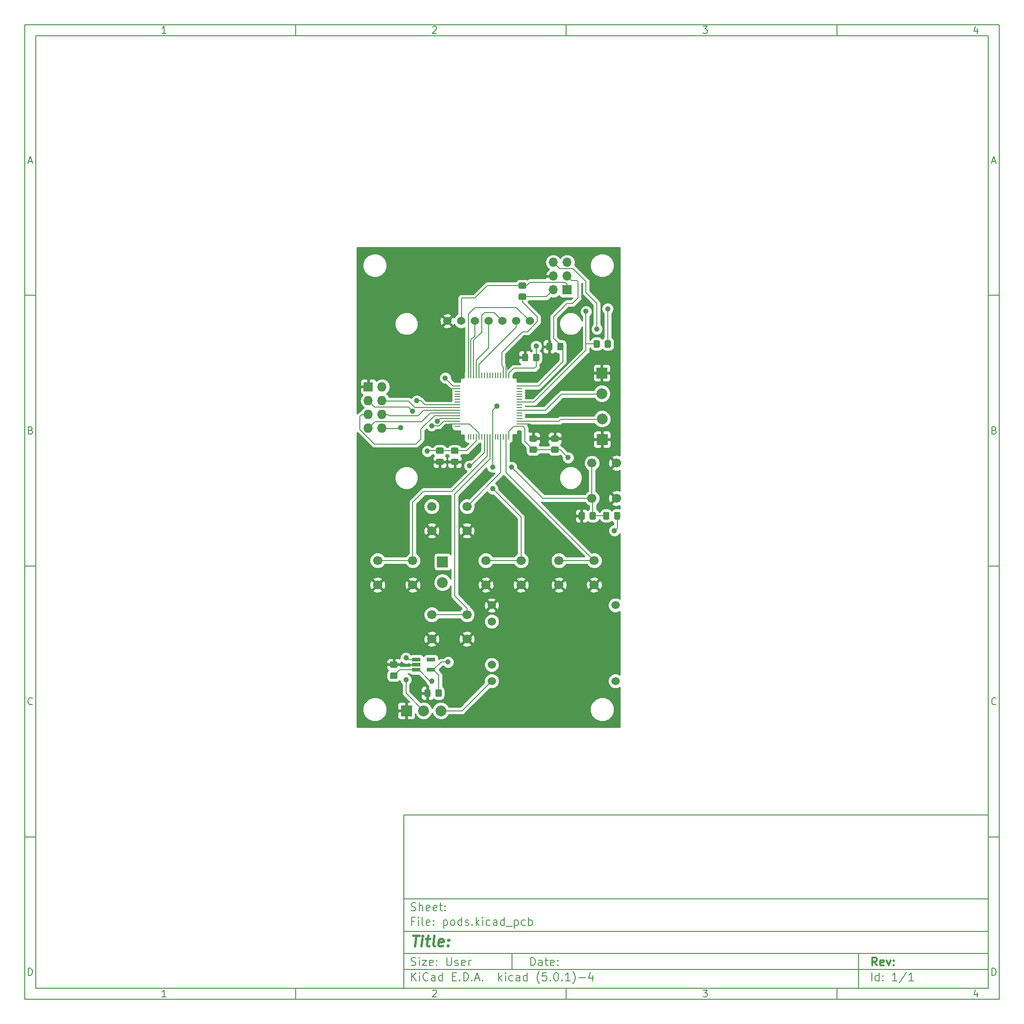
<source format=gbr>
G04 #@! TF.GenerationSoftware,KiCad,Pcbnew,(5.0.1)-4*
G04 #@! TF.CreationDate,2018-12-14T16:01:06+02:00*
G04 #@! TF.ProjectId,pods,706F64732E6B696361645F7063620000,rev?*
G04 #@! TF.SameCoordinates,Original*
G04 #@! TF.FileFunction,Copper,L2,Bot,Signal*
G04 #@! TF.FilePolarity,Positive*
%FSLAX46Y46*%
G04 Gerber Fmt 4.6, Leading zero omitted, Abs format (unit mm)*
G04 Created by KiCad (PCBNEW (5.0.1)-4) date 2018-12-14 16:01:06*
%MOMM*%
%LPD*%
G01*
G04 APERTURE LIST*
%ADD10C,0.100000*%
%ADD11C,0.150000*%
%ADD12C,0.300000*%
%ADD13C,0.400000*%
G04 #@! TA.AperFunction,ComponentPad*
%ADD14C,1.700000*%
G04 #@! TD*
G04 #@! TA.AperFunction,ComponentPad*
%ADD15C,1.524000*%
G04 #@! TD*
G04 #@! TA.AperFunction,ComponentPad*
%ADD16O,1.727200X1.727200*%
G04 #@! TD*
G04 #@! TA.AperFunction,ComponentPad*
%ADD17R,1.727200X1.727200*%
G04 #@! TD*
G04 #@! TA.AperFunction,Conductor*
%ADD18C,0.100000*%
G04 #@! TD*
G04 #@! TA.AperFunction,SMDPad,CuDef*
%ADD19C,1.150000*%
G04 #@! TD*
G04 #@! TA.AperFunction,SMDPad,CuDef*
%ADD20R,1.000000X0.250000*%
G04 #@! TD*
G04 #@! TA.AperFunction,SMDPad,CuDef*
%ADD21R,0.250000X1.000000*%
G04 #@! TD*
G04 #@! TA.AperFunction,SMDPad,CuDef*
%ADD22R,1.560000X0.650000*%
G04 #@! TD*
G04 #@! TA.AperFunction,ComponentPad*
%ADD23C,1.998980*%
G04 #@! TD*
G04 #@! TA.AperFunction,ComponentPad*
%ADD24R,1.998980X1.998980*%
G04 #@! TD*
G04 #@! TA.AperFunction,ComponentPad*
%ADD25R,1.700000X1.700000*%
G04 #@! TD*
G04 #@! TA.AperFunction,ComponentPad*
%ADD26O,1.700000X1.700000*%
G04 #@! TD*
G04 #@! TA.AperFunction,ViaPad*
%ADD27C,1.000000*%
G04 #@! TD*
G04 #@! TA.AperFunction,Conductor*
%ADD28C,0.200000*%
G04 #@! TD*
G04 #@! TA.AperFunction,Conductor*
%ADD29C,0.254000*%
G04 #@! TD*
G04 APERTURE END LIST*
D10*
D11*
X79999600Y-155999600D02*
X79999600Y-187999600D01*
X187999600Y-187999600D01*
X187999600Y-155999600D01*
X79999600Y-155999600D01*
D10*
D11*
X10000000Y-10000000D02*
X10000000Y-189999600D01*
X189999600Y-189999600D01*
X189999600Y-10000000D01*
X10000000Y-10000000D01*
D10*
D11*
X12000000Y-12000000D02*
X12000000Y-187999600D01*
X187999600Y-187999600D01*
X187999600Y-12000000D01*
X12000000Y-12000000D01*
D10*
D11*
X60000000Y-12000000D02*
X60000000Y-10000000D01*
D10*
D11*
X110000000Y-12000000D02*
X110000000Y-10000000D01*
D10*
D11*
X160000000Y-12000000D02*
X160000000Y-10000000D01*
D10*
D11*
X36065476Y-11588095D02*
X35322619Y-11588095D01*
X35694047Y-11588095D02*
X35694047Y-10288095D01*
X35570238Y-10473809D01*
X35446428Y-10597619D01*
X35322619Y-10659523D01*
D10*
D11*
X85322619Y-10411904D02*
X85384523Y-10350000D01*
X85508333Y-10288095D01*
X85817857Y-10288095D01*
X85941666Y-10350000D01*
X86003571Y-10411904D01*
X86065476Y-10535714D01*
X86065476Y-10659523D01*
X86003571Y-10845238D01*
X85260714Y-11588095D01*
X86065476Y-11588095D01*
D10*
D11*
X135260714Y-10288095D02*
X136065476Y-10288095D01*
X135632142Y-10783333D01*
X135817857Y-10783333D01*
X135941666Y-10845238D01*
X136003571Y-10907142D01*
X136065476Y-11030952D01*
X136065476Y-11340476D01*
X136003571Y-11464285D01*
X135941666Y-11526190D01*
X135817857Y-11588095D01*
X135446428Y-11588095D01*
X135322619Y-11526190D01*
X135260714Y-11464285D01*
D10*
D11*
X185941666Y-10721428D02*
X185941666Y-11588095D01*
X185632142Y-10226190D02*
X185322619Y-11154761D01*
X186127380Y-11154761D01*
D10*
D11*
X60000000Y-187999600D02*
X60000000Y-189999600D01*
D10*
D11*
X110000000Y-187999600D02*
X110000000Y-189999600D01*
D10*
D11*
X160000000Y-187999600D02*
X160000000Y-189999600D01*
D10*
D11*
X36065476Y-189587695D02*
X35322619Y-189587695D01*
X35694047Y-189587695D02*
X35694047Y-188287695D01*
X35570238Y-188473409D01*
X35446428Y-188597219D01*
X35322619Y-188659123D01*
D10*
D11*
X85322619Y-188411504D02*
X85384523Y-188349600D01*
X85508333Y-188287695D01*
X85817857Y-188287695D01*
X85941666Y-188349600D01*
X86003571Y-188411504D01*
X86065476Y-188535314D01*
X86065476Y-188659123D01*
X86003571Y-188844838D01*
X85260714Y-189587695D01*
X86065476Y-189587695D01*
D10*
D11*
X135260714Y-188287695D02*
X136065476Y-188287695D01*
X135632142Y-188782933D01*
X135817857Y-188782933D01*
X135941666Y-188844838D01*
X136003571Y-188906742D01*
X136065476Y-189030552D01*
X136065476Y-189340076D01*
X136003571Y-189463885D01*
X135941666Y-189525790D01*
X135817857Y-189587695D01*
X135446428Y-189587695D01*
X135322619Y-189525790D01*
X135260714Y-189463885D01*
D10*
D11*
X185941666Y-188721028D02*
X185941666Y-189587695D01*
X185632142Y-188225790D02*
X185322619Y-189154361D01*
X186127380Y-189154361D01*
D10*
D11*
X10000000Y-60000000D02*
X12000000Y-60000000D01*
D10*
D11*
X10000000Y-110000000D02*
X12000000Y-110000000D01*
D10*
D11*
X10000000Y-160000000D02*
X12000000Y-160000000D01*
D10*
D11*
X10690476Y-35216666D02*
X11309523Y-35216666D01*
X10566666Y-35588095D02*
X11000000Y-34288095D01*
X11433333Y-35588095D01*
D10*
D11*
X11092857Y-84907142D02*
X11278571Y-84969047D01*
X11340476Y-85030952D01*
X11402380Y-85154761D01*
X11402380Y-85340476D01*
X11340476Y-85464285D01*
X11278571Y-85526190D01*
X11154761Y-85588095D01*
X10659523Y-85588095D01*
X10659523Y-84288095D01*
X11092857Y-84288095D01*
X11216666Y-84350000D01*
X11278571Y-84411904D01*
X11340476Y-84535714D01*
X11340476Y-84659523D01*
X11278571Y-84783333D01*
X11216666Y-84845238D01*
X11092857Y-84907142D01*
X10659523Y-84907142D01*
D10*
D11*
X11402380Y-135464285D02*
X11340476Y-135526190D01*
X11154761Y-135588095D01*
X11030952Y-135588095D01*
X10845238Y-135526190D01*
X10721428Y-135402380D01*
X10659523Y-135278571D01*
X10597619Y-135030952D01*
X10597619Y-134845238D01*
X10659523Y-134597619D01*
X10721428Y-134473809D01*
X10845238Y-134350000D01*
X11030952Y-134288095D01*
X11154761Y-134288095D01*
X11340476Y-134350000D01*
X11402380Y-134411904D01*
D10*
D11*
X10659523Y-185588095D02*
X10659523Y-184288095D01*
X10969047Y-184288095D01*
X11154761Y-184350000D01*
X11278571Y-184473809D01*
X11340476Y-184597619D01*
X11402380Y-184845238D01*
X11402380Y-185030952D01*
X11340476Y-185278571D01*
X11278571Y-185402380D01*
X11154761Y-185526190D01*
X10969047Y-185588095D01*
X10659523Y-185588095D01*
D10*
D11*
X189999600Y-60000000D02*
X187999600Y-60000000D01*
D10*
D11*
X189999600Y-110000000D02*
X187999600Y-110000000D01*
D10*
D11*
X189999600Y-160000000D02*
X187999600Y-160000000D01*
D10*
D11*
X188690076Y-35216666D02*
X189309123Y-35216666D01*
X188566266Y-35588095D02*
X188999600Y-34288095D01*
X189432933Y-35588095D01*
D10*
D11*
X189092457Y-84907142D02*
X189278171Y-84969047D01*
X189340076Y-85030952D01*
X189401980Y-85154761D01*
X189401980Y-85340476D01*
X189340076Y-85464285D01*
X189278171Y-85526190D01*
X189154361Y-85588095D01*
X188659123Y-85588095D01*
X188659123Y-84288095D01*
X189092457Y-84288095D01*
X189216266Y-84350000D01*
X189278171Y-84411904D01*
X189340076Y-84535714D01*
X189340076Y-84659523D01*
X189278171Y-84783333D01*
X189216266Y-84845238D01*
X189092457Y-84907142D01*
X188659123Y-84907142D01*
D10*
D11*
X189401980Y-135464285D02*
X189340076Y-135526190D01*
X189154361Y-135588095D01*
X189030552Y-135588095D01*
X188844838Y-135526190D01*
X188721028Y-135402380D01*
X188659123Y-135278571D01*
X188597219Y-135030952D01*
X188597219Y-134845238D01*
X188659123Y-134597619D01*
X188721028Y-134473809D01*
X188844838Y-134350000D01*
X189030552Y-134288095D01*
X189154361Y-134288095D01*
X189340076Y-134350000D01*
X189401980Y-134411904D01*
D10*
D11*
X188659123Y-185588095D02*
X188659123Y-184288095D01*
X188968647Y-184288095D01*
X189154361Y-184350000D01*
X189278171Y-184473809D01*
X189340076Y-184597619D01*
X189401980Y-184845238D01*
X189401980Y-185030952D01*
X189340076Y-185278571D01*
X189278171Y-185402380D01*
X189154361Y-185526190D01*
X188968647Y-185588095D01*
X188659123Y-185588095D01*
D10*
D11*
X103431742Y-183778171D02*
X103431742Y-182278171D01*
X103788885Y-182278171D01*
X104003171Y-182349600D01*
X104146028Y-182492457D01*
X104217457Y-182635314D01*
X104288885Y-182921028D01*
X104288885Y-183135314D01*
X104217457Y-183421028D01*
X104146028Y-183563885D01*
X104003171Y-183706742D01*
X103788885Y-183778171D01*
X103431742Y-183778171D01*
X105574600Y-183778171D02*
X105574600Y-182992457D01*
X105503171Y-182849600D01*
X105360314Y-182778171D01*
X105074600Y-182778171D01*
X104931742Y-182849600D01*
X105574600Y-183706742D02*
X105431742Y-183778171D01*
X105074600Y-183778171D01*
X104931742Y-183706742D01*
X104860314Y-183563885D01*
X104860314Y-183421028D01*
X104931742Y-183278171D01*
X105074600Y-183206742D01*
X105431742Y-183206742D01*
X105574600Y-183135314D01*
X106074600Y-182778171D02*
X106646028Y-182778171D01*
X106288885Y-182278171D02*
X106288885Y-183563885D01*
X106360314Y-183706742D01*
X106503171Y-183778171D01*
X106646028Y-183778171D01*
X107717457Y-183706742D02*
X107574600Y-183778171D01*
X107288885Y-183778171D01*
X107146028Y-183706742D01*
X107074600Y-183563885D01*
X107074600Y-182992457D01*
X107146028Y-182849600D01*
X107288885Y-182778171D01*
X107574600Y-182778171D01*
X107717457Y-182849600D01*
X107788885Y-182992457D01*
X107788885Y-183135314D01*
X107074600Y-183278171D01*
X108431742Y-183635314D02*
X108503171Y-183706742D01*
X108431742Y-183778171D01*
X108360314Y-183706742D01*
X108431742Y-183635314D01*
X108431742Y-183778171D01*
X108431742Y-182849600D02*
X108503171Y-182921028D01*
X108431742Y-182992457D01*
X108360314Y-182921028D01*
X108431742Y-182849600D01*
X108431742Y-182992457D01*
D10*
D11*
X79999600Y-184499600D02*
X187999600Y-184499600D01*
D10*
D11*
X81431742Y-186578171D02*
X81431742Y-185078171D01*
X82288885Y-186578171D02*
X81646028Y-185721028D01*
X82288885Y-185078171D02*
X81431742Y-185935314D01*
X82931742Y-186578171D02*
X82931742Y-185578171D01*
X82931742Y-185078171D02*
X82860314Y-185149600D01*
X82931742Y-185221028D01*
X83003171Y-185149600D01*
X82931742Y-185078171D01*
X82931742Y-185221028D01*
X84503171Y-186435314D02*
X84431742Y-186506742D01*
X84217457Y-186578171D01*
X84074600Y-186578171D01*
X83860314Y-186506742D01*
X83717457Y-186363885D01*
X83646028Y-186221028D01*
X83574600Y-185935314D01*
X83574600Y-185721028D01*
X83646028Y-185435314D01*
X83717457Y-185292457D01*
X83860314Y-185149600D01*
X84074600Y-185078171D01*
X84217457Y-185078171D01*
X84431742Y-185149600D01*
X84503171Y-185221028D01*
X85788885Y-186578171D02*
X85788885Y-185792457D01*
X85717457Y-185649600D01*
X85574600Y-185578171D01*
X85288885Y-185578171D01*
X85146028Y-185649600D01*
X85788885Y-186506742D02*
X85646028Y-186578171D01*
X85288885Y-186578171D01*
X85146028Y-186506742D01*
X85074600Y-186363885D01*
X85074600Y-186221028D01*
X85146028Y-186078171D01*
X85288885Y-186006742D01*
X85646028Y-186006742D01*
X85788885Y-185935314D01*
X87146028Y-186578171D02*
X87146028Y-185078171D01*
X87146028Y-186506742D02*
X87003171Y-186578171D01*
X86717457Y-186578171D01*
X86574600Y-186506742D01*
X86503171Y-186435314D01*
X86431742Y-186292457D01*
X86431742Y-185863885D01*
X86503171Y-185721028D01*
X86574600Y-185649600D01*
X86717457Y-185578171D01*
X87003171Y-185578171D01*
X87146028Y-185649600D01*
X89003171Y-185792457D02*
X89503171Y-185792457D01*
X89717457Y-186578171D02*
X89003171Y-186578171D01*
X89003171Y-185078171D01*
X89717457Y-185078171D01*
X90360314Y-186435314D02*
X90431742Y-186506742D01*
X90360314Y-186578171D01*
X90288885Y-186506742D01*
X90360314Y-186435314D01*
X90360314Y-186578171D01*
X91074600Y-186578171D02*
X91074600Y-185078171D01*
X91431742Y-185078171D01*
X91646028Y-185149600D01*
X91788885Y-185292457D01*
X91860314Y-185435314D01*
X91931742Y-185721028D01*
X91931742Y-185935314D01*
X91860314Y-186221028D01*
X91788885Y-186363885D01*
X91646028Y-186506742D01*
X91431742Y-186578171D01*
X91074600Y-186578171D01*
X92574600Y-186435314D02*
X92646028Y-186506742D01*
X92574600Y-186578171D01*
X92503171Y-186506742D01*
X92574600Y-186435314D01*
X92574600Y-186578171D01*
X93217457Y-186149600D02*
X93931742Y-186149600D01*
X93074600Y-186578171D02*
X93574600Y-185078171D01*
X94074600Y-186578171D01*
X94574600Y-186435314D02*
X94646028Y-186506742D01*
X94574600Y-186578171D01*
X94503171Y-186506742D01*
X94574600Y-186435314D01*
X94574600Y-186578171D01*
X97574600Y-186578171D02*
X97574600Y-185078171D01*
X97717457Y-186006742D02*
X98146028Y-186578171D01*
X98146028Y-185578171D02*
X97574600Y-186149600D01*
X98788885Y-186578171D02*
X98788885Y-185578171D01*
X98788885Y-185078171D02*
X98717457Y-185149600D01*
X98788885Y-185221028D01*
X98860314Y-185149600D01*
X98788885Y-185078171D01*
X98788885Y-185221028D01*
X100146028Y-186506742D02*
X100003171Y-186578171D01*
X99717457Y-186578171D01*
X99574600Y-186506742D01*
X99503171Y-186435314D01*
X99431742Y-186292457D01*
X99431742Y-185863885D01*
X99503171Y-185721028D01*
X99574600Y-185649600D01*
X99717457Y-185578171D01*
X100003171Y-185578171D01*
X100146028Y-185649600D01*
X101431742Y-186578171D02*
X101431742Y-185792457D01*
X101360314Y-185649600D01*
X101217457Y-185578171D01*
X100931742Y-185578171D01*
X100788885Y-185649600D01*
X101431742Y-186506742D02*
X101288885Y-186578171D01*
X100931742Y-186578171D01*
X100788885Y-186506742D01*
X100717457Y-186363885D01*
X100717457Y-186221028D01*
X100788885Y-186078171D01*
X100931742Y-186006742D01*
X101288885Y-186006742D01*
X101431742Y-185935314D01*
X102788885Y-186578171D02*
X102788885Y-185078171D01*
X102788885Y-186506742D02*
X102646028Y-186578171D01*
X102360314Y-186578171D01*
X102217457Y-186506742D01*
X102146028Y-186435314D01*
X102074600Y-186292457D01*
X102074600Y-185863885D01*
X102146028Y-185721028D01*
X102217457Y-185649600D01*
X102360314Y-185578171D01*
X102646028Y-185578171D01*
X102788885Y-185649600D01*
X105074600Y-187149600D02*
X105003171Y-187078171D01*
X104860314Y-186863885D01*
X104788885Y-186721028D01*
X104717457Y-186506742D01*
X104646028Y-186149600D01*
X104646028Y-185863885D01*
X104717457Y-185506742D01*
X104788885Y-185292457D01*
X104860314Y-185149600D01*
X105003171Y-184935314D01*
X105074600Y-184863885D01*
X106360314Y-185078171D02*
X105646028Y-185078171D01*
X105574600Y-185792457D01*
X105646028Y-185721028D01*
X105788885Y-185649600D01*
X106146028Y-185649600D01*
X106288885Y-185721028D01*
X106360314Y-185792457D01*
X106431742Y-185935314D01*
X106431742Y-186292457D01*
X106360314Y-186435314D01*
X106288885Y-186506742D01*
X106146028Y-186578171D01*
X105788885Y-186578171D01*
X105646028Y-186506742D01*
X105574600Y-186435314D01*
X107074600Y-186435314D02*
X107146028Y-186506742D01*
X107074600Y-186578171D01*
X107003171Y-186506742D01*
X107074600Y-186435314D01*
X107074600Y-186578171D01*
X108074600Y-185078171D02*
X108217457Y-185078171D01*
X108360314Y-185149600D01*
X108431742Y-185221028D01*
X108503171Y-185363885D01*
X108574600Y-185649600D01*
X108574600Y-186006742D01*
X108503171Y-186292457D01*
X108431742Y-186435314D01*
X108360314Y-186506742D01*
X108217457Y-186578171D01*
X108074600Y-186578171D01*
X107931742Y-186506742D01*
X107860314Y-186435314D01*
X107788885Y-186292457D01*
X107717457Y-186006742D01*
X107717457Y-185649600D01*
X107788885Y-185363885D01*
X107860314Y-185221028D01*
X107931742Y-185149600D01*
X108074600Y-185078171D01*
X109217457Y-186435314D02*
X109288885Y-186506742D01*
X109217457Y-186578171D01*
X109146028Y-186506742D01*
X109217457Y-186435314D01*
X109217457Y-186578171D01*
X110717457Y-186578171D02*
X109860314Y-186578171D01*
X110288885Y-186578171D02*
X110288885Y-185078171D01*
X110146028Y-185292457D01*
X110003171Y-185435314D01*
X109860314Y-185506742D01*
X111217457Y-187149600D02*
X111288885Y-187078171D01*
X111431742Y-186863885D01*
X111503171Y-186721028D01*
X111574600Y-186506742D01*
X111646028Y-186149600D01*
X111646028Y-185863885D01*
X111574600Y-185506742D01*
X111503171Y-185292457D01*
X111431742Y-185149600D01*
X111288885Y-184935314D01*
X111217457Y-184863885D01*
X112360314Y-186006742D02*
X113503171Y-186006742D01*
X114860314Y-185578171D02*
X114860314Y-186578171D01*
X114503171Y-185006742D02*
X114146028Y-186078171D01*
X115074600Y-186078171D01*
D10*
D11*
X79999600Y-181499600D02*
X187999600Y-181499600D01*
D10*
D12*
X167408885Y-183778171D02*
X166908885Y-183063885D01*
X166551742Y-183778171D02*
X166551742Y-182278171D01*
X167123171Y-182278171D01*
X167266028Y-182349600D01*
X167337457Y-182421028D01*
X167408885Y-182563885D01*
X167408885Y-182778171D01*
X167337457Y-182921028D01*
X167266028Y-182992457D01*
X167123171Y-183063885D01*
X166551742Y-183063885D01*
X168623171Y-183706742D02*
X168480314Y-183778171D01*
X168194600Y-183778171D01*
X168051742Y-183706742D01*
X167980314Y-183563885D01*
X167980314Y-182992457D01*
X168051742Y-182849600D01*
X168194600Y-182778171D01*
X168480314Y-182778171D01*
X168623171Y-182849600D01*
X168694600Y-182992457D01*
X168694600Y-183135314D01*
X167980314Y-183278171D01*
X169194600Y-182778171D02*
X169551742Y-183778171D01*
X169908885Y-182778171D01*
X170480314Y-183635314D02*
X170551742Y-183706742D01*
X170480314Y-183778171D01*
X170408885Y-183706742D01*
X170480314Y-183635314D01*
X170480314Y-183778171D01*
X170480314Y-182849600D02*
X170551742Y-182921028D01*
X170480314Y-182992457D01*
X170408885Y-182921028D01*
X170480314Y-182849600D01*
X170480314Y-182992457D01*
D10*
D11*
X81360314Y-183706742D02*
X81574600Y-183778171D01*
X81931742Y-183778171D01*
X82074600Y-183706742D01*
X82146028Y-183635314D01*
X82217457Y-183492457D01*
X82217457Y-183349600D01*
X82146028Y-183206742D01*
X82074600Y-183135314D01*
X81931742Y-183063885D01*
X81646028Y-182992457D01*
X81503171Y-182921028D01*
X81431742Y-182849600D01*
X81360314Y-182706742D01*
X81360314Y-182563885D01*
X81431742Y-182421028D01*
X81503171Y-182349600D01*
X81646028Y-182278171D01*
X82003171Y-182278171D01*
X82217457Y-182349600D01*
X82860314Y-183778171D02*
X82860314Y-182778171D01*
X82860314Y-182278171D02*
X82788885Y-182349600D01*
X82860314Y-182421028D01*
X82931742Y-182349600D01*
X82860314Y-182278171D01*
X82860314Y-182421028D01*
X83431742Y-182778171D02*
X84217457Y-182778171D01*
X83431742Y-183778171D01*
X84217457Y-183778171D01*
X85360314Y-183706742D02*
X85217457Y-183778171D01*
X84931742Y-183778171D01*
X84788885Y-183706742D01*
X84717457Y-183563885D01*
X84717457Y-182992457D01*
X84788885Y-182849600D01*
X84931742Y-182778171D01*
X85217457Y-182778171D01*
X85360314Y-182849600D01*
X85431742Y-182992457D01*
X85431742Y-183135314D01*
X84717457Y-183278171D01*
X86074600Y-183635314D02*
X86146028Y-183706742D01*
X86074600Y-183778171D01*
X86003171Y-183706742D01*
X86074600Y-183635314D01*
X86074600Y-183778171D01*
X86074600Y-182849600D02*
X86146028Y-182921028D01*
X86074600Y-182992457D01*
X86003171Y-182921028D01*
X86074600Y-182849600D01*
X86074600Y-182992457D01*
X87931742Y-182278171D02*
X87931742Y-183492457D01*
X88003171Y-183635314D01*
X88074600Y-183706742D01*
X88217457Y-183778171D01*
X88503171Y-183778171D01*
X88646028Y-183706742D01*
X88717457Y-183635314D01*
X88788885Y-183492457D01*
X88788885Y-182278171D01*
X89431742Y-183706742D02*
X89574600Y-183778171D01*
X89860314Y-183778171D01*
X90003171Y-183706742D01*
X90074600Y-183563885D01*
X90074600Y-183492457D01*
X90003171Y-183349600D01*
X89860314Y-183278171D01*
X89646028Y-183278171D01*
X89503171Y-183206742D01*
X89431742Y-183063885D01*
X89431742Y-182992457D01*
X89503171Y-182849600D01*
X89646028Y-182778171D01*
X89860314Y-182778171D01*
X90003171Y-182849600D01*
X91288885Y-183706742D02*
X91146028Y-183778171D01*
X90860314Y-183778171D01*
X90717457Y-183706742D01*
X90646028Y-183563885D01*
X90646028Y-182992457D01*
X90717457Y-182849600D01*
X90860314Y-182778171D01*
X91146028Y-182778171D01*
X91288885Y-182849600D01*
X91360314Y-182992457D01*
X91360314Y-183135314D01*
X90646028Y-183278171D01*
X92003171Y-183778171D02*
X92003171Y-182778171D01*
X92003171Y-183063885D02*
X92074600Y-182921028D01*
X92146028Y-182849600D01*
X92288885Y-182778171D01*
X92431742Y-182778171D01*
D10*
D11*
X166431742Y-186578171D02*
X166431742Y-185078171D01*
X167788885Y-186578171D02*
X167788885Y-185078171D01*
X167788885Y-186506742D02*
X167646028Y-186578171D01*
X167360314Y-186578171D01*
X167217457Y-186506742D01*
X167146028Y-186435314D01*
X167074600Y-186292457D01*
X167074600Y-185863885D01*
X167146028Y-185721028D01*
X167217457Y-185649600D01*
X167360314Y-185578171D01*
X167646028Y-185578171D01*
X167788885Y-185649600D01*
X168503171Y-186435314D02*
X168574600Y-186506742D01*
X168503171Y-186578171D01*
X168431742Y-186506742D01*
X168503171Y-186435314D01*
X168503171Y-186578171D01*
X168503171Y-185649600D02*
X168574600Y-185721028D01*
X168503171Y-185792457D01*
X168431742Y-185721028D01*
X168503171Y-185649600D01*
X168503171Y-185792457D01*
X171146028Y-186578171D02*
X170288885Y-186578171D01*
X170717457Y-186578171D02*
X170717457Y-185078171D01*
X170574600Y-185292457D01*
X170431742Y-185435314D01*
X170288885Y-185506742D01*
X172860314Y-185006742D02*
X171574600Y-186935314D01*
X174146028Y-186578171D02*
X173288885Y-186578171D01*
X173717457Y-186578171D02*
X173717457Y-185078171D01*
X173574600Y-185292457D01*
X173431742Y-185435314D01*
X173288885Y-185506742D01*
D10*
D11*
X79999600Y-177499600D02*
X187999600Y-177499600D01*
D10*
D13*
X81711980Y-178204361D02*
X82854838Y-178204361D01*
X82033409Y-180204361D02*
X82283409Y-178204361D01*
X83271504Y-180204361D02*
X83438171Y-178871028D01*
X83521504Y-178204361D02*
X83414361Y-178299600D01*
X83497695Y-178394838D01*
X83604838Y-178299600D01*
X83521504Y-178204361D01*
X83497695Y-178394838D01*
X84104838Y-178871028D02*
X84866742Y-178871028D01*
X84473885Y-178204361D02*
X84259600Y-179918647D01*
X84331028Y-180109123D01*
X84509600Y-180204361D01*
X84700076Y-180204361D01*
X85652457Y-180204361D02*
X85473885Y-180109123D01*
X85402457Y-179918647D01*
X85616742Y-178204361D01*
X87188171Y-180109123D02*
X86985790Y-180204361D01*
X86604838Y-180204361D01*
X86426266Y-180109123D01*
X86354838Y-179918647D01*
X86450076Y-179156742D01*
X86569123Y-178966266D01*
X86771504Y-178871028D01*
X87152457Y-178871028D01*
X87331028Y-178966266D01*
X87402457Y-179156742D01*
X87378647Y-179347219D01*
X86402457Y-179537695D01*
X88152457Y-180013885D02*
X88235790Y-180109123D01*
X88128647Y-180204361D01*
X88045314Y-180109123D01*
X88152457Y-180013885D01*
X88128647Y-180204361D01*
X88283409Y-178966266D02*
X88366742Y-179061504D01*
X88259600Y-179156742D01*
X88176266Y-179061504D01*
X88283409Y-178966266D01*
X88259600Y-179156742D01*
D10*
D11*
X81931742Y-175592457D02*
X81431742Y-175592457D01*
X81431742Y-176378171D02*
X81431742Y-174878171D01*
X82146028Y-174878171D01*
X82717457Y-176378171D02*
X82717457Y-175378171D01*
X82717457Y-174878171D02*
X82646028Y-174949600D01*
X82717457Y-175021028D01*
X82788885Y-174949600D01*
X82717457Y-174878171D01*
X82717457Y-175021028D01*
X83646028Y-176378171D02*
X83503171Y-176306742D01*
X83431742Y-176163885D01*
X83431742Y-174878171D01*
X84788885Y-176306742D02*
X84646028Y-176378171D01*
X84360314Y-176378171D01*
X84217457Y-176306742D01*
X84146028Y-176163885D01*
X84146028Y-175592457D01*
X84217457Y-175449600D01*
X84360314Y-175378171D01*
X84646028Y-175378171D01*
X84788885Y-175449600D01*
X84860314Y-175592457D01*
X84860314Y-175735314D01*
X84146028Y-175878171D01*
X85503171Y-176235314D02*
X85574600Y-176306742D01*
X85503171Y-176378171D01*
X85431742Y-176306742D01*
X85503171Y-176235314D01*
X85503171Y-176378171D01*
X85503171Y-175449600D02*
X85574600Y-175521028D01*
X85503171Y-175592457D01*
X85431742Y-175521028D01*
X85503171Y-175449600D01*
X85503171Y-175592457D01*
X87360314Y-175378171D02*
X87360314Y-176878171D01*
X87360314Y-175449600D02*
X87503171Y-175378171D01*
X87788885Y-175378171D01*
X87931742Y-175449600D01*
X88003171Y-175521028D01*
X88074600Y-175663885D01*
X88074600Y-176092457D01*
X88003171Y-176235314D01*
X87931742Y-176306742D01*
X87788885Y-176378171D01*
X87503171Y-176378171D01*
X87360314Y-176306742D01*
X88931742Y-176378171D02*
X88788885Y-176306742D01*
X88717457Y-176235314D01*
X88646028Y-176092457D01*
X88646028Y-175663885D01*
X88717457Y-175521028D01*
X88788885Y-175449600D01*
X88931742Y-175378171D01*
X89146028Y-175378171D01*
X89288885Y-175449600D01*
X89360314Y-175521028D01*
X89431742Y-175663885D01*
X89431742Y-176092457D01*
X89360314Y-176235314D01*
X89288885Y-176306742D01*
X89146028Y-176378171D01*
X88931742Y-176378171D01*
X90717457Y-176378171D02*
X90717457Y-174878171D01*
X90717457Y-176306742D02*
X90574600Y-176378171D01*
X90288885Y-176378171D01*
X90146028Y-176306742D01*
X90074600Y-176235314D01*
X90003171Y-176092457D01*
X90003171Y-175663885D01*
X90074600Y-175521028D01*
X90146028Y-175449600D01*
X90288885Y-175378171D01*
X90574600Y-175378171D01*
X90717457Y-175449600D01*
X91360314Y-176306742D02*
X91503171Y-176378171D01*
X91788885Y-176378171D01*
X91931742Y-176306742D01*
X92003171Y-176163885D01*
X92003171Y-176092457D01*
X91931742Y-175949600D01*
X91788885Y-175878171D01*
X91574600Y-175878171D01*
X91431742Y-175806742D01*
X91360314Y-175663885D01*
X91360314Y-175592457D01*
X91431742Y-175449600D01*
X91574600Y-175378171D01*
X91788885Y-175378171D01*
X91931742Y-175449600D01*
X92646028Y-176235314D02*
X92717457Y-176306742D01*
X92646028Y-176378171D01*
X92574600Y-176306742D01*
X92646028Y-176235314D01*
X92646028Y-176378171D01*
X93360314Y-176378171D02*
X93360314Y-174878171D01*
X93503171Y-175806742D02*
X93931742Y-176378171D01*
X93931742Y-175378171D02*
X93360314Y-175949600D01*
X94574600Y-176378171D02*
X94574600Y-175378171D01*
X94574600Y-174878171D02*
X94503171Y-174949600D01*
X94574600Y-175021028D01*
X94646028Y-174949600D01*
X94574600Y-174878171D01*
X94574600Y-175021028D01*
X95931742Y-176306742D02*
X95788885Y-176378171D01*
X95503171Y-176378171D01*
X95360314Y-176306742D01*
X95288885Y-176235314D01*
X95217457Y-176092457D01*
X95217457Y-175663885D01*
X95288885Y-175521028D01*
X95360314Y-175449600D01*
X95503171Y-175378171D01*
X95788885Y-175378171D01*
X95931742Y-175449600D01*
X97217457Y-176378171D02*
X97217457Y-175592457D01*
X97146028Y-175449600D01*
X97003171Y-175378171D01*
X96717457Y-175378171D01*
X96574600Y-175449600D01*
X97217457Y-176306742D02*
X97074600Y-176378171D01*
X96717457Y-176378171D01*
X96574600Y-176306742D01*
X96503171Y-176163885D01*
X96503171Y-176021028D01*
X96574600Y-175878171D01*
X96717457Y-175806742D01*
X97074600Y-175806742D01*
X97217457Y-175735314D01*
X98574600Y-176378171D02*
X98574600Y-174878171D01*
X98574600Y-176306742D02*
X98431742Y-176378171D01*
X98146028Y-176378171D01*
X98003171Y-176306742D01*
X97931742Y-176235314D01*
X97860314Y-176092457D01*
X97860314Y-175663885D01*
X97931742Y-175521028D01*
X98003171Y-175449600D01*
X98146028Y-175378171D01*
X98431742Y-175378171D01*
X98574600Y-175449600D01*
X98931742Y-176521028D02*
X100074600Y-176521028D01*
X100431742Y-175378171D02*
X100431742Y-176878171D01*
X100431742Y-175449600D02*
X100574600Y-175378171D01*
X100860314Y-175378171D01*
X101003171Y-175449600D01*
X101074600Y-175521028D01*
X101146028Y-175663885D01*
X101146028Y-176092457D01*
X101074600Y-176235314D01*
X101003171Y-176306742D01*
X100860314Y-176378171D01*
X100574600Y-176378171D01*
X100431742Y-176306742D01*
X102431742Y-176306742D02*
X102288885Y-176378171D01*
X102003171Y-176378171D01*
X101860314Y-176306742D01*
X101788885Y-176235314D01*
X101717457Y-176092457D01*
X101717457Y-175663885D01*
X101788885Y-175521028D01*
X101860314Y-175449600D01*
X102003171Y-175378171D01*
X102288885Y-175378171D01*
X102431742Y-175449600D01*
X103074600Y-176378171D02*
X103074600Y-174878171D01*
X103074600Y-175449600D02*
X103217457Y-175378171D01*
X103503171Y-175378171D01*
X103646028Y-175449600D01*
X103717457Y-175521028D01*
X103788885Y-175663885D01*
X103788885Y-176092457D01*
X103717457Y-176235314D01*
X103646028Y-176306742D01*
X103503171Y-176378171D01*
X103217457Y-176378171D01*
X103074600Y-176306742D01*
D10*
D11*
X79999600Y-171499600D02*
X187999600Y-171499600D01*
D10*
D11*
X81360314Y-173606742D02*
X81574600Y-173678171D01*
X81931742Y-173678171D01*
X82074600Y-173606742D01*
X82146028Y-173535314D01*
X82217457Y-173392457D01*
X82217457Y-173249600D01*
X82146028Y-173106742D01*
X82074600Y-173035314D01*
X81931742Y-172963885D01*
X81646028Y-172892457D01*
X81503171Y-172821028D01*
X81431742Y-172749600D01*
X81360314Y-172606742D01*
X81360314Y-172463885D01*
X81431742Y-172321028D01*
X81503171Y-172249600D01*
X81646028Y-172178171D01*
X82003171Y-172178171D01*
X82217457Y-172249600D01*
X82860314Y-173678171D02*
X82860314Y-172178171D01*
X83503171Y-173678171D02*
X83503171Y-172892457D01*
X83431742Y-172749600D01*
X83288885Y-172678171D01*
X83074600Y-172678171D01*
X82931742Y-172749600D01*
X82860314Y-172821028D01*
X84788885Y-173606742D02*
X84646028Y-173678171D01*
X84360314Y-173678171D01*
X84217457Y-173606742D01*
X84146028Y-173463885D01*
X84146028Y-172892457D01*
X84217457Y-172749600D01*
X84360314Y-172678171D01*
X84646028Y-172678171D01*
X84788885Y-172749600D01*
X84860314Y-172892457D01*
X84860314Y-173035314D01*
X84146028Y-173178171D01*
X86074600Y-173606742D02*
X85931742Y-173678171D01*
X85646028Y-173678171D01*
X85503171Y-173606742D01*
X85431742Y-173463885D01*
X85431742Y-172892457D01*
X85503171Y-172749600D01*
X85646028Y-172678171D01*
X85931742Y-172678171D01*
X86074600Y-172749600D01*
X86146028Y-172892457D01*
X86146028Y-173035314D01*
X85431742Y-173178171D01*
X86574600Y-172678171D02*
X87146028Y-172678171D01*
X86788885Y-172178171D02*
X86788885Y-173463885D01*
X86860314Y-173606742D01*
X87003171Y-173678171D01*
X87146028Y-173678171D01*
X87646028Y-173535314D02*
X87717457Y-173606742D01*
X87646028Y-173678171D01*
X87574600Y-173606742D01*
X87646028Y-173535314D01*
X87646028Y-173678171D01*
X87646028Y-172749600D02*
X87717457Y-172821028D01*
X87646028Y-172892457D01*
X87574600Y-172821028D01*
X87646028Y-172749600D01*
X87646028Y-172892457D01*
D10*
D11*
X99999600Y-181499600D02*
X99999600Y-184499600D01*
D10*
D11*
X163999600Y-181499600D02*
X163999600Y-187999600D01*
D14*
G04 #@! TO.P,BRESET1,2*
G04 #@! TO.N,GND*
X119260000Y-90960000D03*
X119260000Y-97460000D03*
G04 #@! TO.P,BRESET1,1*
G04 #@! TO.N,RESET*
X114760000Y-90960000D03*
X114760000Y-97460000D03*
G04 #@! TD*
G04 #@! TO.P,SW_A1,2*
G04 #@! TO.N,BUTTON_A*
X108660000Y-108960000D03*
X115160000Y-108960000D03*
G04 #@! TO.P,SW_A1,1*
G04 #@! TO.N,GND*
X108660000Y-113460000D03*
X115160000Y-113460000D03*
G04 #@! TD*
G04 #@! TO.P,SW_DOWN1,2*
G04 #@! TO.N,BUTTON_DOWN*
X85160000Y-118960000D03*
X91660000Y-118960000D03*
G04 #@! TO.P,SW_DOWN1,1*
G04 #@! TO.N,GND*
X85160000Y-123460000D03*
X91660000Y-123460000D03*
G04 #@! TD*
G04 #@! TO.P,SW_LEFT1,2*
G04 #@! TO.N,BUTTON_LEFT*
X75160000Y-108960000D03*
X81660000Y-108960000D03*
G04 #@! TO.P,SW_LEFT1,1*
G04 #@! TO.N,GND*
X75160000Y-113460000D03*
X81660000Y-113460000D03*
G04 #@! TD*
G04 #@! TO.P,SW_RIGHT1,2*
G04 #@! TO.N,BUTTON_RIGHT*
X95160000Y-108960000D03*
X101660000Y-108960000D03*
G04 #@! TO.P,SW_RIGHT1,1*
G04 #@! TO.N,GND*
X95160000Y-113460000D03*
X101660000Y-113460000D03*
G04 #@! TD*
G04 #@! TO.P,SW_UP1,2*
G04 #@! TO.N,BUTTON_UP*
X85160000Y-98960000D03*
X91660000Y-98960000D03*
G04 #@! TO.P,SW_UP1,1*
G04 #@! TO.N,GND*
X85160000Y-103460000D03*
X91660000Y-103460000D03*
G04 #@! TD*
D15*
G04 #@! TO.P,U7,1*
G04 #@! TO.N,GND*
X88040000Y-64710000D03*
G04 #@! TO.P,U7,2*
G04 #@! TO.N,+3V3*
X90580000Y-64710000D03*
G04 #@! TO.P,U7,3*
G04 #@! TO.N,OLED_CLK*
X93120000Y-64710000D03*
G04 #@! TO.P,U7,4*
G04 #@! TO.N,OLED_MOSI*
X95660000Y-64710000D03*
G04 #@! TO.P,U7,5*
G04 #@! TO.N,OLED_RES*
X98200000Y-64710000D03*
G04 #@! TO.P,U7,6*
G04 #@! TO.N,OLED_DC*
X100740000Y-64710000D03*
G04 #@! TO.P,U7,7*
G04 #@! TO.N,OLED_CS*
X103280000Y-64710000D03*
G04 #@! TD*
D16*
G04 #@! TO.P,U2,2*
G04 #@! TO.N,+3V3*
X75974000Y-76884000D03*
D17*
G04 #@! TO.P,U2,1*
G04 #@! TO.N,GND*
X73434000Y-76884000D03*
D16*
G04 #@! TO.P,U2,4*
G04 #@! TO.N,NRF_CSN*
X75974000Y-79424000D03*
G04 #@! TO.P,U2,3*
G04 #@! TO.N,NRF_CE*
X73434000Y-79424000D03*
G04 #@! TO.P,U2,6*
G04 #@! TO.N,NRF_MOSI*
X75974000Y-81964000D03*
G04 #@! TO.P,U2,5*
G04 #@! TO.N,NRF_SCK*
X73434000Y-81964000D03*
G04 #@! TO.P,U2,8*
G04 #@! TO.N,NRF_IRQ*
X75974000Y-84504000D03*
G04 #@! TO.P,U2,7*
G04 #@! TO.N,NRF_MISO*
X73434000Y-84504000D03*
G04 #@! TD*
D18*
G04 #@! TO.N,GND*
G04 #@! TO.C,C3*
G36*
X108384505Y-85861204D02*
X108408773Y-85864804D01*
X108432572Y-85870765D01*
X108455671Y-85879030D01*
X108477850Y-85889520D01*
X108498893Y-85902132D01*
X108518599Y-85916747D01*
X108536777Y-85933223D01*
X108553253Y-85951401D01*
X108567868Y-85971107D01*
X108580480Y-85992150D01*
X108590970Y-86014329D01*
X108599235Y-86037428D01*
X108605196Y-86061227D01*
X108608796Y-86085495D01*
X108610000Y-86109999D01*
X108610000Y-86760001D01*
X108608796Y-86784505D01*
X108605196Y-86808773D01*
X108599235Y-86832572D01*
X108590970Y-86855671D01*
X108580480Y-86877850D01*
X108567868Y-86898893D01*
X108553253Y-86918599D01*
X108536777Y-86936777D01*
X108518599Y-86953253D01*
X108498893Y-86967868D01*
X108477850Y-86980480D01*
X108455671Y-86990970D01*
X108432572Y-86999235D01*
X108408773Y-87005196D01*
X108384505Y-87008796D01*
X108360001Y-87010000D01*
X107459999Y-87010000D01*
X107435495Y-87008796D01*
X107411227Y-87005196D01*
X107387428Y-86999235D01*
X107364329Y-86990970D01*
X107342150Y-86980480D01*
X107321107Y-86967868D01*
X107301401Y-86953253D01*
X107283223Y-86936777D01*
X107266747Y-86918599D01*
X107252132Y-86898893D01*
X107239520Y-86877850D01*
X107229030Y-86855671D01*
X107220765Y-86832572D01*
X107214804Y-86808773D01*
X107211204Y-86784505D01*
X107210000Y-86760001D01*
X107210000Y-86109999D01*
X107211204Y-86085495D01*
X107214804Y-86061227D01*
X107220765Y-86037428D01*
X107229030Y-86014329D01*
X107239520Y-85992150D01*
X107252132Y-85971107D01*
X107266747Y-85951401D01*
X107283223Y-85933223D01*
X107301401Y-85916747D01*
X107321107Y-85902132D01*
X107342150Y-85889520D01*
X107364329Y-85879030D01*
X107387428Y-85870765D01*
X107411227Y-85864804D01*
X107435495Y-85861204D01*
X107459999Y-85860000D01*
X108360001Y-85860000D01*
X108384505Y-85861204D01*
X108384505Y-85861204D01*
G37*
D19*
G04 #@! TD*
G04 #@! TO.P,C3,2*
G04 #@! TO.N,GND*
X107910000Y-86435000D03*
D18*
G04 #@! TO.N,+3V3*
G04 #@! TO.C,C3*
G36*
X108384505Y-87911204D02*
X108408773Y-87914804D01*
X108432572Y-87920765D01*
X108455671Y-87929030D01*
X108477850Y-87939520D01*
X108498893Y-87952132D01*
X108518599Y-87966747D01*
X108536777Y-87983223D01*
X108553253Y-88001401D01*
X108567868Y-88021107D01*
X108580480Y-88042150D01*
X108590970Y-88064329D01*
X108599235Y-88087428D01*
X108605196Y-88111227D01*
X108608796Y-88135495D01*
X108610000Y-88159999D01*
X108610000Y-88810001D01*
X108608796Y-88834505D01*
X108605196Y-88858773D01*
X108599235Y-88882572D01*
X108590970Y-88905671D01*
X108580480Y-88927850D01*
X108567868Y-88948893D01*
X108553253Y-88968599D01*
X108536777Y-88986777D01*
X108518599Y-89003253D01*
X108498893Y-89017868D01*
X108477850Y-89030480D01*
X108455671Y-89040970D01*
X108432572Y-89049235D01*
X108408773Y-89055196D01*
X108384505Y-89058796D01*
X108360001Y-89060000D01*
X107459999Y-89060000D01*
X107435495Y-89058796D01*
X107411227Y-89055196D01*
X107387428Y-89049235D01*
X107364329Y-89040970D01*
X107342150Y-89030480D01*
X107321107Y-89017868D01*
X107301401Y-89003253D01*
X107283223Y-88986777D01*
X107266747Y-88968599D01*
X107252132Y-88948893D01*
X107239520Y-88927850D01*
X107229030Y-88905671D01*
X107220765Y-88882572D01*
X107214804Y-88858773D01*
X107211204Y-88834505D01*
X107210000Y-88810001D01*
X107210000Y-88159999D01*
X107211204Y-88135495D01*
X107214804Y-88111227D01*
X107220765Y-88087428D01*
X107229030Y-88064329D01*
X107239520Y-88042150D01*
X107252132Y-88021107D01*
X107266747Y-88001401D01*
X107283223Y-87983223D01*
X107301401Y-87966747D01*
X107321107Y-87952132D01*
X107342150Y-87939520D01*
X107364329Y-87929030D01*
X107387428Y-87920765D01*
X107411227Y-87914804D01*
X107435495Y-87911204D01*
X107459999Y-87910000D01*
X108360001Y-87910000D01*
X108384505Y-87911204D01*
X108384505Y-87911204D01*
G37*
D19*
G04 #@! TD*
G04 #@! TO.P,C3,1*
G04 #@! TO.N,+3V3*
X107910000Y-88485000D03*
D18*
G04 #@! TO.N,GND*
G04 #@! TO.C,C4*
G36*
X104384505Y-85861204D02*
X104408773Y-85864804D01*
X104432572Y-85870765D01*
X104455671Y-85879030D01*
X104477850Y-85889520D01*
X104498893Y-85902132D01*
X104518599Y-85916747D01*
X104536777Y-85933223D01*
X104553253Y-85951401D01*
X104567868Y-85971107D01*
X104580480Y-85992150D01*
X104590970Y-86014329D01*
X104599235Y-86037428D01*
X104605196Y-86061227D01*
X104608796Y-86085495D01*
X104610000Y-86109999D01*
X104610000Y-86760001D01*
X104608796Y-86784505D01*
X104605196Y-86808773D01*
X104599235Y-86832572D01*
X104590970Y-86855671D01*
X104580480Y-86877850D01*
X104567868Y-86898893D01*
X104553253Y-86918599D01*
X104536777Y-86936777D01*
X104518599Y-86953253D01*
X104498893Y-86967868D01*
X104477850Y-86980480D01*
X104455671Y-86990970D01*
X104432572Y-86999235D01*
X104408773Y-87005196D01*
X104384505Y-87008796D01*
X104360001Y-87010000D01*
X103459999Y-87010000D01*
X103435495Y-87008796D01*
X103411227Y-87005196D01*
X103387428Y-86999235D01*
X103364329Y-86990970D01*
X103342150Y-86980480D01*
X103321107Y-86967868D01*
X103301401Y-86953253D01*
X103283223Y-86936777D01*
X103266747Y-86918599D01*
X103252132Y-86898893D01*
X103239520Y-86877850D01*
X103229030Y-86855671D01*
X103220765Y-86832572D01*
X103214804Y-86808773D01*
X103211204Y-86784505D01*
X103210000Y-86760001D01*
X103210000Y-86109999D01*
X103211204Y-86085495D01*
X103214804Y-86061227D01*
X103220765Y-86037428D01*
X103229030Y-86014329D01*
X103239520Y-85992150D01*
X103252132Y-85971107D01*
X103266747Y-85951401D01*
X103283223Y-85933223D01*
X103301401Y-85916747D01*
X103321107Y-85902132D01*
X103342150Y-85889520D01*
X103364329Y-85879030D01*
X103387428Y-85870765D01*
X103411227Y-85864804D01*
X103435495Y-85861204D01*
X103459999Y-85860000D01*
X104360001Y-85860000D01*
X104384505Y-85861204D01*
X104384505Y-85861204D01*
G37*
D19*
G04 #@! TD*
G04 #@! TO.P,C4,2*
G04 #@! TO.N,GND*
X103910000Y-86435000D03*
D18*
G04 #@! TO.N,+3V3*
G04 #@! TO.C,C4*
G36*
X104384505Y-87911204D02*
X104408773Y-87914804D01*
X104432572Y-87920765D01*
X104455671Y-87929030D01*
X104477850Y-87939520D01*
X104498893Y-87952132D01*
X104518599Y-87966747D01*
X104536777Y-87983223D01*
X104553253Y-88001401D01*
X104567868Y-88021107D01*
X104580480Y-88042150D01*
X104590970Y-88064329D01*
X104599235Y-88087428D01*
X104605196Y-88111227D01*
X104608796Y-88135495D01*
X104610000Y-88159999D01*
X104610000Y-88810001D01*
X104608796Y-88834505D01*
X104605196Y-88858773D01*
X104599235Y-88882572D01*
X104590970Y-88905671D01*
X104580480Y-88927850D01*
X104567868Y-88948893D01*
X104553253Y-88968599D01*
X104536777Y-88986777D01*
X104518599Y-89003253D01*
X104498893Y-89017868D01*
X104477850Y-89030480D01*
X104455671Y-89040970D01*
X104432572Y-89049235D01*
X104408773Y-89055196D01*
X104384505Y-89058796D01*
X104360001Y-89060000D01*
X103459999Y-89060000D01*
X103435495Y-89058796D01*
X103411227Y-89055196D01*
X103387428Y-89049235D01*
X103364329Y-89040970D01*
X103342150Y-89030480D01*
X103321107Y-89017868D01*
X103301401Y-89003253D01*
X103283223Y-88986777D01*
X103266747Y-88968599D01*
X103252132Y-88948893D01*
X103239520Y-88927850D01*
X103229030Y-88905671D01*
X103220765Y-88882572D01*
X103214804Y-88858773D01*
X103211204Y-88834505D01*
X103210000Y-88810001D01*
X103210000Y-88159999D01*
X103211204Y-88135495D01*
X103214804Y-88111227D01*
X103220765Y-88087428D01*
X103229030Y-88064329D01*
X103239520Y-88042150D01*
X103252132Y-88021107D01*
X103266747Y-88001401D01*
X103283223Y-87983223D01*
X103301401Y-87966747D01*
X103321107Y-87952132D01*
X103342150Y-87939520D01*
X103364329Y-87929030D01*
X103387428Y-87920765D01*
X103411227Y-87914804D01*
X103435495Y-87911204D01*
X103459999Y-87910000D01*
X104360001Y-87910000D01*
X104384505Y-87911204D01*
X104384505Y-87911204D01*
G37*
D19*
G04 #@! TD*
G04 #@! TO.P,C4,1*
G04 #@! TO.N,+3V3*
X103910000Y-88485000D03*
D18*
G04 #@! TO.N,GND*
G04 #@! TO.C,C5*
G36*
X102759505Y-70761204D02*
X102783773Y-70764804D01*
X102807572Y-70770765D01*
X102830671Y-70779030D01*
X102852850Y-70789520D01*
X102873893Y-70802132D01*
X102893599Y-70816747D01*
X102911777Y-70833223D01*
X102928253Y-70851401D01*
X102942868Y-70871107D01*
X102955480Y-70892150D01*
X102965970Y-70914329D01*
X102974235Y-70937428D01*
X102980196Y-70961227D01*
X102983796Y-70985495D01*
X102985000Y-71009999D01*
X102985000Y-71910001D01*
X102983796Y-71934505D01*
X102980196Y-71958773D01*
X102974235Y-71982572D01*
X102965970Y-72005671D01*
X102955480Y-72027850D01*
X102942868Y-72048893D01*
X102928253Y-72068599D01*
X102911777Y-72086777D01*
X102893599Y-72103253D01*
X102873893Y-72117868D01*
X102852850Y-72130480D01*
X102830671Y-72140970D01*
X102807572Y-72149235D01*
X102783773Y-72155196D01*
X102759505Y-72158796D01*
X102735001Y-72160000D01*
X102084999Y-72160000D01*
X102060495Y-72158796D01*
X102036227Y-72155196D01*
X102012428Y-72149235D01*
X101989329Y-72140970D01*
X101967150Y-72130480D01*
X101946107Y-72117868D01*
X101926401Y-72103253D01*
X101908223Y-72086777D01*
X101891747Y-72068599D01*
X101877132Y-72048893D01*
X101864520Y-72027850D01*
X101854030Y-72005671D01*
X101845765Y-71982572D01*
X101839804Y-71958773D01*
X101836204Y-71934505D01*
X101835000Y-71910001D01*
X101835000Y-71009999D01*
X101836204Y-70985495D01*
X101839804Y-70961227D01*
X101845765Y-70937428D01*
X101854030Y-70914329D01*
X101864520Y-70892150D01*
X101877132Y-70871107D01*
X101891747Y-70851401D01*
X101908223Y-70833223D01*
X101926401Y-70816747D01*
X101946107Y-70802132D01*
X101967150Y-70789520D01*
X101989329Y-70779030D01*
X102012428Y-70770765D01*
X102036227Y-70764804D01*
X102060495Y-70761204D01*
X102084999Y-70760000D01*
X102735001Y-70760000D01*
X102759505Y-70761204D01*
X102759505Y-70761204D01*
G37*
D19*
G04 #@! TD*
G04 #@! TO.P,C5,2*
G04 #@! TO.N,GND*
X102410000Y-71460000D03*
D18*
G04 #@! TO.N,+3V3*
G04 #@! TO.C,C5*
G36*
X104809505Y-70761204D02*
X104833773Y-70764804D01*
X104857572Y-70770765D01*
X104880671Y-70779030D01*
X104902850Y-70789520D01*
X104923893Y-70802132D01*
X104943599Y-70816747D01*
X104961777Y-70833223D01*
X104978253Y-70851401D01*
X104992868Y-70871107D01*
X105005480Y-70892150D01*
X105015970Y-70914329D01*
X105024235Y-70937428D01*
X105030196Y-70961227D01*
X105033796Y-70985495D01*
X105035000Y-71009999D01*
X105035000Y-71910001D01*
X105033796Y-71934505D01*
X105030196Y-71958773D01*
X105024235Y-71982572D01*
X105015970Y-72005671D01*
X105005480Y-72027850D01*
X104992868Y-72048893D01*
X104978253Y-72068599D01*
X104961777Y-72086777D01*
X104943599Y-72103253D01*
X104923893Y-72117868D01*
X104902850Y-72130480D01*
X104880671Y-72140970D01*
X104857572Y-72149235D01*
X104833773Y-72155196D01*
X104809505Y-72158796D01*
X104785001Y-72160000D01*
X104134999Y-72160000D01*
X104110495Y-72158796D01*
X104086227Y-72155196D01*
X104062428Y-72149235D01*
X104039329Y-72140970D01*
X104017150Y-72130480D01*
X103996107Y-72117868D01*
X103976401Y-72103253D01*
X103958223Y-72086777D01*
X103941747Y-72068599D01*
X103927132Y-72048893D01*
X103914520Y-72027850D01*
X103904030Y-72005671D01*
X103895765Y-71982572D01*
X103889804Y-71958773D01*
X103886204Y-71934505D01*
X103885000Y-71910001D01*
X103885000Y-71009999D01*
X103886204Y-70985495D01*
X103889804Y-70961227D01*
X103895765Y-70937428D01*
X103904030Y-70914329D01*
X103914520Y-70892150D01*
X103927132Y-70871107D01*
X103941747Y-70851401D01*
X103958223Y-70833223D01*
X103976401Y-70816747D01*
X103996107Y-70802132D01*
X104017150Y-70789520D01*
X104039329Y-70779030D01*
X104062428Y-70770765D01*
X104086227Y-70764804D01*
X104110495Y-70761204D01*
X104134999Y-70760000D01*
X104785001Y-70760000D01*
X104809505Y-70761204D01*
X104809505Y-70761204D01*
G37*
D19*
G04 #@! TD*
G04 #@! TO.P,C5,1*
G04 #@! TO.N,+3V3*
X104460000Y-71460000D03*
D18*
G04 #@! TO.N,GND*
G04 #@! TO.C,C6*
G36*
X89884505Y-90161204D02*
X89908773Y-90164804D01*
X89932572Y-90170765D01*
X89955671Y-90179030D01*
X89977850Y-90189520D01*
X89998893Y-90202132D01*
X90018599Y-90216747D01*
X90036777Y-90233223D01*
X90053253Y-90251401D01*
X90067868Y-90271107D01*
X90080480Y-90292150D01*
X90090970Y-90314329D01*
X90099235Y-90337428D01*
X90105196Y-90361227D01*
X90108796Y-90385495D01*
X90110000Y-90409999D01*
X90110000Y-91060001D01*
X90108796Y-91084505D01*
X90105196Y-91108773D01*
X90099235Y-91132572D01*
X90090970Y-91155671D01*
X90080480Y-91177850D01*
X90067868Y-91198893D01*
X90053253Y-91218599D01*
X90036777Y-91236777D01*
X90018599Y-91253253D01*
X89998893Y-91267868D01*
X89977850Y-91280480D01*
X89955671Y-91290970D01*
X89932572Y-91299235D01*
X89908773Y-91305196D01*
X89884505Y-91308796D01*
X89860001Y-91310000D01*
X88959999Y-91310000D01*
X88935495Y-91308796D01*
X88911227Y-91305196D01*
X88887428Y-91299235D01*
X88864329Y-91290970D01*
X88842150Y-91280480D01*
X88821107Y-91267868D01*
X88801401Y-91253253D01*
X88783223Y-91236777D01*
X88766747Y-91218599D01*
X88752132Y-91198893D01*
X88739520Y-91177850D01*
X88729030Y-91155671D01*
X88720765Y-91132572D01*
X88714804Y-91108773D01*
X88711204Y-91084505D01*
X88710000Y-91060001D01*
X88710000Y-90409999D01*
X88711204Y-90385495D01*
X88714804Y-90361227D01*
X88720765Y-90337428D01*
X88729030Y-90314329D01*
X88739520Y-90292150D01*
X88752132Y-90271107D01*
X88766747Y-90251401D01*
X88783223Y-90233223D01*
X88801401Y-90216747D01*
X88821107Y-90202132D01*
X88842150Y-90189520D01*
X88864329Y-90179030D01*
X88887428Y-90170765D01*
X88911227Y-90164804D01*
X88935495Y-90161204D01*
X88959999Y-90160000D01*
X89860001Y-90160000D01*
X89884505Y-90161204D01*
X89884505Y-90161204D01*
G37*
D19*
G04 #@! TD*
G04 #@! TO.P,C6,2*
G04 #@! TO.N,GND*
X89410000Y-90735000D03*
D18*
G04 #@! TO.N,+3V3*
G04 #@! TO.C,C6*
G36*
X89884505Y-88111204D02*
X89908773Y-88114804D01*
X89932572Y-88120765D01*
X89955671Y-88129030D01*
X89977850Y-88139520D01*
X89998893Y-88152132D01*
X90018599Y-88166747D01*
X90036777Y-88183223D01*
X90053253Y-88201401D01*
X90067868Y-88221107D01*
X90080480Y-88242150D01*
X90090970Y-88264329D01*
X90099235Y-88287428D01*
X90105196Y-88311227D01*
X90108796Y-88335495D01*
X90110000Y-88359999D01*
X90110000Y-89010001D01*
X90108796Y-89034505D01*
X90105196Y-89058773D01*
X90099235Y-89082572D01*
X90090970Y-89105671D01*
X90080480Y-89127850D01*
X90067868Y-89148893D01*
X90053253Y-89168599D01*
X90036777Y-89186777D01*
X90018599Y-89203253D01*
X89998893Y-89217868D01*
X89977850Y-89230480D01*
X89955671Y-89240970D01*
X89932572Y-89249235D01*
X89908773Y-89255196D01*
X89884505Y-89258796D01*
X89860001Y-89260000D01*
X88959999Y-89260000D01*
X88935495Y-89258796D01*
X88911227Y-89255196D01*
X88887428Y-89249235D01*
X88864329Y-89240970D01*
X88842150Y-89230480D01*
X88821107Y-89217868D01*
X88801401Y-89203253D01*
X88783223Y-89186777D01*
X88766747Y-89168599D01*
X88752132Y-89148893D01*
X88739520Y-89127850D01*
X88729030Y-89105671D01*
X88720765Y-89082572D01*
X88714804Y-89058773D01*
X88711204Y-89034505D01*
X88710000Y-89010001D01*
X88710000Y-88359999D01*
X88711204Y-88335495D01*
X88714804Y-88311227D01*
X88720765Y-88287428D01*
X88729030Y-88264329D01*
X88739520Y-88242150D01*
X88752132Y-88221107D01*
X88766747Y-88201401D01*
X88783223Y-88183223D01*
X88801401Y-88166747D01*
X88821107Y-88152132D01*
X88842150Y-88139520D01*
X88864329Y-88129030D01*
X88887428Y-88120765D01*
X88911227Y-88114804D01*
X88935495Y-88111204D01*
X88959999Y-88110000D01*
X89860001Y-88110000D01*
X89884505Y-88111204D01*
X89884505Y-88111204D01*
G37*
D19*
G04 #@! TD*
G04 #@! TO.P,C6,1*
G04 #@! TO.N,+3V3*
X89410000Y-88685000D03*
D18*
G04 #@! TO.N,GND*
G04 #@! TO.C,C7*
G36*
X87134505Y-90161204D02*
X87158773Y-90164804D01*
X87182572Y-90170765D01*
X87205671Y-90179030D01*
X87227850Y-90189520D01*
X87248893Y-90202132D01*
X87268599Y-90216747D01*
X87286777Y-90233223D01*
X87303253Y-90251401D01*
X87317868Y-90271107D01*
X87330480Y-90292150D01*
X87340970Y-90314329D01*
X87349235Y-90337428D01*
X87355196Y-90361227D01*
X87358796Y-90385495D01*
X87360000Y-90409999D01*
X87360000Y-91060001D01*
X87358796Y-91084505D01*
X87355196Y-91108773D01*
X87349235Y-91132572D01*
X87340970Y-91155671D01*
X87330480Y-91177850D01*
X87317868Y-91198893D01*
X87303253Y-91218599D01*
X87286777Y-91236777D01*
X87268599Y-91253253D01*
X87248893Y-91267868D01*
X87227850Y-91280480D01*
X87205671Y-91290970D01*
X87182572Y-91299235D01*
X87158773Y-91305196D01*
X87134505Y-91308796D01*
X87110001Y-91310000D01*
X86209999Y-91310000D01*
X86185495Y-91308796D01*
X86161227Y-91305196D01*
X86137428Y-91299235D01*
X86114329Y-91290970D01*
X86092150Y-91280480D01*
X86071107Y-91267868D01*
X86051401Y-91253253D01*
X86033223Y-91236777D01*
X86016747Y-91218599D01*
X86002132Y-91198893D01*
X85989520Y-91177850D01*
X85979030Y-91155671D01*
X85970765Y-91132572D01*
X85964804Y-91108773D01*
X85961204Y-91084505D01*
X85960000Y-91060001D01*
X85960000Y-90409999D01*
X85961204Y-90385495D01*
X85964804Y-90361227D01*
X85970765Y-90337428D01*
X85979030Y-90314329D01*
X85989520Y-90292150D01*
X86002132Y-90271107D01*
X86016747Y-90251401D01*
X86033223Y-90233223D01*
X86051401Y-90216747D01*
X86071107Y-90202132D01*
X86092150Y-90189520D01*
X86114329Y-90179030D01*
X86137428Y-90170765D01*
X86161227Y-90164804D01*
X86185495Y-90161204D01*
X86209999Y-90160000D01*
X87110001Y-90160000D01*
X87134505Y-90161204D01*
X87134505Y-90161204D01*
G37*
D19*
G04 #@! TD*
G04 #@! TO.P,C7,2*
G04 #@! TO.N,GND*
X86660000Y-90735000D03*
D18*
G04 #@! TO.N,+3V3*
G04 #@! TO.C,C7*
G36*
X87134505Y-88111204D02*
X87158773Y-88114804D01*
X87182572Y-88120765D01*
X87205671Y-88129030D01*
X87227850Y-88139520D01*
X87248893Y-88152132D01*
X87268599Y-88166747D01*
X87286777Y-88183223D01*
X87303253Y-88201401D01*
X87317868Y-88221107D01*
X87330480Y-88242150D01*
X87340970Y-88264329D01*
X87349235Y-88287428D01*
X87355196Y-88311227D01*
X87358796Y-88335495D01*
X87360000Y-88359999D01*
X87360000Y-89010001D01*
X87358796Y-89034505D01*
X87355196Y-89058773D01*
X87349235Y-89082572D01*
X87340970Y-89105671D01*
X87330480Y-89127850D01*
X87317868Y-89148893D01*
X87303253Y-89168599D01*
X87286777Y-89186777D01*
X87268599Y-89203253D01*
X87248893Y-89217868D01*
X87227850Y-89230480D01*
X87205671Y-89240970D01*
X87182572Y-89249235D01*
X87158773Y-89255196D01*
X87134505Y-89258796D01*
X87110001Y-89260000D01*
X86209999Y-89260000D01*
X86185495Y-89258796D01*
X86161227Y-89255196D01*
X86137428Y-89249235D01*
X86114329Y-89240970D01*
X86092150Y-89230480D01*
X86071107Y-89217868D01*
X86051401Y-89203253D01*
X86033223Y-89186777D01*
X86016747Y-89168599D01*
X86002132Y-89148893D01*
X85989520Y-89127850D01*
X85979030Y-89105671D01*
X85970765Y-89082572D01*
X85964804Y-89058773D01*
X85961204Y-89034505D01*
X85960000Y-89010001D01*
X85960000Y-88359999D01*
X85961204Y-88335495D01*
X85964804Y-88311227D01*
X85970765Y-88287428D01*
X85979030Y-88264329D01*
X85989520Y-88242150D01*
X86002132Y-88221107D01*
X86016747Y-88201401D01*
X86033223Y-88183223D01*
X86051401Y-88166747D01*
X86071107Y-88152132D01*
X86092150Y-88139520D01*
X86114329Y-88129030D01*
X86137428Y-88120765D01*
X86161227Y-88114804D01*
X86185495Y-88111204D01*
X86209999Y-88110000D01*
X87110001Y-88110000D01*
X87134505Y-88111204D01*
X87134505Y-88111204D01*
G37*
D19*
G04 #@! TD*
G04 #@! TO.P,C7,1*
G04 #@! TO.N,+3V3*
X86660000Y-88685000D03*
D15*
G04 #@! TO.P,U6,5*
G04 #@! TO.N,+BATT*
X96230000Y-128210000D03*
G04 #@! TO.P,U6,6*
G04 #@! TO.N,-BATT*
X96230000Y-120210000D03*
G04 #@! TO.P,U6,4*
G04 #@! TO.N,N/C*
X119090000Y-117210000D03*
G04 #@! TO.P,U6,3*
X119090000Y-131210000D03*
G04 #@! TO.P,U6,1*
G04 #@! TO.N,+4V*
X96230000Y-131210000D03*
G04 #@! TO.P,U6,2*
G04 #@! TO.N,GND*
X96230000Y-117210000D03*
G04 #@! TD*
D20*
G04 #@! TO.P,U1,64*
G04 #@! TO.N,+3V3*
X101360000Y-84210000D03*
G04 #@! TO.P,U1,63*
G04 #@! TO.N,GND*
X101360000Y-83710000D03*
G04 #@! TO.P,U1,62*
G04 #@! TO.N,DEVICE_ID*
X101360000Y-83210000D03*
G04 #@! TO.P,U1,61*
G04 #@! TO.N,N/C*
X101360000Y-82710000D03*
G04 #@! TO.P,U1,60*
X101360000Y-82210000D03*
G04 #@! TO.P,U1,59*
X101360000Y-81710000D03*
G04 #@! TO.P,U1,58*
G04 #@! TO.N,SOUND*
X101360000Y-81210000D03*
G04 #@! TO.P,U1,57*
G04 #@! TO.N,N/C*
X101360000Y-80710000D03*
G04 #@! TO.P,U1,56*
X101360000Y-80210000D03*
G04 #@! TO.P,U1,55*
G04 #@! TO.N,SWO*
X101360000Y-79710000D03*
G04 #@! TO.P,U1,54*
G04 #@! TO.N,N/C*
X101360000Y-79210000D03*
G04 #@! TO.P,U1,53*
X101360000Y-78710000D03*
G04 #@! TO.P,U1,52*
X101360000Y-78210000D03*
G04 #@! TO.P,U1,51*
X101360000Y-77710000D03*
G04 #@! TO.P,U1,50*
X101360000Y-77210000D03*
G04 #@! TO.P,U1,49*
G04 #@! TO.N,SWCLK*
X101360000Y-76710000D03*
D21*
G04 #@! TO.P,U1,48*
G04 #@! TO.N,+3V3*
X99410000Y-74760000D03*
G04 #@! TO.P,U1,47*
G04 #@! TO.N,GND*
X98910000Y-74760000D03*
G04 #@! TO.P,U1,46*
G04 #@! TO.N,SWDIO*
X98410000Y-74760000D03*
G04 #@! TO.P,U1,45*
G04 #@! TO.N,N/C*
X97910000Y-74760000D03*
G04 #@! TO.P,U1,44*
X97410000Y-74760000D03*
G04 #@! TO.P,U1,43*
X96910000Y-74760000D03*
G04 #@! TO.P,U1,42*
X96410000Y-74760000D03*
G04 #@! TO.P,U1,41*
X95910000Y-74760000D03*
G04 #@! TO.P,U1,40*
X95410000Y-74760000D03*
G04 #@! TO.P,U1,39*
X94910000Y-74760000D03*
G04 #@! TO.P,U1,38*
X94410000Y-74760000D03*
G04 #@! TO.P,U1,37*
G04 #@! TO.N,OLED_DC*
X93910000Y-74760000D03*
G04 #@! TO.P,U1,36*
G04 #@! TO.N,OLED_MOSI*
X93410000Y-74760000D03*
G04 #@! TO.P,U1,35*
G04 #@! TO.N,OLED_RES*
X92910000Y-74760000D03*
G04 #@! TO.P,U1,34*
G04 #@! TO.N,OLED_CLK*
X92410000Y-74760000D03*
G04 #@! TO.P,U1,33*
G04 #@! TO.N,OLED_CS*
X91910000Y-74760000D03*
D20*
G04 #@! TO.P,U1,32*
G04 #@! TO.N,+3V3*
X89960000Y-76710000D03*
G04 #@! TO.P,U1,31*
G04 #@! TO.N,GND*
X89960000Y-77210000D03*
G04 #@! TO.P,U1,30*
G04 #@! TO.N,N/C*
X89960000Y-77710000D03*
G04 #@! TO.P,U1,29*
X89960000Y-78210000D03*
G04 #@! TO.P,U1,28*
X89960000Y-78710000D03*
G04 #@! TO.P,U1,27*
X89960000Y-79210000D03*
G04 #@! TO.P,U1,26*
X89960000Y-79710000D03*
G04 #@! TO.P,U1,25*
G04 #@! TO.N,NRF_IRQ*
X89960000Y-80210000D03*
G04 #@! TO.P,U1,24*
G04 #@! TO.N,NRF_CSN*
X89960000Y-80710000D03*
G04 #@! TO.P,U1,23*
G04 #@! TO.N,NRF_MOSI*
X89960000Y-81210000D03*
G04 #@! TO.P,U1,22*
G04 #@! TO.N,NRF_MISO*
X89960000Y-81710000D03*
G04 #@! TO.P,U1,21*
G04 #@! TO.N,NRF_SCK*
X89960000Y-82210000D03*
G04 #@! TO.P,U1,20*
G04 #@! TO.N,NRF_CE*
X89960000Y-82710000D03*
G04 #@! TO.P,U1,19*
G04 #@! TO.N,+3V3*
X89960000Y-83210000D03*
G04 #@! TO.P,U1,18*
G04 #@! TO.N,GND*
X89960000Y-83710000D03*
G04 #@! TO.P,U1,17*
G04 #@! TO.N,N/C*
X89960000Y-84210000D03*
D21*
G04 #@! TO.P,U1,16*
X91910000Y-86160000D03*
G04 #@! TO.P,U1,15*
X92410000Y-86160000D03*
G04 #@! TO.P,U1,14*
X92910000Y-86160000D03*
G04 #@! TO.P,U1,13*
G04 #@! TO.N,+3V3*
X93410000Y-86160000D03*
G04 #@! TO.P,U1,12*
G04 #@! TO.N,GND*
X93910000Y-86160000D03*
G04 #@! TO.P,U1,11*
G04 #@! TO.N,N/C*
X94410000Y-86160000D03*
G04 #@! TO.P,U1,10*
G04 #@! TO.N,BUTTON_RIGHT*
X94910000Y-86160000D03*
G04 #@! TO.P,U1,9*
G04 #@! TO.N,BUTTON_LEFT*
X95410000Y-86160000D03*
G04 #@! TO.P,U1,8*
G04 #@! TO.N,BUTTON_DOWN*
X95910000Y-86160000D03*
G04 #@! TO.P,U1,7*
G04 #@! TO.N,RESET*
X96410000Y-86160000D03*
G04 #@! TO.P,U1,6*
G04 #@! TO.N,N/C*
X96910000Y-86160000D03*
G04 #@! TO.P,U1,5*
X97410000Y-86160000D03*
G04 #@! TO.P,U1,4*
G04 #@! TO.N,BUTTON_UP*
X97910000Y-86160000D03*
G04 #@! TO.P,U1,3*
G04 #@! TO.N,N/C*
X98410000Y-86160000D03*
G04 #@! TO.P,U1,2*
G04 #@! TO.N,BUTTON_A*
X98910000Y-86160000D03*
G04 #@! TO.P,U1,1*
G04 #@! TO.N,+3V3*
X99410000Y-86160000D03*
G04 #@! TD*
D18*
G04 #@! TO.N,SWDIO*
G04 #@! TO.C,R1*
G36*
X102384505Y-59661204D02*
X102408773Y-59664804D01*
X102432572Y-59670765D01*
X102455671Y-59679030D01*
X102477850Y-59689520D01*
X102498893Y-59702132D01*
X102518599Y-59716747D01*
X102536777Y-59733223D01*
X102553253Y-59751401D01*
X102567868Y-59771107D01*
X102580480Y-59792150D01*
X102590970Y-59814329D01*
X102599235Y-59837428D01*
X102605196Y-59861227D01*
X102608796Y-59885495D01*
X102610000Y-59909999D01*
X102610000Y-60560001D01*
X102608796Y-60584505D01*
X102605196Y-60608773D01*
X102599235Y-60632572D01*
X102590970Y-60655671D01*
X102580480Y-60677850D01*
X102567868Y-60698893D01*
X102553253Y-60718599D01*
X102536777Y-60736777D01*
X102518599Y-60753253D01*
X102498893Y-60767868D01*
X102477850Y-60780480D01*
X102455671Y-60790970D01*
X102432572Y-60799235D01*
X102408773Y-60805196D01*
X102384505Y-60808796D01*
X102360001Y-60810000D01*
X101459999Y-60810000D01*
X101435495Y-60808796D01*
X101411227Y-60805196D01*
X101387428Y-60799235D01*
X101364329Y-60790970D01*
X101342150Y-60780480D01*
X101321107Y-60767868D01*
X101301401Y-60753253D01*
X101283223Y-60736777D01*
X101266747Y-60718599D01*
X101252132Y-60698893D01*
X101239520Y-60677850D01*
X101229030Y-60655671D01*
X101220765Y-60632572D01*
X101214804Y-60608773D01*
X101211204Y-60584505D01*
X101210000Y-60560001D01*
X101210000Y-59909999D01*
X101211204Y-59885495D01*
X101214804Y-59861227D01*
X101220765Y-59837428D01*
X101229030Y-59814329D01*
X101239520Y-59792150D01*
X101252132Y-59771107D01*
X101266747Y-59751401D01*
X101283223Y-59733223D01*
X101301401Y-59716747D01*
X101321107Y-59702132D01*
X101342150Y-59689520D01*
X101364329Y-59679030D01*
X101387428Y-59670765D01*
X101411227Y-59664804D01*
X101435495Y-59661204D01*
X101459999Y-59660000D01*
X102360001Y-59660000D01*
X102384505Y-59661204D01*
X102384505Y-59661204D01*
G37*
D19*
G04 #@! TD*
G04 #@! TO.P,R1,1*
G04 #@! TO.N,SWDIO*
X101910000Y-60235000D03*
D18*
G04 #@! TO.N,+3V3*
G04 #@! TO.C,R1*
G36*
X102384505Y-57611204D02*
X102408773Y-57614804D01*
X102432572Y-57620765D01*
X102455671Y-57629030D01*
X102477850Y-57639520D01*
X102498893Y-57652132D01*
X102518599Y-57666747D01*
X102536777Y-57683223D01*
X102553253Y-57701401D01*
X102567868Y-57721107D01*
X102580480Y-57742150D01*
X102590970Y-57764329D01*
X102599235Y-57787428D01*
X102605196Y-57811227D01*
X102608796Y-57835495D01*
X102610000Y-57859999D01*
X102610000Y-58510001D01*
X102608796Y-58534505D01*
X102605196Y-58558773D01*
X102599235Y-58582572D01*
X102590970Y-58605671D01*
X102580480Y-58627850D01*
X102567868Y-58648893D01*
X102553253Y-58668599D01*
X102536777Y-58686777D01*
X102518599Y-58703253D01*
X102498893Y-58717868D01*
X102477850Y-58730480D01*
X102455671Y-58740970D01*
X102432572Y-58749235D01*
X102408773Y-58755196D01*
X102384505Y-58758796D01*
X102360001Y-58760000D01*
X101459999Y-58760000D01*
X101435495Y-58758796D01*
X101411227Y-58755196D01*
X101387428Y-58749235D01*
X101364329Y-58740970D01*
X101342150Y-58730480D01*
X101321107Y-58717868D01*
X101301401Y-58703253D01*
X101283223Y-58686777D01*
X101266747Y-58668599D01*
X101252132Y-58648893D01*
X101239520Y-58627850D01*
X101229030Y-58605671D01*
X101220765Y-58582572D01*
X101214804Y-58558773D01*
X101211204Y-58534505D01*
X101210000Y-58510001D01*
X101210000Y-57859999D01*
X101211204Y-57835495D01*
X101214804Y-57811227D01*
X101220765Y-57787428D01*
X101229030Y-57764329D01*
X101239520Y-57742150D01*
X101252132Y-57721107D01*
X101266747Y-57701401D01*
X101283223Y-57683223D01*
X101301401Y-57666747D01*
X101321107Y-57652132D01*
X101342150Y-57639520D01*
X101364329Y-57629030D01*
X101387428Y-57620765D01*
X101411227Y-57614804D01*
X101435495Y-57611204D01*
X101459999Y-57610000D01*
X102360001Y-57610000D01*
X102384505Y-57611204D01*
X102384505Y-57611204D01*
G37*
D19*
G04 #@! TD*
G04 #@! TO.P,R1,2*
G04 #@! TO.N,+3V3*
X101910000Y-58185000D03*
D18*
G04 #@! TO.N,SWCLK*
G04 #@! TO.C,R2*
G36*
X109284505Y-68761204D02*
X109308773Y-68764804D01*
X109332572Y-68770765D01*
X109355671Y-68779030D01*
X109377850Y-68789520D01*
X109398893Y-68802132D01*
X109418599Y-68816747D01*
X109436777Y-68833223D01*
X109453253Y-68851401D01*
X109467868Y-68871107D01*
X109480480Y-68892150D01*
X109490970Y-68914329D01*
X109499235Y-68937428D01*
X109505196Y-68961227D01*
X109508796Y-68985495D01*
X109510000Y-69009999D01*
X109510000Y-69910001D01*
X109508796Y-69934505D01*
X109505196Y-69958773D01*
X109499235Y-69982572D01*
X109490970Y-70005671D01*
X109480480Y-70027850D01*
X109467868Y-70048893D01*
X109453253Y-70068599D01*
X109436777Y-70086777D01*
X109418599Y-70103253D01*
X109398893Y-70117868D01*
X109377850Y-70130480D01*
X109355671Y-70140970D01*
X109332572Y-70149235D01*
X109308773Y-70155196D01*
X109284505Y-70158796D01*
X109260001Y-70160000D01*
X108609999Y-70160000D01*
X108585495Y-70158796D01*
X108561227Y-70155196D01*
X108537428Y-70149235D01*
X108514329Y-70140970D01*
X108492150Y-70130480D01*
X108471107Y-70117868D01*
X108451401Y-70103253D01*
X108433223Y-70086777D01*
X108416747Y-70068599D01*
X108402132Y-70048893D01*
X108389520Y-70027850D01*
X108379030Y-70005671D01*
X108370765Y-69982572D01*
X108364804Y-69958773D01*
X108361204Y-69934505D01*
X108360000Y-69910001D01*
X108360000Y-69009999D01*
X108361204Y-68985495D01*
X108364804Y-68961227D01*
X108370765Y-68937428D01*
X108379030Y-68914329D01*
X108389520Y-68892150D01*
X108402132Y-68871107D01*
X108416747Y-68851401D01*
X108433223Y-68833223D01*
X108451401Y-68816747D01*
X108471107Y-68802132D01*
X108492150Y-68789520D01*
X108514329Y-68779030D01*
X108537428Y-68770765D01*
X108561227Y-68764804D01*
X108585495Y-68761204D01*
X108609999Y-68760000D01*
X109260001Y-68760000D01*
X109284505Y-68761204D01*
X109284505Y-68761204D01*
G37*
D19*
G04 #@! TD*
G04 #@! TO.P,R2,2*
G04 #@! TO.N,SWCLK*
X108935000Y-69460000D03*
D18*
G04 #@! TO.N,GND*
G04 #@! TO.C,R2*
G36*
X107234505Y-68761204D02*
X107258773Y-68764804D01*
X107282572Y-68770765D01*
X107305671Y-68779030D01*
X107327850Y-68789520D01*
X107348893Y-68802132D01*
X107368599Y-68816747D01*
X107386777Y-68833223D01*
X107403253Y-68851401D01*
X107417868Y-68871107D01*
X107430480Y-68892150D01*
X107440970Y-68914329D01*
X107449235Y-68937428D01*
X107455196Y-68961227D01*
X107458796Y-68985495D01*
X107460000Y-69009999D01*
X107460000Y-69910001D01*
X107458796Y-69934505D01*
X107455196Y-69958773D01*
X107449235Y-69982572D01*
X107440970Y-70005671D01*
X107430480Y-70027850D01*
X107417868Y-70048893D01*
X107403253Y-70068599D01*
X107386777Y-70086777D01*
X107368599Y-70103253D01*
X107348893Y-70117868D01*
X107327850Y-70130480D01*
X107305671Y-70140970D01*
X107282572Y-70149235D01*
X107258773Y-70155196D01*
X107234505Y-70158796D01*
X107210001Y-70160000D01*
X106559999Y-70160000D01*
X106535495Y-70158796D01*
X106511227Y-70155196D01*
X106487428Y-70149235D01*
X106464329Y-70140970D01*
X106442150Y-70130480D01*
X106421107Y-70117868D01*
X106401401Y-70103253D01*
X106383223Y-70086777D01*
X106366747Y-70068599D01*
X106352132Y-70048893D01*
X106339520Y-70027850D01*
X106329030Y-70005671D01*
X106320765Y-69982572D01*
X106314804Y-69958773D01*
X106311204Y-69934505D01*
X106310000Y-69910001D01*
X106310000Y-69009999D01*
X106311204Y-68985495D01*
X106314804Y-68961227D01*
X106320765Y-68937428D01*
X106329030Y-68914329D01*
X106339520Y-68892150D01*
X106352132Y-68871107D01*
X106366747Y-68851401D01*
X106383223Y-68833223D01*
X106401401Y-68816747D01*
X106421107Y-68802132D01*
X106442150Y-68789520D01*
X106464329Y-68779030D01*
X106487428Y-68770765D01*
X106511227Y-68764804D01*
X106535495Y-68761204D01*
X106559999Y-68760000D01*
X107210001Y-68760000D01*
X107234505Y-68761204D01*
X107234505Y-68761204D01*
G37*
D19*
G04 #@! TD*
G04 #@! TO.P,R2,1*
G04 #@! TO.N,GND*
X106885000Y-69460000D03*
D22*
G04 #@! TO.P,U4,1*
G04 #@! TO.N,+4V*
X82310000Y-129160000D03*
G04 #@! TO.P,U4,2*
G04 #@! TO.N,GND*
X82310000Y-128210000D03*
G04 #@! TO.P,U4,3*
G04 #@! TO.N,Net-(SW_POW1-Pad2)*
X82310000Y-127260000D03*
G04 #@! TO.P,U4,4*
G04 #@! TO.N,N/C*
X85010000Y-127260000D03*
G04 #@! TO.P,U4,5*
G04 #@! TO.N,+3V3*
X85010000Y-129160000D03*
G04 #@! TD*
D23*
G04 #@! TO.P,BZ1,2*
G04 #@! TO.N,SOUND*
X116585000Y-78120000D03*
D24*
G04 #@! TO.P,BZ1,1*
G04 #@! TO.N,GND*
X116585000Y-74310000D03*
G04 #@! TD*
D23*
G04 #@! TO.P,J1,2*
G04 #@! TO.N,+BATT*
X87160000Y-113020000D03*
D24*
G04 #@! TO.P,J1,1*
G04 #@! TO.N,-BATT*
X87160000Y-109210000D03*
G04 #@! TD*
G04 #@! TO.P,JP_ID1,1*
G04 #@! TO.N,GND*
X116635000Y-86610000D03*
D23*
G04 #@! TO.P,JP_ID1,2*
G04 #@! TO.N,DEVICE_ID*
X116635000Y-82800000D03*
G04 #@! TD*
D18*
G04 #@! TO.N,GND*
G04 #@! TO.C,C1*
G36*
X78634505Y-127611204D02*
X78658773Y-127614804D01*
X78682572Y-127620765D01*
X78705671Y-127629030D01*
X78727850Y-127639520D01*
X78748893Y-127652132D01*
X78768599Y-127666747D01*
X78786777Y-127683223D01*
X78803253Y-127701401D01*
X78817868Y-127721107D01*
X78830480Y-127742150D01*
X78840970Y-127764329D01*
X78849235Y-127787428D01*
X78855196Y-127811227D01*
X78858796Y-127835495D01*
X78860000Y-127859999D01*
X78860000Y-128510001D01*
X78858796Y-128534505D01*
X78855196Y-128558773D01*
X78849235Y-128582572D01*
X78840970Y-128605671D01*
X78830480Y-128627850D01*
X78817868Y-128648893D01*
X78803253Y-128668599D01*
X78786777Y-128686777D01*
X78768599Y-128703253D01*
X78748893Y-128717868D01*
X78727850Y-128730480D01*
X78705671Y-128740970D01*
X78682572Y-128749235D01*
X78658773Y-128755196D01*
X78634505Y-128758796D01*
X78610001Y-128760000D01*
X77709999Y-128760000D01*
X77685495Y-128758796D01*
X77661227Y-128755196D01*
X77637428Y-128749235D01*
X77614329Y-128740970D01*
X77592150Y-128730480D01*
X77571107Y-128717868D01*
X77551401Y-128703253D01*
X77533223Y-128686777D01*
X77516747Y-128668599D01*
X77502132Y-128648893D01*
X77489520Y-128627850D01*
X77479030Y-128605671D01*
X77470765Y-128582572D01*
X77464804Y-128558773D01*
X77461204Y-128534505D01*
X77460000Y-128510001D01*
X77460000Y-127859999D01*
X77461204Y-127835495D01*
X77464804Y-127811227D01*
X77470765Y-127787428D01*
X77479030Y-127764329D01*
X77489520Y-127742150D01*
X77502132Y-127721107D01*
X77516747Y-127701401D01*
X77533223Y-127683223D01*
X77551401Y-127666747D01*
X77571107Y-127652132D01*
X77592150Y-127639520D01*
X77614329Y-127629030D01*
X77637428Y-127620765D01*
X77661227Y-127614804D01*
X77685495Y-127611204D01*
X77709999Y-127610000D01*
X78610001Y-127610000D01*
X78634505Y-127611204D01*
X78634505Y-127611204D01*
G37*
D19*
G04 #@! TD*
G04 #@! TO.P,C1,2*
G04 #@! TO.N,GND*
X78160000Y-128185000D03*
D18*
G04 #@! TO.N,+4V*
G04 #@! TO.C,C1*
G36*
X78634505Y-129661204D02*
X78658773Y-129664804D01*
X78682572Y-129670765D01*
X78705671Y-129679030D01*
X78727850Y-129689520D01*
X78748893Y-129702132D01*
X78768599Y-129716747D01*
X78786777Y-129733223D01*
X78803253Y-129751401D01*
X78817868Y-129771107D01*
X78830480Y-129792150D01*
X78840970Y-129814329D01*
X78849235Y-129837428D01*
X78855196Y-129861227D01*
X78858796Y-129885495D01*
X78860000Y-129909999D01*
X78860000Y-130560001D01*
X78858796Y-130584505D01*
X78855196Y-130608773D01*
X78849235Y-130632572D01*
X78840970Y-130655671D01*
X78830480Y-130677850D01*
X78817868Y-130698893D01*
X78803253Y-130718599D01*
X78786777Y-130736777D01*
X78768599Y-130753253D01*
X78748893Y-130767868D01*
X78727850Y-130780480D01*
X78705671Y-130790970D01*
X78682572Y-130799235D01*
X78658773Y-130805196D01*
X78634505Y-130808796D01*
X78610001Y-130810000D01*
X77709999Y-130810000D01*
X77685495Y-130808796D01*
X77661227Y-130805196D01*
X77637428Y-130799235D01*
X77614329Y-130790970D01*
X77592150Y-130780480D01*
X77571107Y-130767868D01*
X77551401Y-130753253D01*
X77533223Y-130736777D01*
X77516747Y-130718599D01*
X77502132Y-130698893D01*
X77489520Y-130677850D01*
X77479030Y-130655671D01*
X77470765Y-130632572D01*
X77464804Y-130608773D01*
X77461204Y-130584505D01*
X77460000Y-130560001D01*
X77460000Y-129909999D01*
X77461204Y-129885495D01*
X77464804Y-129861227D01*
X77470765Y-129837428D01*
X77479030Y-129814329D01*
X77489520Y-129792150D01*
X77502132Y-129771107D01*
X77516747Y-129751401D01*
X77533223Y-129733223D01*
X77551401Y-129716747D01*
X77571107Y-129702132D01*
X77592150Y-129689520D01*
X77614329Y-129679030D01*
X77637428Y-129670765D01*
X77661227Y-129664804D01*
X77685495Y-129661204D01*
X77709999Y-129660000D01*
X78610001Y-129660000D01*
X78634505Y-129661204D01*
X78634505Y-129661204D01*
G37*
D19*
G04 #@! TD*
G04 #@! TO.P,C1,1*
G04 #@! TO.N,+4V*
X78160000Y-130235000D03*
D18*
G04 #@! TO.N,+3V3*
G04 #@! TO.C,C2*
G36*
X86784505Y-132761204D02*
X86808773Y-132764804D01*
X86832572Y-132770765D01*
X86855671Y-132779030D01*
X86877850Y-132789520D01*
X86898893Y-132802132D01*
X86918599Y-132816747D01*
X86936777Y-132833223D01*
X86953253Y-132851401D01*
X86967868Y-132871107D01*
X86980480Y-132892150D01*
X86990970Y-132914329D01*
X86999235Y-132937428D01*
X87005196Y-132961227D01*
X87008796Y-132985495D01*
X87010000Y-133009999D01*
X87010000Y-133910001D01*
X87008796Y-133934505D01*
X87005196Y-133958773D01*
X86999235Y-133982572D01*
X86990970Y-134005671D01*
X86980480Y-134027850D01*
X86967868Y-134048893D01*
X86953253Y-134068599D01*
X86936777Y-134086777D01*
X86918599Y-134103253D01*
X86898893Y-134117868D01*
X86877850Y-134130480D01*
X86855671Y-134140970D01*
X86832572Y-134149235D01*
X86808773Y-134155196D01*
X86784505Y-134158796D01*
X86760001Y-134160000D01*
X86109999Y-134160000D01*
X86085495Y-134158796D01*
X86061227Y-134155196D01*
X86037428Y-134149235D01*
X86014329Y-134140970D01*
X85992150Y-134130480D01*
X85971107Y-134117868D01*
X85951401Y-134103253D01*
X85933223Y-134086777D01*
X85916747Y-134068599D01*
X85902132Y-134048893D01*
X85889520Y-134027850D01*
X85879030Y-134005671D01*
X85870765Y-133982572D01*
X85864804Y-133958773D01*
X85861204Y-133934505D01*
X85860000Y-133910001D01*
X85860000Y-133009999D01*
X85861204Y-132985495D01*
X85864804Y-132961227D01*
X85870765Y-132937428D01*
X85879030Y-132914329D01*
X85889520Y-132892150D01*
X85902132Y-132871107D01*
X85916747Y-132851401D01*
X85933223Y-132833223D01*
X85951401Y-132816747D01*
X85971107Y-132802132D01*
X85992150Y-132789520D01*
X86014329Y-132779030D01*
X86037428Y-132770765D01*
X86061227Y-132764804D01*
X86085495Y-132761204D01*
X86109999Y-132760000D01*
X86760001Y-132760000D01*
X86784505Y-132761204D01*
X86784505Y-132761204D01*
G37*
D19*
G04 #@! TD*
G04 #@! TO.P,C2,1*
G04 #@! TO.N,+3V3*
X86435000Y-133460000D03*
D18*
G04 #@! TO.N,GND*
G04 #@! TO.C,C2*
G36*
X84734505Y-132761204D02*
X84758773Y-132764804D01*
X84782572Y-132770765D01*
X84805671Y-132779030D01*
X84827850Y-132789520D01*
X84848893Y-132802132D01*
X84868599Y-132816747D01*
X84886777Y-132833223D01*
X84903253Y-132851401D01*
X84917868Y-132871107D01*
X84930480Y-132892150D01*
X84940970Y-132914329D01*
X84949235Y-132937428D01*
X84955196Y-132961227D01*
X84958796Y-132985495D01*
X84960000Y-133009999D01*
X84960000Y-133910001D01*
X84958796Y-133934505D01*
X84955196Y-133958773D01*
X84949235Y-133982572D01*
X84940970Y-134005671D01*
X84930480Y-134027850D01*
X84917868Y-134048893D01*
X84903253Y-134068599D01*
X84886777Y-134086777D01*
X84868599Y-134103253D01*
X84848893Y-134117868D01*
X84827850Y-134130480D01*
X84805671Y-134140970D01*
X84782572Y-134149235D01*
X84758773Y-134155196D01*
X84734505Y-134158796D01*
X84710001Y-134160000D01*
X84059999Y-134160000D01*
X84035495Y-134158796D01*
X84011227Y-134155196D01*
X83987428Y-134149235D01*
X83964329Y-134140970D01*
X83942150Y-134130480D01*
X83921107Y-134117868D01*
X83901401Y-134103253D01*
X83883223Y-134086777D01*
X83866747Y-134068599D01*
X83852132Y-134048893D01*
X83839520Y-134027850D01*
X83829030Y-134005671D01*
X83820765Y-133982572D01*
X83814804Y-133958773D01*
X83811204Y-133934505D01*
X83810000Y-133910001D01*
X83810000Y-133009999D01*
X83811204Y-132985495D01*
X83814804Y-132961227D01*
X83820765Y-132937428D01*
X83829030Y-132914329D01*
X83839520Y-132892150D01*
X83852132Y-132871107D01*
X83866747Y-132851401D01*
X83883223Y-132833223D01*
X83901401Y-132816747D01*
X83921107Y-132802132D01*
X83942150Y-132789520D01*
X83964329Y-132779030D01*
X83987428Y-132770765D01*
X84011227Y-132764804D01*
X84035495Y-132761204D01*
X84059999Y-132760000D01*
X84710001Y-132760000D01*
X84734505Y-132761204D01*
X84734505Y-132761204D01*
G37*
D19*
G04 #@! TD*
G04 #@! TO.P,C2,2*
G04 #@! TO.N,GND*
X84385000Y-133460000D03*
D24*
G04 #@! TO.P,SW_POW1,1*
G04 #@! TO.N,GND*
X80485000Y-136710000D03*
D23*
G04 #@! TO.P,SW_POW1,2*
G04 #@! TO.N,Net-(SW_POW1-Pad2)*
X83660000Y-136710000D03*
G04 #@! TO.P,SW_POW1,3*
G04 #@! TO.N,+4V*
X86835000Y-136710000D03*
G04 #@! TD*
D18*
G04 #@! TO.N,GND*
G04 #@! TO.C,C8*
G36*
X113209505Y-100011204D02*
X113233773Y-100014804D01*
X113257572Y-100020765D01*
X113280671Y-100029030D01*
X113302850Y-100039520D01*
X113323893Y-100052132D01*
X113343599Y-100066747D01*
X113361777Y-100083223D01*
X113378253Y-100101401D01*
X113392868Y-100121107D01*
X113405480Y-100142150D01*
X113415970Y-100164329D01*
X113424235Y-100187428D01*
X113430196Y-100211227D01*
X113433796Y-100235495D01*
X113435000Y-100259999D01*
X113435000Y-101160001D01*
X113433796Y-101184505D01*
X113430196Y-101208773D01*
X113424235Y-101232572D01*
X113415970Y-101255671D01*
X113405480Y-101277850D01*
X113392868Y-101298893D01*
X113378253Y-101318599D01*
X113361777Y-101336777D01*
X113343599Y-101353253D01*
X113323893Y-101367868D01*
X113302850Y-101380480D01*
X113280671Y-101390970D01*
X113257572Y-101399235D01*
X113233773Y-101405196D01*
X113209505Y-101408796D01*
X113185001Y-101410000D01*
X112534999Y-101410000D01*
X112510495Y-101408796D01*
X112486227Y-101405196D01*
X112462428Y-101399235D01*
X112439329Y-101390970D01*
X112417150Y-101380480D01*
X112396107Y-101367868D01*
X112376401Y-101353253D01*
X112358223Y-101336777D01*
X112341747Y-101318599D01*
X112327132Y-101298893D01*
X112314520Y-101277850D01*
X112304030Y-101255671D01*
X112295765Y-101232572D01*
X112289804Y-101208773D01*
X112286204Y-101184505D01*
X112285000Y-101160001D01*
X112285000Y-100259999D01*
X112286204Y-100235495D01*
X112289804Y-100211227D01*
X112295765Y-100187428D01*
X112304030Y-100164329D01*
X112314520Y-100142150D01*
X112327132Y-100121107D01*
X112341747Y-100101401D01*
X112358223Y-100083223D01*
X112376401Y-100066747D01*
X112396107Y-100052132D01*
X112417150Y-100039520D01*
X112439329Y-100029030D01*
X112462428Y-100020765D01*
X112486227Y-100014804D01*
X112510495Y-100011204D01*
X112534999Y-100010000D01*
X113185001Y-100010000D01*
X113209505Y-100011204D01*
X113209505Y-100011204D01*
G37*
D19*
G04 #@! TD*
G04 #@! TO.P,C8,1*
G04 #@! TO.N,GND*
X112860000Y-100710000D03*
D18*
G04 #@! TO.N,RESET*
G04 #@! TO.C,C8*
G36*
X115259505Y-100011204D02*
X115283773Y-100014804D01*
X115307572Y-100020765D01*
X115330671Y-100029030D01*
X115352850Y-100039520D01*
X115373893Y-100052132D01*
X115393599Y-100066747D01*
X115411777Y-100083223D01*
X115428253Y-100101401D01*
X115442868Y-100121107D01*
X115455480Y-100142150D01*
X115465970Y-100164329D01*
X115474235Y-100187428D01*
X115480196Y-100211227D01*
X115483796Y-100235495D01*
X115485000Y-100259999D01*
X115485000Y-101160001D01*
X115483796Y-101184505D01*
X115480196Y-101208773D01*
X115474235Y-101232572D01*
X115465970Y-101255671D01*
X115455480Y-101277850D01*
X115442868Y-101298893D01*
X115428253Y-101318599D01*
X115411777Y-101336777D01*
X115393599Y-101353253D01*
X115373893Y-101367868D01*
X115352850Y-101380480D01*
X115330671Y-101390970D01*
X115307572Y-101399235D01*
X115283773Y-101405196D01*
X115259505Y-101408796D01*
X115235001Y-101410000D01*
X114584999Y-101410000D01*
X114560495Y-101408796D01*
X114536227Y-101405196D01*
X114512428Y-101399235D01*
X114489329Y-101390970D01*
X114467150Y-101380480D01*
X114446107Y-101367868D01*
X114426401Y-101353253D01*
X114408223Y-101336777D01*
X114391747Y-101318599D01*
X114377132Y-101298893D01*
X114364520Y-101277850D01*
X114354030Y-101255671D01*
X114345765Y-101232572D01*
X114339804Y-101208773D01*
X114336204Y-101184505D01*
X114335000Y-101160001D01*
X114335000Y-100259999D01*
X114336204Y-100235495D01*
X114339804Y-100211227D01*
X114345765Y-100187428D01*
X114354030Y-100164329D01*
X114364520Y-100142150D01*
X114377132Y-100121107D01*
X114391747Y-100101401D01*
X114408223Y-100083223D01*
X114426401Y-100066747D01*
X114446107Y-100052132D01*
X114467150Y-100039520D01*
X114489329Y-100029030D01*
X114512428Y-100020765D01*
X114536227Y-100014804D01*
X114560495Y-100011204D01*
X114584999Y-100010000D01*
X115235001Y-100010000D01*
X115259505Y-100011204D01*
X115259505Y-100011204D01*
G37*
D19*
G04 #@! TD*
G04 #@! TO.P,C8,2*
G04 #@! TO.N,RESET*
X114910000Y-100710000D03*
D18*
G04 #@! TO.N,RESET*
G04 #@! TO.C,R3*
G36*
X117734505Y-100011204D02*
X117758773Y-100014804D01*
X117782572Y-100020765D01*
X117805671Y-100029030D01*
X117827850Y-100039520D01*
X117848893Y-100052132D01*
X117868599Y-100066747D01*
X117886777Y-100083223D01*
X117903253Y-100101401D01*
X117917868Y-100121107D01*
X117930480Y-100142150D01*
X117940970Y-100164329D01*
X117949235Y-100187428D01*
X117955196Y-100211227D01*
X117958796Y-100235495D01*
X117960000Y-100259999D01*
X117960000Y-101160001D01*
X117958796Y-101184505D01*
X117955196Y-101208773D01*
X117949235Y-101232572D01*
X117940970Y-101255671D01*
X117930480Y-101277850D01*
X117917868Y-101298893D01*
X117903253Y-101318599D01*
X117886777Y-101336777D01*
X117868599Y-101353253D01*
X117848893Y-101367868D01*
X117827850Y-101380480D01*
X117805671Y-101390970D01*
X117782572Y-101399235D01*
X117758773Y-101405196D01*
X117734505Y-101408796D01*
X117710001Y-101410000D01*
X117059999Y-101410000D01*
X117035495Y-101408796D01*
X117011227Y-101405196D01*
X116987428Y-101399235D01*
X116964329Y-101390970D01*
X116942150Y-101380480D01*
X116921107Y-101367868D01*
X116901401Y-101353253D01*
X116883223Y-101336777D01*
X116866747Y-101318599D01*
X116852132Y-101298893D01*
X116839520Y-101277850D01*
X116829030Y-101255671D01*
X116820765Y-101232572D01*
X116814804Y-101208773D01*
X116811204Y-101184505D01*
X116810000Y-101160001D01*
X116810000Y-100259999D01*
X116811204Y-100235495D01*
X116814804Y-100211227D01*
X116820765Y-100187428D01*
X116829030Y-100164329D01*
X116839520Y-100142150D01*
X116852132Y-100121107D01*
X116866747Y-100101401D01*
X116883223Y-100083223D01*
X116901401Y-100066747D01*
X116921107Y-100052132D01*
X116942150Y-100039520D01*
X116964329Y-100029030D01*
X116987428Y-100020765D01*
X117011227Y-100014804D01*
X117035495Y-100011204D01*
X117059999Y-100010000D01*
X117710001Y-100010000D01*
X117734505Y-100011204D01*
X117734505Y-100011204D01*
G37*
D19*
G04 #@! TD*
G04 #@! TO.P,R3,1*
G04 #@! TO.N,RESET*
X117385000Y-100710000D03*
D18*
G04 #@! TO.N,+3V3*
G04 #@! TO.C,R3*
G36*
X119784505Y-100011204D02*
X119808773Y-100014804D01*
X119832572Y-100020765D01*
X119855671Y-100029030D01*
X119877850Y-100039520D01*
X119898893Y-100052132D01*
X119918599Y-100066747D01*
X119936777Y-100083223D01*
X119953253Y-100101401D01*
X119967868Y-100121107D01*
X119980480Y-100142150D01*
X119990970Y-100164329D01*
X119999235Y-100187428D01*
X120005196Y-100211227D01*
X120008796Y-100235495D01*
X120010000Y-100259999D01*
X120010000Y-101160001D01*
X120008796Y-101184505D01*
X120005196Y-101208773D01*
X119999235Y-101232572D01*
X119990970Y-101255671D01*
X119980480Y-101277850D01*
X119967868Y-101298893D01*
X119953253Y-101318599D01*
X119936777Y-101336777D01*
X119918599Y-101353253D01*
X119898893Y-101367868D01*
X119877850Y-101380480D01*
X119855671Y-101390970D01*
X119832572Y-101399235D01*
X119808773Y-101405196D01*
X119784505Y-101408796D01*
X119760001Y-101410000D01*
X119109999Y-101410000D01*
X119085495Y-101408796D01*
X119061227Y-101405196D01*
X119037428Y-101399235D01*
X119014329Y-101390970D01*
X118992150Y-101380480D01*
X118971107Y-101367868D01*
X118951401Y-101353253D01*
X118933223Y-101336777D01*
X118916747Y-101318599D01*
X118902132Y-101298893D01*
X118889520Y-101277850D01*
X118879030Y-101255671D01*
X118870765Y-101232572D01*
X118864804Y-101208773D01*
X118861204Y-101184505D01*
X118860000Y-101160001D01*
X118860000Y-100259999D01*
X118861204Y-100235495D01*
X118864804Y-100211227D01*
X118870765Y-100187428D01*
X118879030Y-100164329D01*
X118889520Y-100142150D01*
X118902132Y-100121107D01*
X118916747Y-100101401D01*
X118933223Y-100083223D01*
X118951401Y-100066747D01*
X118971107Y-100052132D01*
X118992150Y-100039520D01*
X119014329Y-100029030D01*
X119037428Y-100020765D01*
X119061227Y-100014804D01*
X119085495Y-100011204D01*
X119109999Y-100010000D01*
X119760001Y-100010000D01*
X119784505Y-100011204D01*
X119784505Y-100011204D01*
G37*
D19*
G04 #@! TD*
G04 #@! TO.P,R3,2*
G04 #@! TO.N,+3V3*
X119435000Y-100710000D03*
D18*
G04 #@! TO.N,+3V3*
G04 #@! TO.C,R5*
G36*
X118034505Y-68261204D02*
X118058773Y-68264804D01*
X118082572Y-68270765D01*
X118105671Y-68279030D01*
X118127850Y-68289520D01*
X118148893Y-68302132D01*
X118168599Y-68316747D01*
X118186777Y-68333223D01*
X118203253Y-68351401D01*
X118217868Y-68371107D01*
X118230480Y-68392150D01*
X118240970Y-68414329D01*
X118249235Y-68437428D01*
X118255196Y-68461227D01*
X118258796Y-68485495D01*
X118260000Y-68509999D01*
X118260000Y-69410001D01*
X118258796Y-69434505D01*
X118255196Y-69458773D01*
X118249235Y-69482572D01*
X118240970Y-69505671D01*
X118230480Y-69527850D01*
X118217868Y-69548893D01*
X118203253Y-69568599D01*
X118186777Y-69586777D01*
X118168599Y-69603253D01*
X118148893Y-69617868D01*
X118127850Y-69630480D01*
X118105671Y-69640970D01*
X118082572Y-69649235D01*
X118058773Y-69655196D01*
X118034505Y-69658796D01*
X118010001Y-69660000D01*
X117359999Y-69660000D01*
X117335495Y-69658796D01*
X117311227Y-69655196D01*
X117287428Y-69649235D01*
X117264329Y-69640970D01*
X117242150Y-69630480D01*
X117221107Y-69617868D01*
X117201401Y-69603253D01*
X117183223Y-69586777D01*
X117166747Y-69568599D01*
X117152132Y-69548893D01*
X117139520Y-69527850D01*
X117129030Y-69505671D01*
X117120765Y-69482572D01*
X117114804Y-69458773D01*
X117111204Y-69434505D01*
X117110000Y-69410001D01*
X117110000Y-68509999D01*
X117111204Y-68485495D01*
X117114804Y-68461227D01*
X117120765Y-68437428D01*
X117129030Y-68414329D01*
X117139520Y-68392150D01*
X117152132Y-68371107D01*
X117166747Y-68351401D01*
X117183223Y-68333223D01*
X117201401Y-68316747D01*
X117221107Y-68302132D01*
X117242150Y-68289520D01*
X117264329Y-68279030D01*
X117287428Y-68270765D01*
X117311227Y-68264804D01*
X117335495Y-68261204D01*
X117359999Y-68260000D01*
X118010001Y-68260000D01*
X118034505Y-68261204D01*
X118034505Y-68261204D01*
G37*
D19*
G04 #@! TD*
G04 #@! TO.P,R5,1*
G04 #@! TO.N,+3V3*
X117685000Y-68960000D03*
D18*
G04 #@! TO.N,SWO*
G04 #@! TO.C,R5*
G36*
X115984505Y-68261204D02*
X116008773Y-68264804D01*
X116032572Y-68270765D01*
X116055671Y-68279030D01*
X116077850Y-68289520D01*
X116098893Y-68302132D01*
X116118599Y-68316747D01*
X116136777Y-68333223D01*
X116153253Y-68351401D01*
X116167868Y-68371107D01*
X116180480Y-68392150D01*
X116190970Y-68414329D01*
X116199235Y-68437428D01*
X116205196Y-68461227D01*
X116208796Y-68485495D01*
X116210000Y-68509999D01*
X116210000Y-69410001D01*
X116208796Y-69434505D01*
X116205196Y-69458773D01*
X116199235Y-69482572D01*
X116190970Y-69505671D01*
X116180480Y-69527850D01*
X116167868Y-69548893D01*
X116153253Y-69568599D01*
X116136777Y-69586777D01*
X116118599Y-69603253D01*
X116098893Y-69617868D01*
X116077850Y-69630480D01*
X116055671Y-69640970D01*
X116032572Y-69649235D01*
X116008773Y-69655196D01*
X115984505Y-69658796D01*
X115960001Y-69660000D01*
X115309999Y-69660000D01*
X115285495Y-69658796D01*
X115261227Y-69655196D01*
X115237428Y-69649235D01*
X115214329Y-69640970D01*
X115192150Y-69630480D01*
X115171107Y-69617868D01*
X115151401Y-69603253D01*
X115133223Y-69586777D01*
X115116747Y-69568599D01*
X115102132Y-69548893D01*
X115089520Y-69527850D01*
X115079030Y-69505671D01*
X115070765Y-69482572D01*
X115064804Y-69458773D01*
X115061204Y-69434505D01*
X115060000Y-69410001D01*
X115060000Y-68509999D01*
X115061204Y-68485495D01*
X115064804Y-68461227D01*
X115070765Y-68437428D01*
X115079030Y-68414329D01*
X115089520Y-68392150D01*
X115102132Y-68371107D01*
X115116747Y-68351401D01*
X115133223Y-68333223D01*
X115151401Y-68316747D01*
X115171107Y-68302132D01*
X115192150Y-68289520D01*
X115214329Y-68279030D01*
X115237428Y-68270765D01*
X115261227Y-68264804D01*
X115285495Y-68261204D01*
X115309999Y-68260000D01*
X115960001Y-68260000D01*
X115984505Y-68261204D01*
X115984505Y-68261204D01*
G37*
D19*
G04 #@! TD*
G04 #@! TO.P,R5,2*
G04 #@! TO.N,SWO*
X115635000Y-68960000D03*
D25*
G04 #@! TO.P,U5,1*
G04 #@! TO.N,+3V3*
X110160000Y-58960000D03*
D26*
G04 #@! TO.P,U5,2*
G04 #@! TO.N,SWDIO*
X107620000Y-58960000D03*
G04 #@! TO.P,U5,3*
G04 #@! TO.N,SWCLK*
X110160000Y-56420000D03*
G04 #@! TO.P,U5,4*
G04 #@! TO.N,GND*
X107620000Y-56420000D03*
G04 #@! TO.P,U5,5*
G04 #@! TO.N,SWO*
X110160000Y-53880000D03*
G04 #@! TO.P,U5,6*
G04 #@! TO.N,RESET*
X107620000Y-53880000D03*
G04 #@! TD*
D27*
G04 #@! TO.N,+4V*
X85160000Y-131210000D03*
G04 #@! TO.N,GND*
X75410000Y-74210000D03*
X87860000Y-84160000D03*
X87310000Y-77210000D03*
X99160000Y-71360000D03*
X90660000Y-71360000D03*
G04 #@! TO.N,+3V3*
X118910000Y-103460000D03*
X88160000Y-127710000D03*
X117660000Y-62460000D03*
X110360000Y-89960000D03*
X104460000Y-69360000D03*
X84360000Y-88760000D03*
X85160000Y-84060000D03*
X87660000Y-75260000D03*
G04 #@! TO.N,BUTTON_RIGHT*
X92160000Y-91460000D03*
X96410000Y-95710000D03*
G04 #@! TO.N,NRF_CE*
X81660000Y-81410000D03*
X86160000Y-83210000D03*
G04 #@! TO.N,NRF_IRQ*
X79410000Y-84460000D03*
X82410000Y-79460000D03*
G04 #@! TO.N,Net-(SW_POW1-Pad2)*
X80410000Y-130960000D03*
X80410000Y-126960000D03*
G04 #@! TO.N,RESET*
X99910000Y-91710000D03*
X96410000Y-91710000D03*
X97160000Y-80460000D03*
X115660000Y-66210000D03*
G04 #@! TO.N,SWO*
X113660000Y-62960000D03*
G04 #@! TD*
D28*
G04 #@! TO.N,+4V*
X96170000Y-131020000D02*
X96230000Y-130960000D01*
X90730000Y-136710000D02*
X96230000Y-131210000D01*
X86835000Y-136710000D02*
X90730000Y-136710000D01*
X79235000Y-129160000D02*
X78160000Y-130235000D01*
X82310000Y-129160000D02*
X79235000Y-129160000D01*
X84815000Y-131210000D02*
X85160000Y-131210000D01*
X82310000Y-129160000D02*
X82765000Y-129160000D01*
X82765000Y-129160000D02*
X84815000Y-131210000D01*
G04 #@! TO.N,GND*
X73410000Y-75910000D02*
X74360000Y-74960000D01*
X73410000Y-76960000D02*
X73410000Y-75910000D01*
X74360000Y-74960000D02*
X74660000Y-74960000D01*
X74660000Y-74960000D02*
X75410000Y-74210000D01*
X78185000Y-128210000D02*
X78160000Y-128185000D01*
X82310000Y-128210000D02*
X78185000Y-128210000D01*
X101735000Y-71460000D02*
X102410000Y-71460000D01*
X100594301Y-71460000D02*
X101735000Y-71460000D01*
X98910000Y-73144301D02*
X100594301Y-71460000D01*
X103910000Y-86435000D02*
X103910000Y-84310000D01*
X103310000Y-83710000D02*
X101360000Y-83710000D01*
X103910000Y-84310000D02*
X103310000Y-83710000D01*
X89960000Y-77210000D02*
X87310000Y-77210000D01*
X107110000Y-86435000D02*
X103910000Y-86435000D01*
X107910000Y-86435000D02*
X107110000Y-86435000D01*
X88610000Y-90735000D02*
X86660000Y-90735000D01*
X89410000Y-90735000D02*
X88610000Y-90735000D01*
X90660000Y-83710000D02*
X89960000Y-83710000D01*
X92160000Y-83710000D02*
X90660000Y-83710000D01*
X93910000Y-85460000D02*
X92160000Y-83710000D01*
X93910000Y-86160000D02*
X93910000Y-85460000D01*
X89960000Y-83710000D02*
X88310000Y-83710000D01*
X88310000Y-83710000D02*
X87860000Y-84160000D01*
X98910000Y-71610000D02*
X99160000Y-71360000D01*
X98910000Y-73460000D02*
X98910000Y-71610000D01*
X98910000Y-73460000D02*
X98910000Y-73144301D01*
X98910000Y-74760000D02*
X98910000Y-73460000D01*
G04 #@! TO.N,+3V3*
X90660000Y-60485000D02*
X90660000Y-64630000D01*
X90660000Y-64630000D02*
X90580000Y-64710000D01*
X119435000Y-100710000D02*
X119435000Y-102935000D01*
X119435000Y-102935000D02*
X118910000Y-103460000D01*
X90660000Y-60485000D02*
X93135000Y-60485000D01*
X95435000Y-58185000D02*
X101910000Y-58185000D01*
X93135000Y-60485000D02*
X95435000Y-58185000D01*
X102710000Y-58185000D02*
X101910000Y-58185000D01*
X103324999Y-57570001D02*
X102710000Y-58185000D01*
X109820001Y-57570001D02*
X103324999Y-57570001D01*
X110160000Y-57910000D02*
X109820001Y-57570001D01*
X110160000Y-58960000D02*
X110160000Y-57910000D01*
X85465000Y-129160000D02*
X85010000Y-129160000D01*
X86435000Y-130130000D02*
X85465000Y-129160000D01*
X86435000Y-133460000D02*
X86435000Y-130130000D01*
X85465000Y-129160000D02*
X86915000Y-127710000D01*
X86915000Y-127710000D02*
X88160000Y-127710000D01*
X117685000Y-68160000D02*
X117685000Y-64460000D01*
X117685000Y-68960000D02*
X117685000Y-68160000D01*
X117685000Y-64460000D02*
X117685000Y-62485000D01*
X117685000Y-62485000D02*
X117660000Y-62460000D01*
X104460000Y-73160000D02*
X104460000Y-71860010D01*
X104160000Y-73460000D02*
X104460000Y-73160000D01*
X100335000Y-73460000D02*
X104160000Y-73460000D01*
X99410000Y-74760000D02*
X99410000Y-74385000D01*
X99410000Y-74385000D02*
X100335000Y-73460000D01*
X102060000Y-84210000D02*
X102360000Y-84510000D01*
X101360000Y-84210000D02*
X102060000Y-84210000D01*
X102360000Y-86935000D02*
X103910000Y-88485000D01*
X102360000Y-84510000D02*
X102360000Y-86935000D01*
X101360000Y-84210000D02*
X100310000Y-84210000D01*
X99410000Y-85110000D02*
X99410000Y-86160000D01*
X100310000Y-84210000D02*
X99410000Y-85110000D01*
X104710000Y-88485000D02*
X107910000Y-88485000D01*
X103910000Y-88485000D02*
X104710000Y-88485000D01*
X107910000Y-88485000D02*
X108885000Y-88485000D01*
X108885000Y-88485000D02*
X110360000Y-89960000D01*
X104460000Y-71460000D02*
X104460000Y-69360000D01*
X89410000Y-88685000D02*
X86660000Y-88685000D01*
X86660000Y-88685000D02*
X84435000Y-88685000D01*
X84435000Y-88685000D02*
X84360000Y-88760000D01*
X90210000Y-88685000D02*
X89410000Y-88685000D01*
X91585000Y-88685000D02*
X90210000Y-88685000D01*
X93410000Y-86860000D02*
X91585000Y-88685000D01*
X93410000Y-86160000D02*
X93410000Y-86860000D01*
X86494002Y-84060000D02*
X85160000Y-84060000D01*
X89960000Y-83210000D02*
X87344002Y-83210000D01*
X87344002Y-83210000D02*
X86494002Y-84060000D01*
X89960000Y-76710000D02*
X89110000Y-76710000D01*
X89110000Y-76710000D02*
X87660000Y-75260000D01*
G04 #@! TO.N,DEVICE_ID*
X101360000Y-83210000D02*
X108660000Y-83210000D01*
X108950000Y-82920000D02*
X116660000Y-82920000D01*
X108660000Y-83210000D02*
X108950000Y-82920000D01*
G04 #@! TO.N,SWCLK*
X101360000Y-76710000D02*
X104910000Y-76710000D01*
X109385000Y-72235000D02*
X109385000Y-68960000D01*
X104910000Y-76710000D02*
X109385000Y-72235000D01*
X108710000Y-68960000D02*
X109385000Y-68960000D01*
X107660000Y-67910000D02*
X108710000Y-68960000D01*
X107660000Y-63960000D02*
X107660000Y-67910000D01*
X110160000Y-61460000D02*
X107660000Y-63960000D01*
X110160000Y-56420000D02*
X111009999Y-57269999D01*
X111009999Y-57269999D02*
X111969999Y-57269999D01*
X111969999Y-57269999D02*
X112160000Y-57460000D01*
X112160000Y-57460000D02*
X112160000Y-60460000D01*
X112160000Y-60460000D02*
X111160000Y-61460000D01*
X111160000Y-61460000D02*
X110160000Y-61460000D01*
G04 #@! TO.N,SWDIO*
X104660000Y-63960000D02*
X101910000Y-61210000D01*
X101910000Y-61210000D02*
X101910000Y-60235000D01*
X104660000Y-64901762D02*
X104660000Y-63960000D01*
X98410000Y-73210000D02*
X98109999Y-72909999D01*
X98410000Y-74760000D02*
X98410000Y-73210000D01*
X98109999Y-72909999D02*
X98109999Y-70510001D01*
X98109999Y-70510001D02*
X101910000Y-66710000D01*
X101910000Y-66710000D02*
X102851762Y-66710000D01*
X102851762Y-66710000D02*
X104660000Y-64901762D01*
X106345000Y-60235000D02*
X107620000Y-58960000D01*
X101910000Y-60235000D02*
X106345000Y-60235000D01*
G04 #@! TO.N,BUTTON_A*
X98910000Y-92710000D02*
X115160000Y-108960000D01*
X98910000Y-86160000D02*
X98910000Y-92710000D01*
X108660000Y-108960000D02*
X115160000Y-108960000D01*
G04 #@! TO.N,BUTTON_UP*
X97910000Y-92710000D02*
X91660000Y-98960000D01*
X97910000Y-86160000D02*
X97910000Y-92710000D01*
G04 #@! TO.N,BUTTON_DOWN*
X91660000Y-117757919D02*
X89410000Y-115507919D01*
X91660000Y-118960000D02*
X91660000Y-117757919D01*
X89410000Y-115507919D02*
X89410000Y-96710000D01*
X95910000Y-90210000D02*
X95910000Y-86160000D01*
X89410000Y-96710000D02*
X95910000Y-90210000D01*
X85160000Y-118960000D02*
X91660000Y-118960000D01*
G04 #@! TO.N,BUTTON_LEFT*
X81660000Y-98210000D02*
X81660000Y-108960000D01*
X83660000Y-96210000D02*
X81660000Y-98210000D01*
X88910000Y-96210000D02*
X83660000Y-96210000D01*
X95410000Y-86160000D02*
X95410000Y-89710000D01*
X95410000Y-89710000D02*
X88910000Y-96210000D01*
X81660000Y-108960000D02*
X75160000Y-108960000D01*
G04 #@! TO.N,BUTTON_RIGHT*
X94910000Y-86160000D02*
X94910000Y-88710000D01*
X94910000Y-88710000D02*
X94910000Y-88960000D01*
X94910000Y-88960000D02*
X92410000Y-91460000D01*
X92410000Y-91460000D02*
X92160000Y-91460000D01*
X101660000Y-100960000D02*
X101660000Y-108960000D01*
X96410000Y-95710000D02*
X101660000Y-100960000D01*
X96362081Y-108960000D02*
X101660000Y-108960000D01*
X95160000Y-108960000D02*
X96362081Y-108960000D01*
G04 #@! TO.N,NRF_CE*
X80900001Y-80650001D02*
X81660000Y-81410000D01*
X73410000Y-79500000D02*
X74560001Y-80650001D01*
X74560001Y-80650001D02*
X80900001Y-80650001D01*
X86660000Y-82710000D02*
X89960000Y-82710000D01*
X86160000Y-83210000D02*
X86660000Y-82710000D01*
G04 #@! TO.N,NRF_SCK*
X72207919Y-82040000D02*
X71910000Y-82337919D01*
X73410000Y-82040000D02*
X72207919Y-82040000D01*
X71910000Y-84782002D02*
X74587998Y-87460000D01*
X71910000Y-82337919D02*
X71910000Y-84782002D01*
X82225998Y-87460000D02*
X83160000Y-86525998D01*
X74587998Y-87460000D02*
X82225998Y-87460000D01*
X83160000Y-86525998D02*
X83160000Y-84710000D01*
X85660000Y-82210000D02*
X89960000Y-82210000D01*
X83160000Y-84710000D02*
X85660000Y-82210000D01*
G04 #@! TO.N,NRF_MISO*
X74680010Y-83309990D02*
X83310010Y-83309990D01*
X73410000Y-84580000D02*
X74680010Y-83309990D01*
X84910000Y-81710000D02*
X89960000Y-81710000D01*
X83310010Y-83309990D02*
X84910000Y-81710000D01*
G04 #@! TO.N,NRF_MOSI*
X83660000Y-81210000D02*
X89960000Y-81210000D01*
X82660000Y-82210000D02*
X83660000Y-81210000D01*
X77322081Y-82210000D02*
X82660000Y-82210000D01*
X75950000Y-82040000D02*
X77152081Y-82040000D01*
X77152081Y-82040000D02*
X77322081Y-82210000D01*
G04 #@! TO.N,NRF_CSN*
X75950000Y-79500000D02*
X80870000Y-79500000D01*
X82080000Y-80710000D02*
X89960000Y-80710000D01*
X80870000Y-79500000D02*
X82080000Y-80710000D01*
G04 #@! TO.N,NRF_IRQ*
X75950000Y-84580000D02*
X79290000Y-84580000D01*
X79290000Y-84580000D02*
X79410000Y-84460000D01*
X89260000Y-80210000D02*
X89960000Y-80210000D01*
X83867106Y-80210000D02*
X89260000Y-80210000D01*
X83117106Y-79460000D02*
X83867106Y-80210000D01*
X82410000Y-79460000D02*
X83117106Y-79460000D01*
G04 #@! TO.N,OLED_CS*
X91910000Y-74760000D02*
X91910000Y-63460000D01*
X91910000Y-63460000D02*
X93160000Y-62210000D01*
X100780000Y-62210000D02*
X103280000Y-64710000D01*
X93160000Y-62210000D02*
X100780000Y-62210000D01*
G04 #@! TO.N,OLED_CLK*
X92410000Y-74760000D02*
X92410000Y-68210000D01*
X93120000Y-67500000D02*
X93120000Y-64710000D01*
X92410000Y-68210000D02*
X93120000Y-67500000D01*
G04 #@! TO.N,OLED_RES*
X96700000Y-63210000D02*
X98200000Y-64710000D01*
X94910000Y-63210000D02*
X96700000Y-63210000D01*
X94410000Y-63710000D02*
X94910000Y-63210000D01*
X94410000Y-66775698D02*
X94410000Y-63710000D01*
X92910000Y-74760000D02*
X92910000Y-68275698D01*
X92910000Y-68275698D02*
X94410000Y-66775698D01*
G04 #@! TO.N,OLED_MOSI*
X93410000Y-74760000D02*
X93410000Y-71960000D01*
X95660000Y-69710000D02*
X95660000Y-64710000D01*
X93410000Y-71960000D02*
X95660000Y-69710000D01*
G04 #@! TO.N,OLED_DC*
X100740000Y-65880000D02*
X100740000Y-64710000D01*
X93910000Y-74760000D02*
X93910000Y-72710000D01*
X93910000Y-72710000D02*
X100740000Y-65880000D01*
G04 #@! TO.N,SOUND*
X101360000Y-81210000D02*
X106160000Y-81210000D01*
X109120000Y-78250000D02*
X116660000Y-78250000D01*
X106160000Y-81210000D02*
X109120000Y-78250000D01*
G04 #@! TO.N,Net-(SW_POW1-Pad2)*
X83660000Y-136710000D02*
X80410000Y-133460000D01*
X80410000Y-133460000D02*
X80410000Y-130960000D01*
X80410000Y-126960000D02*
X80660000Y-126960000D01*
X80960000Y-127260000D02*
X82310000Y-127260000D01*
X80660000Y-126960000D02*
X80960000Y-127260000D01*
G04 #@! TO.N,RESET*
X117385000Y-100710000D02*
X114910000Y-100710000D01*
X114910000Y-97710000D02*
X114660000Y-97460000D01*
X114910000Y-100710000D02*
X114910000Y-97710000D01*
X114660000Y-97460000D02*
X105660000Y-97460000D01*
X105660000Y-97460000D02*
X99910000Y-91710000D01*
X96410000Y-91710000D02*
X96410000Y-86160000D01*
X96410000Y-86160000D02*
X96410000Y-81210000D01*
X96410000Y-81210000D02*
X97160000Y-80460000D01*
X115660000Y-61485000D02*
X115635000Y-61460000D01*
X115660000Y-66210000D02*
X115660000Y-61485000D01*
X115011628Y-60836628D02*
X115011628Y-60811628D01*
X115635000Y-61460000D02*
X115011628Y-60836628D01*
X115011628Y-60811628D02*
X113660000Y-59460000D01*
X113660000Y-59460000D02*
X113660000Y-57460000D01*
X108469999Y-54729999D02*
X107620000Y-53880000D01*
X108770001Y-55030001D02*
X108469999Y-54729999D01*
X111230001Y-55030001D02*
X108770001Y-55030001D01*
X113660000Y-57460000D02*
X111230001Y-55030001D01*
X114760000Y-92162081D02*
X114760000Y-97460000D01*
X114760000Y-90960000D02*
X114760000Y-92162081D01*
G04 #@! TO.N,SWO*
X104094002Y-79710000D02*
X113660000Y-70144002D01*
X101360000Y-79710000D02*
X104094002Y-79710000D01*
X115635000Y-68960000D02*
X113660000Y-68960000D01*
X113660000Y-70144002D02*
X113660000Y-68960000D01*
X113660000Y-68960000D02*
X113660000Y-62960000D01*
G04 #@! TD*
D29*
G04 #@! TO.N,GND*
G36*
X88825000Y-83961310D02*
X88833217Y-83981148D01*
X88812560Y-84085000D01*
X88812560Y-84335000D01*
X88861843Y-84582765D01*
X89002191Y-84792809D01*
X89212235Y-84933157D01*
X89460000Y-84982440D01*
X90433000Y-84982440D01*
X90433000Y-85660000D01*
X90443145Y-85709738D01*
X90471073Y-85750670D01*
X90512541Y-85777799D01*
X90561233Y-85786994D01*
X91137560Y-85781399D01*
X91137560Y-86660000D01*
X91186843Y-86907765D01*
X91327191Y-87117809D01*
X91537235Y-87258157D01*
X91785000Y-87307440D01*
X91923114Y-87307440D01*
X91280554Y-87950000D01*
X90644650Y-87950000D01*
X90494586Y-87725414D01*
X90203436Y-87530873D01*
X89860001Y-87462560D01*
X88959999Y-87462560D01*
X88616564Y-87530873D01*
X88325414Y-87725414D01*
X88175350Y-87950000D01*
X87894650Y-87950000D01*
X87744586Y-87725414D01*
X87453436Y-87530873D01*
X87110001Y-87462560D01*
X86209999Y-87462560D01*
X85866564Y-87530873D01*
X85575414Y-87725414D01*
X85425350Y-87950000D01*
X85155133Y-87950000D01*
X85002926Y-87797793D01*
X84585766Y-87625000D01*
X84134234Y-87625000D01*
X83717074Y-87797793D01*
X83397793Y-88117074D01*
X83225000Y-88534234D01*
X83225000Y-88985766D01*
X83397793Y-89402926D01*
X83717074Y-89722207D01*
X84134234Y-89895000D01*
X84585766Y-89895000D01*
X85002926Y-89722207D01*
X85305133Y-89420000D01*
X85425350Y-89420000D01*
X85575414Y-89644586D01*
X85576597Y-89645377D01*
X85421673Y-89800302D01*
X85325000Y-90033691D01*
X85325000Y-90449250D01*
X85483750Y-90608000D01*
X86533000Y-90608000D01*
X86533000Y-90588000D01*
X86787000Y-90588000D01*
X86787000Y-90608000D01*
X87836250Y-90608000D01*
X87995000Y-90449250D01*
X87995000Y-90033691D01*
X87898327Y-89800302D01*
X87743403Y-89645377D01*
X87744586Y-89644586D01*
X87894650Y-89420000D01*
X88175350Y-89420000D01*
X88325414Y-89644586D01*
X88326597Y-89645377D01*
X88171673Y-89800302D01*
X88075000Y-90033691D01*
X88075000Y-90449250D01*
X88233750Y-90608000D01*
X89283000Y-90608000D01*
X89283000Y-90588000D01*
X89537000Y-90588000D01*
X89537000Y-90608000D01*
X90586250Y-90608000D01*
X90745000Y-90449250D01*
X90745000Y-90033691D01*
X90648327Y-89800302D01*
X90493403Y-89645377D01*
X90494586Y-89644586D01*
X90644650Y-89420000D01*
X91512616Y-89420000D01*
X91585000Y-89434398D01*
X91657384Y-89420000D01*
X91657388Y-89420000D01*
X91871783Y-89377354D01*
X92114905Y-89214905D01*
X92155911Y-89153535D01*
X93878537Y-87430910D01*
X93939905Y-87389905D01*
X94003318Y-87295000D01*
X94037002Y-87295000D01*
X94037002Y-87258001D01*
X94037235Y-87258157D01*
X94108603Y-87272353D01*
X94131250Y-87295000D01*
X94161310Y-87295000D01*
X94175000Y-87289329D01*
X94175001Y-88637608D01*
X94175000Y-88637613D01*
X94175000Y-88655553D01*
X92470469Y-90360085D01*
X92385766Y-90325000D01*
X91934234Y-90325000D01*
X91517074Y-90497793D01*
X91197793Y-90817074D01*
X91025000Y-91234234D01*
X91025000Y-91685766D01*
X91197793Y-92102926D01*
X91517074Y-92422207D01*
X91616969Y-92463585D01*
X88605554Y-95475000D01*
X83732383Y-95475000D01*
X83659999Y-95460602D01*
X83587615Y-95475000D01*
X83587612Y-95475000D01*
X83373217Y-95517646D01*
X83130095Y-95680095D01*
X83089090Y-95741463D01*
X81191465Y-97639089D01*
X81130095Y-97680095D01*
X80967646Y-97923218D01*
X80925000Y-98137613D01*
X80925000Y-98137616D01*
X80910602Y-98210000D01*
X80925000Y-98282384D01*
X80925001Y-107657094D01*
X80818815Y-107701078D01*
X80401078Y-108118815D01*
X80357095Y-108225000D01*
X76462905Y-108225000D01*
X76418922Y-108118815D01*
X76001185Y-107701078D01*
X75455385Y-107475000D01*
X74864615Y-107475000D01*
X74318815Y-107701078D01*
X73901078Y-108118815D01*
X73675000Y-108664615D01*
X73675000Y-109255385D01*
X73901078Y-109801185D01*
X74318815Y-110218922D01*
X74864615Y-110445000D01*
X75455385Y-110445000D01*
X76001185Y-110218922D01*
X76418922Y-109801185D01*
X76462905Y-109695000D01*
X80357095Y-109695000D01*
X80401078Y-109801185D01*
X80818815Y-110218922D01*
X81364615Y-110445000D01*
X81955385Y-110445000D01*
X82501185Y-110218922D01*
X82918922Y-109801185D01*
X83145000Y-109255385D01*
X83145000Y-108664615D01*
X82918922Y-108118815D01*
X82501185Y-107701078D01*
X82395000Y-107657095D01*
X82395000Y-104503958D01*
X84295647Y-104503958D01*
X84375920Y-104755259D01*
X84931279Y-104956718D01*
X85521458Y-104930315D01*
X85944080Y-104755259D01*
X86024353Y-104503958D01*
X85160000Y-103639605D01*
X84295647Y-104503958D01*
X82395000Y-104503958D01*
X82395000Y-103231279D01*
X83663282Y-103231279D01*
X83689685Y-103821458D01*
X83864741Y-104244080D01*
X84116042Y-104324353D01*
X84980395Y-103460000D01*
X85339605Y-103460000D01*
X86203958Y-104324353D01*
X86455259Y-104244080D01*
X86656718Y-103688721D01*
X86630315Y-103098542D01*
X86455259Y-102675920D01*
X86203958Y-102595647D01*
X85339605Y-103460000D01*
X84980395Y-103460000D01*
X84116042Y-102595647D01*
X83864741Y-102675920D01*
X83663282Y-103231279D01*
X82395000Y-103231279D01*
X82395000Y-102416042D01*
X84295647Y-102416042D01*
X85160000Y-103280395D01*
X86024353Y-102416042D01*
X85944080Y-102164741D01*
X85388721Y-101963282D01*
X84798542Y-101989685D01*
X84375920Y-102164741D01*
X84295647Y-102416042D01*
X82395000Y-102416042D01*
X82395000Y-98664615D01*
X83675000Y-98664615D01*
X83675000Y-99255385D01*
X83901078Y-99801185D01*
X84318815Y-100218922D01*
X84864615Y-100445000D01*
X85455385Y-100445000D01*
X86001185Y-100218922D01*
X86418922Y-99801185D01*
X86645000Y-99255385D01*
X86645000Y-98664615D01*
X86418922Y-98118815D01*
X86001185Y-97701078D01*
X85455385Y-97475000D01*
X84864615Y-97475000D01*
X84318815Y-97701078D01*
X83901078Y-98118815D01*
X83675000Y-98664615D01*
X82395000Y-98664615D01*
X82395000Y-98514446D01*
X83964447Y-96945000D01*
X88675001Y-96945000D01*
X88675000Y-107839057D01*
X88617299Y-107752701D01*
X88407255Y-107612353D01*
X88159490Y-107563070D01*
X86160510Y-107563070D01*
X85912745Y-107612353D01*
X85702701Y-107752701D01*
X85562353Y-107962745D01*
X85513070Y-108210510D01*
X85513070Y-110209490D01*
X85562353Y-110457255D01*
X85702701Y-110667299D01*
X85912745Y-110807647D01*
X86160510Y-110856930D01*
X88159490Y-110856930D01*
X88407255Y-110807647D01*
X88617299Y-110667299D01*
X88675000Y-110580944D01*
X88675000Y-112406406D01*
X88545654Y-112094136D01*
X88085864Y-111634346D01*
X87485120Y-111385510D01*
X86834880Y-111385510D01*
X86234136Y-111634346D01*
X85774346Y-112094136D01*
X85525510Y-112694880D01*
X85525510Y-113345120D01*
X85774346Y-113945864D01*
X86234136Y-114405654D01*
X86834880Y-114654490D01*
X87485120Y-114654490D01*
X88085864Y-114405654D01*
X88545654Y-113945864D01*
X88675000Y-113633594D01*
X88675000Y-115435535D01*
X88660602Y-115507919D01*
X88675000Y-115580303D01*
X88675000Y-115580306D01*
X88717646Y-115794701D01*
X88880095Y-116037824D01*
X88941465Y-116078830D01*
X90691264Y-117828629D01*
X90401078Y-118118815D01*
X90357095Y-118225000D01*
X86462905Y-118225000D01*
X86418922Y-118118815D01*
X86001185Y-117701078D01*
X85455385Y-117475000D01*
X84864615Y-117475000D01*
X84318815Y-117701078D01*
X83901078Y-118118815D01*
X83675000Y-118664615D01*
X83675000Y-119255385D01*
X83901078Y-119801185D01*
X84318815Y-120218922D01*
X84864615Y-120445000D01*
X85455385Y-120445000D01*
X86001185Y-120218922D01*
X86418922Y-119801185D01*
X86462905Y-119695000D01*
X90357095Y-119695000D01*
X90401078Y-119801185D01*
X90818815Y-120218922D01*
X91364615Y-120445000D01*
X91955385Y-120445000D01*
X92501185Y-120218922D01*
X92787988Y-119932119D01*
X94833000Y-119932119D01*
X94833000Y-120487881D01*
X95045680Y-121001337D01*
X95438663Y-121394320D01*
X95952119Y-121607000D01*
X96507881Y-121607000D01*
X97021337Y-121394320D01*
X97414320Y-121001337D01*
X97627000Y-120487881D01*
X97627000Y-119932119D01*
X97414320Y-119418663D01*
X97021337Y-119025680D01*
X96507881Y-118813000D01*
X95952119Y-118813000D01*
X95438663Y-119025680D01*
X95045680Y-119418663D01*
X94833000Y-119932119D01*
X92787988Y-119932119D01*
X92918922Y-119801185D01*
X93145000Y-119255385D01*
X93145000Y-118664615D01*
X92948497Y-118190213D01*
X95429392Y-118190213D01*
X95498857Y-118432397D01*
X96022302Y-118619144D01*
X96577368Y-118591362D01*
X96961143Y-118432397D01*
X97030608Y-118190213D01*
X96230000Y-117389605D01*
X95429392Y-118190213D01*
X92948497Y-118190213D01*
X92918922Y-118118815D01*
X92501185Y-117701078D01*
X92388836Y-117654541D01*
X92355685Y-117487881D01*
X92352354Y-117471136D01*
X92189905Y-117228014D01*
X92128537Y-117187009D01*
X91943830Y-117002302D01*
X94820856Y-117002302D01*
X94848638Y-117557368D01*
X95007603Y-117941143D01*
X95249787Y-118010608D01*
X96050395Y-117210000D01*
X96409605Y-117210000D01*
X97210213Y-118010608D01*
X97452397Y-117941143D01*
X97639144Y-117417698D01*
X97611362Y-116862632D01*
X97452397Y-116478857D01*
X97210213Y-116409392D01*
X96409605Y-117210000D01*
X96050395Y-117210000D01*
X95249787Y-116409392D01*
X95007603Y-116478857D01*
X94820856Y-117002302D01*
X91943830Y-117002302D01*
X91171315Y-116229787D01*
X95429392Y-116229787D01*
X96230000Y-117030395D01*
X97030608Y-116229787D01*
X96961143Y-115987603D01*
X96437698Y-115800856D01*
X95882632Y-115828638D01*
X95498857Y-115987603D01*
X95429392Y-116229787D01*
X91171315Y-116229787D01*
X90145000Y-115203473D01*
X90145000Y-114503958D01*
X94295647Y-114503958D01*
X94375920Y-114755259D01*
X94931279Y-114956718D01*
X95521458Y-114930315D01*
X95944080Y-114755259D01*
X96024353Y-114503958D01*
X100795647Y-114503958D01*
X100875920Y-114755259D01*
X101431279Y-114956718D01*
X102021458Y-114930315D01*
X102444080Y-114755259D01*
X102524353Y-114503958D01*
X107795647Y-114503958D01*
X107875920Y-114755259D01*
X108431279Y-114956718D01*
X109021458Y-114930315D01*
X109444080Y-114755259D01*
X109524353Y-114503958D01*
X114295647Y-114503958D01*
X114375920Y-114755259D01*
X114931279Y-114956718D01*
X115521458Y-114930315D01*
X115944080Y-114755259D01*
X116024353Y-114503958D01*
X115160000Y-113639605D01*
X114295647Y-114503958D01*
X109524353Y-114503958D01*
X108660000Y-113639605D01*
X107795647Y-114503958D01*
X102524353Y-114503958D01*
X101660000Y-113639605D01*
X100795647Y-114503958D01*
X96024353Y-114503958D01*
X95160000Y-113639605D01*
X94295647Y-114503958D01*
X90145000Y-114503958D01*
X90145000Y-113231279D01*
X93663282Y-113231279D01*
X93689685Y-113821458D01*
X93864741Y-114244080D01*
X94116042Y-114324353D01*
X94980395Y-113460000D01*
X95339605Y-113460000D01*
X96203958Y-114324353D01*
X96455259Y-114244080D01*
X96656718Y-113688721D01*
X96636254Y-113231279D01*
X100163282Y-113231279D01*
X100189685Y-113821458D01*
X100364741Y-114244080D01*
X100616042Y-114324353D01*
X101480395Y-113460000D01*
X101839605Y-113460000D01*
X102703958Y-114324353D01*
X102955259Y-114244080D01*
X103156718Y-113688721D01*
X103136254Y-113231279D01*
X107163282Y-113231279D01*
X107189685Y-113821458D01*
X107364741Y-114244080D01*
X107616042Y-114324353D01*
X108480395Y-113460000D01*
X108839605Y-113460000D01*
X109703958Y-114324353D01*
X109955259Y-114244080D01*
X110156718Y-113688721D01*
X110136254Y-113231279D01*
X113663282Y-113231279D01*
X113689685Y-113821458D01*
X113864741Y-114244080D01*
X114116042Y-114324353D01*
X114980395Y-113460000D01*
X115339605Y-113460000D01*
X116203958Y-114324353D01*
X116455259Y-114244080D01*
X116656718Y-113688721D01*
X116630315Y-113098542D01*
X116455259Y-112675920D01*
X116203958Y-112595647D01*
X115339605Y-113460000D01*
X114980395Y-113460000D01*
X114116042Y-112595647D01*
X113864741Y-112675920D01*
X113663282Y-113231279D01*
X110136254Y-113231279D01*
X110130315Y-113098542D01*
X109955259Y-112675920D01*
X109703958Y-112595647D01*
X108839605Y-113460000D01*
X108480395Y-113460000D01*
X107616042Y-112595647D01*
X107364741Y-112675920D01*
X107163282Y-113231279D01*
X103136254Y-113231279D01*
X103130315Y-113098542D01*
X102955259Y-112675920D01*
X102703958Y-112595647D01*
X101839605Y-113460000D01*
X101480395Y-113460000D01*
X100616042Y-112595647D01*
X100364741Y-112675920D01*
X100163282Y-113231279D01*
X96636254Y-113231279D01*
X96630315Y-113098542D01*
X96455259Y-112675920D01*
X96203958Y-112595647D01*
X95339605Y-113460000D01*
X94980395Y-113460000D01*
X94116042Y-112595647D01*
X93864741Y-112675920D01*
X93663282Y-113231279D01*
X90145000Y-113231279D01*
X90145000Y-112416042D01*
X94295647Y-112416042D01*
X95160000Y-113280395D01*
X96024353Y-112416042D01*
X100795647Y-112416042D01*
X101660000Y-113280395D01*
X102524353Y-112416042D01*
X107795647Y-112416042D01*
X108660000Y-113280395D01*
X109524353Y-112416042D01*
X114295647Y-112416042D01*
X115160000Y-113280395D01*
X116024353Y-112416042D01*
X115944080Y-112164741D01*
X115388721Y-111963282D01*
X114798542Y-111989685D01*
X114375920Y-112164741D01*
X114295647Y-112416042D01*
X109524353Y-112416042D01*
X109444080Y-112164741D01*
X108888721Y-111963282D01*
X108298542Y-111989685D01*
X107875920Y-112164741D01*
X107795647Y-112416042D01*
X102524353Y-112416042D01*
X102444080Y-112164741D01*
X101888721Y-111963282D01*
X101298542Y-111989685D01*
X100875920Y-112164741D01*
X100795647Y-112416042D01*
X96024353Y-112416042D01*
X95944080Y-112164741D01*
X95388721Y-111963282D01*
X94798542Y-111989685D01*
X94375920Y-112164741D01*
X94295647Y-112416042D01*
X90145000Y-112416042D01*
X90145000Y-104503958D01*
X90795647Y-104503958D01*
X90875920Y-104755259D01*
X91431279Y-104956718D01*
X92021458Y-104930315D01*
X92444080Y-104755259D01*
X92524353Y-104503958D01*
X91660000Y-103639605D01*
X90795647Y-104503958D01*
X90145000Y-104503958D01*
X90145000Y-103231279D01*
X90163282Y-103231279D01*
X90189685Y-103821458D01*
X90364741Y-104244080D01*
X90616042Y-104324353D01*
X91480395Y-103460000D01*
X91839605Y-103460000D01*
X92703958Y-104324353D01*
X92955259Y-104244080D01*
X93156718Y-103688721D01*
X93130315Y-103098542D01*
X92955259Y-102675920D01*
X92703958Y-102595647D01*
X91839605Y-103460000D01*
X91480395Y-103460000D01*
X90616042Y-102595647D01*
X90364741Y-102675920D01*
X90163282Y-103231279D01*
X90145000Y-103231279D01*
X90145000Y-102416042D01*
X90795647Y-102416042D01*
X91660000Y-103280395D01*
X92524353Y-102416042D01*
X92444080Y-102164741D01*
X91888721Y-101963282D01*
X91298542Y-101989685D01*
X90875920Y-102164741D01*
X90795647Y-102416042D01*
X90145000Y-102416042D01*
X90145000Y-97014446D01*
X95275000Y-91884447D01*
X95275000Y-91935766D01*
X95447793Y-92352926D01*
X95767074Y-92672207D01*
X96184234Y-92845000D01*
X96635766Y-92845000D01*
X96806113Y-92774440D01*
X92061570Y-97518983D01*
X91955385Y-97475000D01*
X91364615Y-97475000D01*
X90818815Y-97701078D01*
X90401078Y-98118815D01*
X90175000Y-98664615D01*
X90175000Y-99255385D01*
X90401078Y-99801185D01*
X90818815Y-100218922D01*
X91364615Y-100445000D01*
X91955385Y-100445000D01*
X92501185Y-100218922D01*
X92918922Y-99801185D01*
X93145000Y-99255385D01*
X93145000Y-98664615D01*
X93101017Y-98558430D01*
X95406415Y-96253031D01*
X95447793Y-96352926D01*
X95767074Y-96672207D01*
X96184234Y-96845000D01*
X96505554Y-96845000D01*
X100925000Y-101264447D01*
X100925001Y-107657094D01*
X100818815Y-107701078D01*
X100401078Y-108118815D01*
X100357095Y-108225000D01*
X96462905Y-108225000D01*
X96418922Y-108118815D01*
X96001185Y-107701078D01*
X95455385Y-107475000D01*
X94864615Y-107475000D01*
X94318815Y-107701078D01*
X93901078Y-108118815D01*
X93675000Y-108664615D01*
X93675000Y-109255385D01*
X93901078Y-109801185D01*
X94318815Y-110218922D01*
X94864615Y-110445000D01*
X95455385Y-110445000D01*
X96001185Y-110218922D01*
X96418922Y-109801185D01*
X96462905Y-109695000D01*
X100357095Y-109695000D01*
X100401078Y-109801185D01*
X100818815Y-110218922D01*
X101364615Y-110445000D01*
X101955385Y-110445000D01*
X102501185Y-110218922D01*
X102918922Y-109801185D01*
X103145000Y-109255385D01*
X103145000Y-108664615D01*
X102918922Y-108118815D01*
X102501185Y-107701078D01*
X102395000Y-107657095D01*
X102395000Y-101032383D01*
X102409398Y-100959999D01*
X102395000Y-100887613D01*
X102395000Y-100887612D01*
X102352354Y-100673217D01*
X102189905Y-100430095D01*
X102128538Y-100389091D01*
X97545000Y-95805554D01*
X97545000Y-95484234D01*
X97372207Y-95067074D01*
X97052926Y-94747793D01*
X96953031Y-94706415D01*
X98378538Y-93280909D01*
X98410001Y-93259887D01*
X98441463Y-93280909D01*
X113385553Y-108225000D01*
X109962905Y-108225000D01*
X109918922Y-108118815D01*
X109501185Y-107701078D01*
X108955385Y-107475000D01*
X108364615Y-107475000D01*
X107818815Y-107701078D01*
X107401078Y-108118815D01*
X107175000Y-108664615D01*
X107175000Y-109255385D01*
X107401078Y-109801185D01*
X107818815Y-110218922D01*
X108364615Y-110445000D01*
X108955385Y-110445000D01*
X109501185Y-110218922D01*
X109918922Y-109801185D01*
X109962905Y-109695000D01*
X113857095Y-109695000D01*
X113901078Y-109801185D01*
X114318815Y-110218922D01*
X114864615Y-110445000D01*
X115455385Y-110445000D01*
X116001185Y-110218922D01*
X116418922Y-109801185D01*
X116645000Y-109255385D01*
X116645000Y-108664615D01*
X116418922Y-108118815D01*
X116001185Y-107701078D01*
X115455385Y-107475000D01*
X114864615Y-107475000D01*
X114758430Y-107518983D01*
X108235197Y-100995750D01*
X111650000Y-100995750D01*
X111650000Y-101536310D01*
X111746673Y-101769699D01*
X111925302Y-101948327D01*
X112158691Y-102045000D01*
X112574250Y-102045000D01*
X112733000Y-101886250D01*
X112733000Y-100837000D01*
X111808750Y-100837000D01*
X111650000Y-100995750D01*
X108235197Y-100995750D01*
X107123137Y-99883690D01*
X111650000Y-99883690D01*
X111650000Y-100424250D01*
X111808750Y-100583000D01*
X112733000Y-100583000D01*
X112733000Y-99533750D01*
X112574250Y-99375000D01*
X112158691Y-99375000D01*
X111925302Y-99471673D01*
X111746673Y-99650301D01*
X111650000Y-99883690D01*
X107123137Y-99883690D01*
X105396415Y-98156968D01*
X105587612Y-98195000D01*
X105587616Y-98195000D01*
X105660000Y-98209398D01*
X105732384Y-98195000D01*
X113457095Y-98195000D01*
X113501078Y-98301185D01*
X113918815Y-98718922D01*
X114175001Y-98825038D01*
X114175000Y-99475350D01*
X113950414Y-99625414D01*
X113949623Y-99626597D01*
X113794698Y-99471673D01*
X113561309Y-99375000D01*
X113145750Y-99375000D01*
X112987000Y-99533750D01*
X112987000Y-100583000D01*
X113007000Y-100583000D01*
X113007000Y-100837000D01*
X112987000Y-100837000D01*
X112987000Y-101886250D01*
X113145750Y-102045000D01*
X113561309Y-102045000D01*
X113794698Y-101948327D01*
X113949623Y-101793403D01*
X113950414Y-101794586D01*
X114241564Y-101989127D01*
X114584999Y-102057440D01*
X115235001Y-102057440D01*
X115578436Y-101989127D01*
X115869586Y-101794586D01*
X116064127Y-101503436D01*
X116075751Y-101445000D01*
X116219249Y-101445000D01*
X116230873Y-101503436D01*
X116425414Y-101794586D01*
X116716564Y-101989127D01*
X117059999Y-102057440D01*
X117710001Y-102057440D01*
X118053436Y-101989127D01*
X118344586Y-101794586D01*
X118410000Y-101696687D01*
X118475414Y-101794586D01*
X118700001Y-101944651D01*
X118700001Y-102325000D01*
X118684234Y-102325000D01*
X118267074Y-102497793D01*
X117947793Y-102817074D01*
X117775000Y-103234234D01*
X117775000Y-103685766D01*
X117947793Y-104102926D01*
X118267074Y-104422207D01*
X118684234Y-104595000D01*
X119135766Y-104595000D01*
X119552926Y-104422207D01*
X119872207Y-104102926D01*
X119925000Y-103975471D01*
X119925000Y-116069343D01*
X119881337Y-116025680D01*
X119367881Y-115813000D01*
X118812119Y-115813000D01*
X118298663Y-116025680D01*
X117905680Y-116418663D01*
X117693000Y-116932119D01*
X117693000Y-117487881D01*
X117905680Y-118001337D01*
X118298663Y-118394320D01*
X118812119Y-118607000D01*
X119367881Y-118607000D01*
X119881337Y-118394320D01*
X119925000Y-118350657D01*
X119925000Y-130069343D01*
X119881337Y-130025680D01*
X119367881Y-129813000D01*
X118812119Y-129813000D01*
X118298663Y-130025680D01*
X117905680Y-130418663D01*
X117693000Y-130932119D01*
X117693000Y-131487881D01*
X117905680Y-132001337D01*
X118298663Y-132394320D01*
X118812119Y-132607000D01*
X119367881Y-132607000D01*
X119881337Y-132394320D01*
X119925000Y-132350657D01*
X119925000Y-139725000D01*
X71395000Y-139725000D01*
X71395000Y-136015431D01*
X72425000Y-136015431D01*
X72425000Y-136904569D01*
X72765259Y-137726026D01*
X73393974Y-138354741D01*
X74215431Y-138695000D01*
X75104569Y-138695000D01*
X75926026Y-138354741D01*
X76554741Y-137726026D01*
X76857231Y-136995750D01*
X78850510Y-136995750D01*
X78850510Y-137835800D01*
X78947183Y-138069189D01*
X79125812Y-138247817D01*
X79359201Y-138344490D01*
X80199250Y-138344490D01*
X80358000Y-138185740D01*
X80358000Y-136837000D01*
X79009260Y-136837000D01*
X78850510Y-136995750D01*
X76857231Y-136995750D01*
X76895000Y-136904569D01*
X76895000Y-136015431D01*
X76716379Y-135584200D01*
X78850510Y-135584200D01*
X78850510Y-136424250D01*
X79009260Y-136583000D01*
X80358000Y-136583000D01*
X80358000Y-135234260D01*
X80199250Y-135075510D01*
X79359201Y-135075510D01*
X79125812Y-135172183D01*
X78947183Y-135350811D01*
X78850510Y-135584200D01*
X76716379Y-135584200D01*
X76554741Y-135193974D01*
X75926026Y-134565259D01*
X75104569Y-134225000D01*
X74215431Y-134225000D01*
X73393974Y-134565259D01*
X72765259Y-135193974D01*
X72425000Y-136015431D01*
X71395000Y-136015431D01*
X71395000Y-129909999D01*
X76812560Y-129909999D01*
X76812560Y-130560001D01*
X76880873Y-130903436D01*
X77075414Y-131194586D01*
X77366564Y-131389127D01*
X77709999Y-131457440D01*
X78610001Y-131457440D01*
X78953436Y-131389127D01*
X79244586Y-131194586D01*
X79275000Y-131149068D01*
X79275000Y-131185766D01*
X79447793Y-131602926D01*
X79675001Y-131830134D01*
X79675000Y-133387615D01*
X79660602Y-133460000D01*
X79675000Y-133532384D01*
X79675000Y-133532387D01*
X79717646Y-133746782D01*
X79880095Y-133989905D01*
X79941465Y-134030911D01*
X80986064Y-135075510D01*
X80770750Y-135075510D01*
X80612000Y-135234260D01*
X80612000Y-136583000D01*
X80632000Y-136583000D01*
X80632000Y-136837000D01*
X80612000Y-136837000D01*
X80612000Y-138185740D01*
X80770750Y-138344490D01*
X81610799Y-138344490D01*
X81844188Y-138247817D01*
X82022817Y-138069189D01*
X82119490Y-137835800D01*
X82119490Y-137262008D01*
X82274346Y-137635864D01*
X82734136Y-138095654D01*
X83334880Y-138344490D01*
X83985120Y-138344490D01*
X84585864Y-138095654D01*
X85045654Y-137635864D01*
X85247500Y-137148564D01*
X85449346Y-137635864D01*
X85909136Y-138095654D01*
X86509880Y-138344490D01*
X87160120Y-138344490D01*
X87760864Y-138095654D01*
X88220654Y-137635864D01*
X88299712Y-137445000D01*
X90657616Y-137445000D01*
X90730000Y-137459398D01*
X90802384Y-137445000D01*
X90802388Y-137445000D01*
X91016783Y-137402354D01*
X91259905Y-137239905D01*
X91300911Y-137178535D01*
X92464015Y-136015431D01*
X114425000Y-136015431D01*
X114425000Y-136904569D01*
X114765259Y-137726026D01*
X115393974Y-138354741D01*
X116215431Y-138695000D01*
X117104569Y-138695000D01*
X117926026Y-138354741D01*
X118554741Y-137726026D01*
X118895000Y-136904569D01*
X118895000Y-136015431D01*
X118554741Y-135193974D01*
X117926026Y-134565259D01*
X117104569Y-134225000D01*
X116215431Y-134225000D01*
X115393974Y-134565259D01*
X114765259Y-135193974D01*
X114425000Y-136015431D01*
X92464015Y-136015431D01*
X95895782Y-132583665D01*
X95952119Y-132607000D01*
X96507881Y-132607000D01*
X97021337Y-132394320D01*
X97414320Y-132001337D01*
X97627000Y-131487881D01*
X97627000Y-130932119D01*
X97414320Y-130418663D01*
X97021337Y-130025680D01*
X96507881Y-129813000D01*
X95952119Y-129813000D01*
X95438663Y-130025680D01*
X95045680Y-130418663D01*
X94833000Y-130932119D01*
X94833000Y-131487881D01*
X94856335Y-131544218D01*
X90425554Y-135975000D01*
X88299712Y-135975000D01*
X88220654Y-135784136D01*
X87760864Y-135324346D01*
X87160120Y-135075510D01*
X86509880Y-135075510D01*
X85909136Y-135324346D01*
X85449346Y-135784136D01*
X85247500Y-136271436D01*
X85045654Y-135784136D01*
X84585864Y-135324346D01*
X83985120Y-135075510D01*
X83334880Y-135075510D01*
X83144015Y-135154569D01*
X81735196Y-133745750D01*
X83175000Y-133745750D01*
X83175000Y-134286310D01*
X83271673Y-134519699D01*
X83450302Y-134698327D01*
X83683691Y-134795000D01*
X84099250Y-134795000D01*
X84258000Y-134636250D01*
X84258000Y-133587000D01*
X83333750Y-133587000D01*
X83175000Y-133745750D01*
X81735196Y-133745750D01*
X81145000Y-133155554D01*
X81145000Y-132633690D01*
X83175000Y-132633690D01*
X83175000Y-133174250D01*
X83333750Y-133333000D01*
X84258000Y-133333000D01*
X84258000Y-132283750D01*
X84099250Y-132125000D01*
X83683691Y-132125000D01*
X83450302Y-132221673D01*
X83271673Y-132400301D01*
X83175000Y-132633690D01*
X81145000Y-132633690D01*
X81145000Y-131830133D01*
X81372207Y-131602926D01*
X81545000Y-131185766D01*
X81545000Y-130734234D01*
X81372207Y-130317074D01*
X81052926Y-129997793D01*
X80804761Y-129895000D01*
X81040246Y-129895000D01*
X81072191Y-129942809D01*
X81282235Y-130083157D01*
X81530000Y-130132440D01*
X82697994Y-130132440D01*
X84041745Y-131476192D01*
X84197793Y-131852926D01*
X84517074Y-132172207D01*
X84592359Y-132203391D01*
X84512000Y-132283750D01*
X84512000Y-133333000D01*
X84532000Y-133333000D01*
X84532000Y-133587000D01*
X84512000Y-133587000D01*
X84512000Y-134636250D01*
X84670750Y-134795000D01*
X85086309Y-134795000D01*
X85319698Y-134698327D01*
X85474623Y-134543403D01*
X85475414Y-134544586D01*
X85766564Y-134739127D01*
X86109999Y-134807440D01*
X86760001Y-134807440D01*
X87103436Y-134739127D01*
X87394586Y-134544586D01*
X87589127Y-134253436D01*
X87657440Y-133910001D01*
X87657440Y-133009999D01*
X87589127Y-132666564D01*
X87394586Y-132375414D01*
X87170000Y-132225350D01*
X87170000Y-130202383D01*
X87184398Y-130129999D01*
X87170000Y-130057615D01*
X87170000Y-130057612D01*
X87127354Y-129843217D01*
X86964905Y-129600095D01*
X86903537Y-129559090D01*
X86504446Y-129160000D01*
X87219447Y-128445000D01*
X87289867Y-128445000D01*
X87517074Y-128672207D01*
X87934234Y-128845000D01*
X88385766Y-128845000D01*
X88802926Y-128672207D01*
X89122207Y-128352926D01*
X89295000Y-127935766D01*
X89295000Y-127932119D01*
X94833000Y-127932119D01*
X94833000Y-128487881D01*
X95045680Y-129001337D01*
X95438663Y-129394320D01*
X95952119Y-129607000D01*
X96507881Y-129607000D01*
X97021337Y-129394320D01*
X97414320Y-129001337D01*
X97627000Y-128487881D01*
X97627000Y-127932119D01*
X97414320Y-127418663D01*
X97021337Y-127025680D01*
X96507881Y-126813000D01*
X95952119Y-126813000D01*
X95438663Y-127025680D01*
X95045680Y-127418663D01*
X94833000Y-127932119D01*
X89295000Y-127932119D01*
X89295000Y-127484234D01*
X89122207Y-127067074D01*
X88802926Y-126747793D01*
X88385766Y-126575000D01*
X87934234Y-126575000D01*
X87517074Y-126747793D01*
X87289867Y-126975000D01*
X86987388Y-126975000D01*
X86915000Y-126960601D01*
X86842612Y-126975000D01*
X86628217Y-127017646D01*
X86437440Y-127145119D01*
X86437440Y-126935000D01*
X86388157Y-126687235D01*
X86247809Y-126477191D01*
X86037765Y-126336843D01*
X85790000Y-126287560D01*
X84230000Y-126287560D01*
X83982235Y-126336843D01*
X83772191Y-126477191D01*
X83660000Y-126645095D01*
X83547809Y-126477191D01*
X83337765Y-126336843D01*
X83090000Y-126287560D01*
X81530000Y-126287560D01*
X81372924Y-126318804D01*
X81372207Y-126317074D01*
X81052926Y-125997793D01*
X80635766Y-125825000D01*
X80184234Y-125825000D01*
X79767074Y-125997793D01*
X79447793Y-126317074D01*
X79275000Y-126734234D01*
X79275000Y-127126974D01*
X79219699Y-127071673D01*
X78986310Y-126975000D01*
X78445750Y-126975000D01*
X78287000Y-127133750D01*
X78287000Y-128058000D01*
X79336250Y-128058000D01*
X79495000Y-127899250D01*
X79495000Y-127650133D01*
X79767074Y-127922207D01*
X80184234Y-128095000D01*
X80635766Y-128095000D01*
X80880570Y-127993599D01*
X80887612Y-127995000D01*
X80887615Y-127995000D01*
X80959999Y-128009398D01*
X80976805Y-128006055D01*
X81053750Y-128083000D01*
X81132341Y-128083000D01*
X81282235Y-128183157D01*
X81417185Y-128210000D01*
X81282235Y-128236843D01*
X81132341Y-128337000D01*
X81053750Y-128337000D01*
X80965750Y-128425000D01*
X79449250Y-128425000D01*
X79336250Y-128312000D01*
X78287000Y-128312000D01*
X78287000Y-128332000D01*
X78033000Y-128332000D01*
X78033000Y-128312000D01*
X76983750Y-128312000D01*
X76825000Y-128470750D01*
X76825000Y-128886309D01*
X76921673Y-129119698D01*
X77076597Y-129274623D01*
X77075414Y-129275414D01*
X76880873Y-129566564D01*
X76812560Y-129909999D01*
X71395000Y-129909999D01*
X71395000Y-127483691D01*
X76825000Y-127483691D01*
X76825000Y-127899250D01*
X76983750Y-128058000D01*
X78033000Y-128058000D01*
X78033000Y-127133750D01*
X77874250Y-126975000D01*
X77333690Y-126975000D01*
X77100301Y-127071673D01*
X76921673Y-127250302D01*
X76825000Y-127483691D01*
X71395000Y-127483691D01*
X71395000Y-124503958D01*
X84295647Y-124503958D01*
X84375920Y-124755259D01*
X84931279Y-124956718D01*
X85521458Y-124930315D01*
X85944080Y-124755259D01*
X86024353Y-124503958D01*
X90795647Y-124503958D01*
X90875920Y-124755259D01*
X91431279Y-124956718D01*
X92021458Y-124930315D01*
X92444080Y-124755259D01*
X92524353Y-124503958D01*
X91660000Y-123639605D01*
X90795647Y-124503958D01*
X86024353Y-124503958D01*
X85160000Y-123639605D01*
X84295647Y-124503958D01*
X71395000Y-124503958D01*
X71395000Y-123231279D01*
X83663282Y-123231279D01*
X83689685Y-123821458D01*
X83864741Y-124244080D01*
X84116042Y-124324353D01*
X84980395Y-123460000D01*
X85339605Y-123460000D01*
X86203958Y-124324353D01*
X86455259Y-124244080D01*
X86656718Y-123688721D01*
X86636254Y-123231279D01*
X90163282Y-123231279D01*
X90189685Y-123821458D01*
X90364741Y-124244080D01*
X90616042Y-124324353D01*
X91480395Y-123460000D01*
X91839605Y-123460000D01*
X92703958Y-124324353D01*
X92955259Y-124244080D01*
X93156718Y-123688721D01*
X93130315Y-123098542D01*
X92955259Y-122675920D01*
X92703958Y-122595647D01*
X91839605Y-123460000D01*
X91480395Y-123460000D01*
X90616042Y-122595647D01*
X90364741Y-122675920D01*
X90163282Y-123231279D01*
X86636254Y-123231279D01*
X86630315Y-123098542D01*
X86455259Y-122675920D01*
X86203958Y-122595647D01*
X85339605Y-123460000D01*
X84980395Y-123460000D01*
X84116042Y-122595647D01*
X83864741Y-122675920D01*
X83663282Y-123231279D01*
X71395000Y-123231279D01*
X71395000Y-122416042D01*
X84295647Y-122416042D01*
X85160000Y-123280395D01*
X86024353Y-122416042D01*
X90795647Y-122416042D01*
X91660000Y-123280395D01*
X92524353Y-122416042D01*
X92444080Y-122164741D01*
X91888721Y-121963282D01*
X91298542Y-121989685D01*
X90875920Y-122164741D01*
X90795647Y-122416042D01*
X86024353Y-122416042D01*
X85944080Y-122164741D01*
X85388721Y-121963282D01*
X84798542Y-121989685D01*
X84375920Y-122164741D01*
X84295647Y-122416042D01*
X71395000Y-122416042D01*
X71395000Y-114503958D01*
X74295647Y-114503958D01*
X74375920Y-114755259D01*
X74931279Y-114956718D01*
X75521458Y-114930315D01*
X75944080Y-114755259D01*
X76024353Y-114503958D01*
X80795647Y-114503958D01*
X80875920Y-114755259D01*
X81431279Y-114956718D01*
X82021458Y-114930315D01*
X82444080Y-114755259D01*
X82524353Y-114503958D01*
X81660000Y-113639605D01*
X80795647Y-114503958D01*
X76024353Y-114503958D01*
X75160000Y-113639605D01*
X74295647Y-114503958D01*
X71395000Y-114503958D01*
X71395000Y-113231279D01*
X73663282Y-113231279D01*
X73689685Y-113821458D01*
X73864741Y-114244080D01*
X74116042Y-114324353D01*
X74980395Y-113460000D01*
X75339605Y-113460000D01*
X76203958Y-114324353D01*
X76455259Y-114244080D01*
X76656718Y-113688721D01*
X76636254Y-113231279D01*
X80163282Y-113231279D01*
X80189685Y-113821458D01*
X80364741Y-114244080D01*
X80616042Y-114324353D01*
X81480395Y-113460000D01*
X81839605Y-113460000D01*
X82703958Y-114324353D01*
X82955259Y-114244080D01*
X83156718Y-113688721D01*
X83130315Y-113098542D01*
X82955259Y-112675920D01*
X82703958Y-112595647D01*
X81839605Y-113460000D01*
X81480395Y-113460000D01*
X80616042Y-112595647D01*
X80364741Y-112675920D01*
X80163282Y-113231279D01*
X76636254Y-113231279D01*
X76630315Y-113098542D01*
X76455259Y-112675920D01*
X76203958Y-112595647D01*
X75339605Y-113460000D01*
X74980395Y-113460000D01*
X74116042Y-112595647D01*
X73864741Y-112675920D01*
X73663282Y-113231279D01*
X71395000Y-113231279D01*
X71395000Y-112416042D01*
X74295647Y-112416042D01*
X75160000Y-113280395D01*
X76024353Y-112416042D01*
X80795647Y-112416042D01*
X81660000Y-113280395D01*
X82524353Y-112416042D01*
X82444080Y-112164741D01*
X81888721Y-111963282D01*
X81298542Y-111989685D01*
X80875920Y-112164741D01*
X80795647Y-112416042D01*
X76024353Y-112416042D01*
X75944080Y-112164741D01*
X75388721Y-111963282D01*
X74798542Y-111989685D01*
X74375920Y-112164741D01*
X74295647Y-112416042D01*
X71395000Y-112416042D01*
X71395000Y-93265322D01*
X78345000Y-93265322D01*
X78345000Y-94114678D01*
X78670034Y-94899380D01*
X79270620Y-95499966D01*
X80055322Y-95825000D01*
X80904678Y-95825000D01*
X81689380Y-95499966D01*
X82289966Y-94899380D01*
X82615000Y-94114678D01*
X82615000Y-93265322D01*
X82289966Y-92480620D01*
X81689380Y-91880034D01*
X80904678Y-91555000D01*
X80055322Y-91555000D01*
X79270620Y-91880034D01*
X78670034Y-92480620D01*
X78345000Y-93265322D01*
X71395000Y-93265322D01*
X71395000Y-91020750D01*
X85325000Y-91020750D01*
X85325000Y-91436309D01*
X85421673Y-91669698D01*
X85600301Y-91848327D01*
X85833690Y-91945000D01*
X86374250Y-91945000D01*
X86533000Y-91786250D01*
X86533000Y-90862000D01*
X86787000Y-90862000D01*
X86787000Y-91786250D01*
X86945750Y-91945000D01*
X87486310Y-91945000D01*
X87719699Y-91848327D01*
X87898327Y-91669698D01*
X87995000Y-91436309D01*
X87995000Y-91020750D01*
X88075000Y-91020750D01*
X88075000Y-91436309D01*
X88171673Y-91669698D01*
X88350301Y-91848327D01*
X88583690Y-91945000D01*
X89124250Y-91945000D01*
X89283000Y-91786250D01*
X89283000Y-90862000D01*
X89537000Y-90862000D01*
X89537000Y-91786250D01*
X89695750Y-91945000D01*
X90236310Y-91945000D01*
X90469699Y-91848327D01*
X90648327Y-91669698D01*
X90745000Y-91436309D01*
X90745000Y-91020750D01*
X90586250Y-90862000D01*
X89537000Y-90862000D01*
X89283000Y-90862000D01*
X88233750Y-90862000D01*
X88075000Y-91020750D01*
X87995000Y-91020750D01*
X87836250Y-90862000D01*
X86787000Y-90862000D01*
X86533000Y-90862000D01*
X85483750Y-90862000D01*
X85325000Y-91020750D01*
X71395000Y-91020750D01*
X71395000Y-85321866D01*
X71441463Y-85352911D01*
X74017089Y-87928537D01*
X74058093Y-87989905D01*
X74301215Y-88152354D01*
X74515610Y-88195000D01*
X74515613Y-88195000D01*
X74587997Y-88209398D01*
X74660381Y-88195000D01*
X82153614Y-88195000D01*
X82225998Y-88209398D01*
X82298382Y-88195000D01*
X82298386Y-88195000D01*
X82512781Y-88152354D01*
X82755903Y-87989905D01*
X82796909Y-87928535D01*
X83628538Y-87096907D01*
X83689905Y-87055903D01*
X83852354Y-86812781D01*
X83895000Y-86598386D01*
X83895000Y-86598383D01*
X83909398Y-86525999D01*
X83895000Y-86453615D01*
X83895000Y-85014446D01*
X84202157Y-84707290D01*
X84517074Y-85022207D01*
X84934234Y-85195000D01*
X85385766Y-85195000D01*
X85802926Y-85022207D01*
X86030133Y-84795000D01*
X86421618Y-84795000D01*
X86494002Y-84809398D01*
X86566386Y-84795000D01*
X86566390Y-84795000D01*
X86780785Y-84752354D01*
X87023907Y-84589905D01*
X87064913Y-84528535D01*
X87648449Y-83945000D01*
X88825000Y-83945000D01*
X88825000Y-83961310D01*
X88825000Y-83961310D01*
G37*
X88825000Y-83961310D02*
X88833217Y-83981148D01*
X88812560Y-84085000D01*
X88812560Y-84335000D01*
X88861843Y-84582765D01*
X89002191Y-84792809D01*
X89212235Y-84933157D01*
X89460000Y-84982440D01*
X90433000Y-84982440D01*
X90433000Y-85660000D01*
X90443145Y-85709738D01*
X90471073Y-85750670D01*
X90512541Y-85777799D01*
X90561233Y-85786994D01*
X91137560Y-85781399D01*
X91137560Y-86660000D01*
X91186843Y-86907765D01*
X91327191Y-87117809D01*
X91537235Y-87258157D01*
X91785000Y-87307440D01*
X91923114Y-87307440D01*
X91280554Y-87950000D01*
X90644650Y-87950000D01*
X90494586Y-87725414D01*
X90203436Y-87530873D01*
X89860001Y-87462560D01*
X88959999Y-87462560D01*
X88616564Y-87530873D01*
X88325414Y-87725414D01*
X88175350Y-87950000D01*
X87894650Y-87950000D01*
X87744586Y-87725414D01*
X87453436Y-87530873D01*
X87110001Y-87462560D01*
X86209999Y-87462560D01*
X85866564Y-87530873D01*
X85575414Y-87725414D01*
X85425350Y-87950000D01*
X85155133Y-87950000D01*
X85002926Y-87797793D01*
X84585766Y-87625000D01*
X84134234Y-87625000D01*
X83717074Y-87797793D01*
X83397793Y-88117074D01*
X83225000Y-88534234D01*
X83225000Y-88985766D01*
X83397793Y-89402926D01*
X83717074Y-89722207D01*
X84134234Y-89895000D01*
X84585766Y-89895000D01*
X85002926Y-89722207D01*
X85305133Y-89420000D01*
X85425350Y-89420000D01*
X85575414Y-89644586D01*
X85576597Y-89645377D01*
X85421673Y-89800302D01*
X85325000Y-90033691D01*
X85325000Y-90449250D01*
X85483750Y-90608000D01*
X86533000Y-90608000D01*
X86533000Y-90588000D01*
X86787000Y-90588000D01*
X86787000Y-90608000D01*
X87836250Y-90608000D01*
X87995000Y-90449250D01*
X87995000Y-90033691D01*
X87898327Y-89800302D01*
X87743403Y-89645377D01*
X87744586Y-89644586D01*
X87894650Y-89420000D01*
X88175350Y-89420000D01*
X88325414Y-89644586D01*
X88326597Y-89645377D01*
X88171673Y-89800302D01*
X88075000Y-90033691D01*
X88075000Y-90449250D01*
X88233750Y-90608000D01*
X89283000Y-90608000D01*
X89283000Y-90588000D01*
X89537000Y-90588000D01*
X89537000Y-90608000D01*
X90586250Y-90608000D01*
X90745000Y-90449250D01*
X90745000Y-90033691D01*
X90648327Y-89800302D01*
X90493403Y-89645377D01*
X90494586Y-89644586D01*
X90644650Y-89420000D01*
X91512616Y-89420000D01*
X91585000Y-89434398D01*
X91657384Y-89420000D01*
X91657388Y-89420000D01*
X91871783Y-89377354D01*
X92114905Y-89214905D01*
X92155911Y-89153535D01*
X93878537Y-87430910D01*
X93939905Y-87389905D01*
X94003318Y-87295000D01*
X94037002Y-87295000D01*
X94037002Y-87258001D01*
X94037235Y-87258157D01*
X94108603Y-87272353D01*
X94131250Y-87295000D01*
X94161310Y-87295000D01*
X94175000Y-87289329D01*
X94175001Y-88637608D01*
X94175000Y-88637613D01*
X94175000Y-88655553D01*
X92470469Y-90360085D01*
X92385766Y-90325000D01*
X91934234Y-90325000D01*
X91517074Y-90497793D01*
X91197793Y-90817074D01*
X91025000Y-91234234D01*
X91025000Y-91685766D01*
X91197793Y-92102926D01*
X91517074Y-92422207D01*
X91616969Y-92463585D01*
X88605554Y-95475000D01*
X83732383Y-95475000D01*
X83659999Y-95460602D01*
X83587615Y-95475000D01*
X83587612Y-95475000D01*
X83373217Y-95517646D01*
X83130095Y-95680095D01*
X83089090Y-95741463D01*
X81191465Y-97639089D01*
X81130095Y-97680095D01*
X80967646Y-97923218D01*
X80925000Y-98137613D01*
X80925000Y-98137616D01*
X80910602Y-98210000D01*
X80925000Y-98282384D01*
X80925001Y-107657094D01*
X80818815Y-107701078D01*
X80401078Y-108118815D01*
X80357095Y-108225000D01*
X76462905Y-108225000D01*
X76418922Y-108118815D01*
X76001185Y-107701078D01*
X75455385Y-107475000D01*
X74864615Y-107475000D01*
X74318815Y-107701078D01*
X73901078Y-108118815D01*
X73675000Y-108664615D01*
X73675000Y-109255385D01*
X73901078Y-109801185D01*
X74318815Y-110218922D01*
X74864615Y-110445000D01*
X75455385Y-110445000D01*
X76001185Y-110218922D01*
X76418922Y-109801185D01*
X76462905Y-109695000D01*
X80357095Y-109695000D01*
X80401078Y-109801185D01*
X80818815Y-110218922D01*
X81364615Y-110445000D01*
X81955385Y-110445000D01*
X82501185Y-110218922D01*
X82918922Y-109801185D01*
X83145000Y-109255385D01*
X83145000Y-108664615D01*
X82918922Y-108118815D01*
X82501185Y-107701078D01*
X82395000Y-107657095D01*
X82395000Y-104503958D01*
X84295647Y-104503958D01*
X84375920Y-104755259D01*
X84931279Y-104956718D01*
X85521458Y-104930315D01*
X85944080Y-104755259D01*
X86024353Y-104503958D01*
X85160000Y-103639605D01*
X84295647Y-104503958D01*
X82395000Y-104503958D01*
X82395000Y-103231279D01*
X83663282Y-103231279D01*
X83689685Y-103821458D01*
X83864741Y-104244080D01*
X84116042Y-104324353D01*
X84980395Y-103460000D01*
X85339605Y-103460000D01*
X86203958Y-104324353D01*
X86455259Y-104244080D01*
X86656718Y-103688721D01*
X86630315Y-103098542D01*
X86455259Y-102675920D01*
X86203958Y-102595647D01*
X85339605Y-103460000D01*
X84980395Y-103460000D01*
X84116042Y-102595647D01*
X83864741Y-102675920D01*
X83663282Y-103231279D01*
X82395000Y-103231279D01*
X82395000Y-102416042D01*
X84295647Y-102416042D01*
X85160000Y-103280395D01*
X86024353Y-102416042D01*
X85944080Y-102164741D01*
X85388721Y-101963282D01*
X84798542Y-101989685D01*
X84375920Y-102164741D01*
X84295647Y-102416042D01*
X82395000Y-102416042D01*
X82395000Y-98664615D01*
X83675000Y-98664615D01*
X83675000Y-99255385D01*
X83901078Y-99801185D01*
X84318815Y-100218922D01*
X84864615Y-100445000D01*
X85455385Y-100445000D01*
X86001185Y-100218922D01*
X86418922Y-99801185D01*
X86645000Y-99255385D01*
X86645000Y-98664615D01*
X86418922Y-98118815D01*
X86001185Y-97701078D01*
X85455385Y-97475000D01*
X84864615Y-97475000D01*
X84318815Y-97701078D01*
X83901078Y-98118815D01*
X83675000Y-98664615D01*
X82395000Y-98664615D01*
X82395000Y-98514446D01*
X83964447Y-96945000D01*
X88675001Y-96945000D01*
X88675000Y-107839057D01*
X88617299Y-107752701D01*
X88407255Y-107612353D01*
X88159490Y-107563070D01*
X86160510Y-107563070D01*
X85912745Y-107612353D01*
X85702701Y-107752701D01*
X85562353Y-107962745D01*
X85513070Y-108210510D01*
X85513070Y-110209490D01*
X85562353Y-110457255D01*
X85702701Y-110667299D01*
X85912745Y-110807647D01*
X86160510Y-110856930D01*
X88159490Y-110856930D01*
X88407255Y-110807647D01*
X88617299Y-110667299D01*
X88675000Y-110580944D01*
X88675000Y-112406406D01*
X88545654Y-112094136D01*
X88085864Y-111634346D01*
X87485120Y-111385510D01*
X86834880Y-111385510D01*
X86234136Y-111634346D01*
X85774346Y-112094136D01*
X85525510Y-112694880D01*
X85525510Y-113345120D01*
X85774346Y-113945864D01*
X86234136Y-114405654D01*
X86834880Y-114654490D01*
X87485120Y-114654490D01*
X88085864Y-114405654D01*
X88545654Y-113945864D01*
X88675000Y-113633594D01*
X88675000Y-115435535D01*
X88660602Y-115507919D01*
X88675000Y-115580303D01*
X88675000Y-115580306D01*
X88717646Y-115794701D01*
X88880095Y-116037824D01*
X88941465Y-116078830D01*
X90691264Y-117828629D01*
X90401078Y-118118815D01*
X90357095Y-118225000D01*
X86462905Y-118225000D01*
X86418922Y-118118815D01*
X86001185Y-117701078D01*
X85455385Y-117475000D01*
X84864615Y-117475000D01*
X84318815Y-117701078D01*
X83901078Y-118118815D01*
X83675000Y-118664615D01*
X83675000Y-119255385D01*
X83901078Y-119801185D01*
X84318815Y-120218922D01*
X84864615Y-120445000D01*
X85455385Y-120445000D01*
X86001185Y-120218922D01*
X86418922Y-119801185D01*
X86462905Y-119695000D01*
X90357095Y-119695000D01*
X90401078Y-119801185D01*
X90818815Y-120218922D01*
X91364615Y-120445000D01*
X91955385Y-120445000D01*
X92501185Y-120218922D01*
X92787988Y-119932119D01*
X94833000Y-119932119D01*
X94833000Y-120487881D01*
X95045680Y-121001337D01*
X95438663Y-121394320D01*
X95952119Y-121607000D01*
X96507881Y-121607000D01*
X97021337Y-121394320D01*
X97414320Y-121001337D01*
X97627000Y-120487881D01*
X97627000Y-119932119D01*
X97414320Y-119418663D01*
X97021337Y-119025680D01*
X96507881Y-118813000D01*
X95952119Y-118813000D01*
X95438663Y-119025680D01*
X95045680Y-119418663D01*
X94833000Y-119932119D01*
X92787988Y-119932119D01*
X92918922Y-119801185D01*
X93145000Y-119255385D01*
X93145000Y-118664615D01*
X92948497Y-118190213D01*
X95429392Y-118190213D01*
X95498857Y-118432397D01*
X96022302Y-118619144D01*
X96577368Y-118591362D01*
X96961143Y-118432397D01*
X97030608Y-118190213D01*
X96230000Y-117389605D01*
X95429392Y-118190213D01*
X92948497Y-118190213D01*
X92918922Y-118118815D01*
X92501185Y-117701078D01*
X92388836Y-117654541D01*
X92355685Y-117487881D01*
X92352354Y-117471136D01*
X92189905Y-117228014D01*
X92128537Y-117187009D01*
X91943830Y-117002302D01*
X94820856Y-117002302D01*
X94848638Y-117557368D01*
X95007603Y-117941143D01*
X95249787Y-118010608D01*
X96050395Y-117210000D01*
X96409605Y-117210000D01*
X97210213Y-118010608D01*
X97452397Y-117941143D01*
X97639144Y-117417698D01*
X97611362Y-116862632D01*
X97452397Y-116478857D01*
X97210213Y-116409392D01*
X96409605Y-117210000D01*
X96050395Y-117210000D01*
X95249787Y-116409392D01*
X95007603Y-116478857D01*
X94820856Y-117002302D01*
X91943830Y-117002302D01*
X91171315Y-116229787D01*
X95429392Y-116229787D01*
X96230000Y-117030395D01*
X97030608Y-116229787D01*
X96961143Y-115987603D01*
X96437698Y-115800856D01*
X95882632Y-115828638D01*
X95498857Y-115987603D01*
X95429392Y-116229787D01*
X91171315Y-116229787D01*
X90145000Y-115203473D01*
X90145000Y-114503958D01*
X94295647Y-114503958D01*
X94375920Y-114755259D01*
X94931279Y-114956718D01*
X95521458Y-114930315D01*
X95944080Y-114755259D01*
X96024353Y-114503958D01*
X100795647Y-114503958D01*
X100875920Y-114755259D01*
X101431279Y-114956718D01*
X102021458Y-114930315D01*
X102444080Y-114755259D01*
X102524353Y-114503958D01*
X107795647Y-114503958D01*
X107875920Y-114755259D01*
X108431279Y-114956718D01*
X109021458Y-114930315D01*
X109444080Y-114755259D01*
X109524353Y-114503958D01*
X114295647Y-114503958D01*
X114375920Y-114755259D01*
X114931279Y-114956718D01*
X115521458Y-114930315D01*
X115944080Y-114755259D01*
X116024353Y-114503958D01*
X115160000Y-113639605D01*
X114295647Y-114503958D01*
X109524353Y-114503958D01*
X108660000Y-113639605D01*
X107795647Y-114503958D01*
X102524353Y-114503958D01*
X101660000Y-113639605D01*
X100795647Y-114503958D01*
X96024353Y-114503958D01*
X95160000Y-113639605D01*
X94295647Y-114503958D01*
X90145000Y-114503958D01*
X90145000Y-113231279D01*
X93663282Y-113231279D01*
X93689685Y-113821458D01*
X93864741Y-114244080D01*
X94116042Y-114324353D01*
X94980395Y-113460000D01*
X95339605Y-113460000D01*
X96203958Y-114324353D01*
X96455259Y-114244080D01*
X96656718Y-113688721D01*
X96636254Y-113231279D01*
X100163282Y-113231279D01*
X100189685Y-113821458D01*
X100364741Y-114244080D01*
X100616042Y-114324353D01*
X101480395Y-113460000D01*
X101839605Y-113460000D01*
X102703958Y-114324353D01*
X102955259Y-114244080D01*
X103156718Y-113688721D01*
X103136254Y-113231279D01*
X107163282Y-113231279D01*
X107189685Y-113821458D01*
X107364741Y-114244080D01*
X107616042Y-114324353D01*
X108480395Y-113460000D01*
X108839605Y-113460000D01*
X109703958Y-114324353D01*
X109955259Y-114244080D01*
X110156718Y-113688721D01*
X110136254Y-113231279D01*
X113663282Y-113231279D01*
X113689685Y-113821458D01*
X113864741Y-114244080D01*
X114116042Y-114324353D01*
X114980395Y-113460000D01*
X115339605Y-113460000D01*
X116203958Y-114324353D01*
X116455259Y-114244080D01*
X116656718Y-113688721D01*
X116630315Y-113098542D01*
X116455259Y-112675920D01*
X116203958Y-112595647D01*
X115339605Y-113460000D01*
X114980395Y-113460000D01*
X114116042Y-112595647D01*
X113864741Y-112675920D01*
X113663282Y-113231279D01*
X110136254Y-113231279D01*
X110130315Y-113098542D01*
X109955259Y-112675920D01*
X109703958Y-112595647D01*
X108839605Y-113460000D01*
X108480395Y-113460000D01*
X107616042Y-112595647D01*
X107364741Y-112675920D01*
X107163282Y-113231279D01*
X103136254Y-113231279D01*
X103130315Y-113098542D01*
X102955259Y-112675920D01*
X102703958Y-112595647D01*
X101839605Y-113460000D01*
X101480395Y-113460000D01*
X100616042Y-112595647D01*
X100364741Y-112675920D01*
X100163282Y-113231279D01*
X96636254Y-113231279D01*
X96630315Y-113098542D01*
X96455259Y-112675920D01*
X96203958Y-112595647D01*
X95339605Y-113460000D01*
X94980395Y-113460000D01*
X94116042Y-112595647D01*
X93864741Y-112675920D01*
X93663282Y-113231279D01*
X90145000Y-113231279D01*
X90145000Y-112416042D01*
X94295647Y-112416042D01*
X95160000Y-113280395D01*
X96024353Y-112416042D01*
X100795647Y-112416042D01*
X101660000Y-113280395D01*
X102524353Y-112416042D01*
X107795647Y-112416042D01*
X108660000Y-113280395D01*
X109524353Y-112416042D01*
X114295647Y-112416042D01*
X115160000Y-113280395D01*
X116024353Y-112416042D01*
X115944080Y-112164741D01*
X115388721Y-111963282D01*
X114798542Y-111989685D01*
X114375920Y-112164741D01*
X114295647Y-112416042D01*
X109524353Y-112416042D01*
X109444080Y-112164741D01*
X108888721Y-111963282D01*
X108298542Y-111989685D01*
X107875920Y-112164741D01*
X107795647Y-112416042D01*
X102524353Y-112416042D01*
X102444080Y-112164741D01*
X101888721Y-111963282D01*
X101298542Y-111989685D01*
X100875920Y-112164741D01*
X100795647Y-112416042D01*
X96024353Y-112416042D01*
X95944080Y-112164741D01*
X95388721Y-111963282D01*
X94798542Y-111989685D01*
X94375920Y-112164741D01*
X94295647Y-112416042D01*
X90145000Y-112416042D01*
X90145000Y-104503958D01*
X90795647Y-104503958D01*
X90875920Y-104755259D01*
X91431279Y-104956718D01*
X92021458Y-104930315D01*
X92444080Y-104755259D01*
X92524353Y-104503958D01*
X91660000Y-103639605D01*
X90795647Y-104503958D01*
X90145000Y-104503958D01*
X90145000Y-103231279D01*
X90163282Y-103231279D01*
X90189685Y-103821458D01*
X90364741Y-104244080D01*
X90616042Y-104324353D01*
X91480395Y-103460000D01*
X91839605Y-103460000D01*
X92703958Y-104324353D01*
X92955259Y-104244080D01*
X93156718Y-103688721D01*
X93130315Y-103098542D01*
X92955259Y-102675920D01*
X92703958Y-102595647D01*
X91839605Y-103460000D01*
X91480395Y-103460000D01*
X90616042Y-102595647D01*
X90364741Y-102675920D01*
X90163282Y-103231279D01*
X90145000Y-103231279D01*
X90145000Y-102416042D01*
X90795647Y-102416042D01*
X91660000Y-103280395D01*
X92524353Y-102416042D01*
X92444080Y-102164741D01*
X91888721Y-101963282D01*
X91298542Y-101989685D01*
X90875920Y-102164741D01*
X90795647Y-102416042D01*
X90145000Y-102416042D01*
X90145000Y-97014446D01*
X95275000Y-91884447D01*
X95275000Y-91935766D01*
X95447793Y-92352926D01*
X95767074Y-92672207D01*
X96184234Y-92845000D01*
X96635766Y-92845000D01*
X96806113Y-92774440D01*
X92061570Y-97518983D01*
X91955385Y-97475000D01*
X91364615Y-97475000D01*
X90818815Y-97701078D01*
X90401078Y-98118815D01*
X90175000Y-98664615D01*
X90175000Y-99255385D01*
X90401078Y-99801185D01*
X90818815Y-100218922D01*
X91364615Y-100445000D01*
X91955385Y-100445000D01*
X92501185Y-100218922D01*
X92918922Y-99801185D01*
X93145000Y-99255385D01*
X93145000Y-98664615D01*
X93101017Y-98558430D01*
X95406415Y-96253031D01*
X95447793Y-96352926D01*
X95767074Y-96672207D01*
X96184234Y-96845000D01*
X96505554Y-96845000D01*
X100925000Y-101264447D01*
X100925001Y-107657094D01*
X100818815Y-107701078D01*
X100401078Y-108118815D01*
X100357095Y-108225000D01*
X96462905Y-108225000D01*
X96418922Y-108118815D01*
X96001185Y-107701078D01*
X95455385Y-107475000D01*
X94864615Y-107475000D01*
X94318815Y-107701078D01*
X93901078Y-108118815D01*
X93675000Y-108664615D01*
X93675000Y-109255385D01*
X93901078Y-109801185D01*
X94318815Y-110218922D01*
X94864615Y-110445000D01*
X95455385Y-110445000D01*
X96001185Y-110218922D01*
X96418922Y-109801185D01*
X96462905Y-109695000D01*
X100357095Y-109695000D01*
X100401078Y-109801185D01*
X100818815Y-110218922D01*
X101364615Y-110445000D01*
X101955385Y-110445000D01*
X102501185Y-110218922D01*
X102918922Y-109801185D01*
X103145000Y-109255385D01*
X103145000Y-108664615D01*
X102918922Y-108118815D01*
X102501185Y-107701078D01*
X102395000Y-107657095D01*
X102395000Y-101032383D01*
X102409398Y-100959999D01*
X102395000Y-100887613D01*
X102395000Y-100887612D01*
X102352354Y-100673217D01*
X102189905Y-100430095D01*
X102128538Y-100389091D01*
X97545000Y-95805554D01*
X97545000Y-95484234D01*
X97372207Y-95067074D01*
X97052926Y-94747793D01*
X96953031Y-94706415D01*
X98378538Y-93280909D01*
X98410001Y-93259887D01*
X98441463Y-93280909D01*
X113385553Y-108225000D01*
X109962905Y-108225000D01*
X109918922Y-108118815D01*
X109501185Y-107701078D01*
X108955385Y-107475000D01*
X108364615Y-107475000D01*
X107818815Y-107701078D01*
X107401078Y-108118815D01*
X107175000Y-108664615D01*
X107175000Y-109255385D01*
X107401078Y-109801185D01*
X107818815Y-110218922D01*
X108364615Y-110445000D01*
X108955385Y-110445000D01*
X109501185Y-110218922D01*
X109918922Y-109801185D01*
X109962905Y-109695000D01*
X113857095Y-109695000D01*
X113901078Y-109801185D01*
X114318815Y-110218922D01*
X114864615Y-110445000D01*
X115455385Y-110445000D01*
X116001185Y-110218922D01*
X116418922Y-109801185D01*
X116645000Y-109255385D01*
X116645000Y-108664615D01*
X116418922Y-108118815D01*
X116001185Y-107701078D01*
X115455385Y-107475000D01*
X114864615Y-107475000D01*
X114758430Y-107518983D01*
X108235197Y-100995750D01*
X111650000Y-100995750D01*
X111650000Y-101536310D01*
X111746673Y-101769699D01*
X111925302Y-101948327D01*
X112158691Y-102045000D01*
X112574250Y-102045000D01*
X112733000Y-101886250D01*
X112733000Y-100837000D01*
X111808750Y-100837000D01*
X111650000Y-100995750D01*
X108235197Y-100995750D01*
X107123137Y-99883690D01*
X111650000Y-99883690D01*
X111650000Y-100424250D01*
X111808750Y-100583000D01*
X112733000Y-100583000D01*
X112733000Y-99533750D01*
X112574250Y-99375000D01*
X112158691Y-99375000D01*
X111925302Y-99471673D01*
X111746673Y-99650301D01*
X111650000Y-99883690D01*
X107123137Y-99883690D01*
X105396415Y-98156968D01*
X105587612Y-98195000D01*
X105587616Y-98195000D01*
X105660000Y-98209398D01*
X105732384Y-98195000D01*
X113457095Y-98195000D01*
X113501078Y-98301185D01*
X113918815Y-98718922D01*
X114175001Y-98825038D01*
X114175000Y-99475350D01*
X113950414Y-99625414D01*
X113949623Y-99626597D01*
X113794698Y-99471673D01*
X113561309Y-99375000D01*
X113145750Y-99375000D01*
X112987000Y-99533750D01*
X112987000Y-100583000D01*
X113007000Y-100583000D01*
X113007000Y-100837000D01*
X112987000Y-100837000D01*
X112987000Y-101886250D01*
X113145750Y-102045000D01*
X113561309Y-102045000D01*
X113794698Y-101948327D01*
X113949623Y-101793403D01*
X113950414Y-101794586D01*
X114241564Y-101989127D01*
X114584999Y-102057440D01*
X115235001Y-102057440D01*
X115578436Y-101989127D01*
X115869586Y-101794586D01*
X116064127Y-101503436D01*
X116075751Y-101445000D01*
X116219249Y-101445000D01*
X116230873Y-101503436D01*
X116425414Y-101794586D01*
X116716564Y-101989127D01*
X117059999Y-102057440D01*
X117710001Y-102057440D01*
X118053436Y-101989127D01*
X118344586Y-101794586D01*
X118410000Y-101696687D01*
X118475414Y-101794586D01*
X118700001Y-101944651D01*
X118700001Y-102325000D01*
X118684234Y-102325000D01*
X118267074Y-102497793D01*
X117947793Y-102817074D01*
X117775000Y-103234234D01*
X117775000Y-103685766D01*
X117947793Y-104102926D01*
X118267074Y-104422207D01*
X118684234Y-104595000D01*
X119135766Y-104595000D01*
X119552926Y-104422207D01*
X119872207Y-104102926D01*
X119925000Y-103975471D01*
X119925000Y-116069343D01*
X119881337Y-116025680D01*
X119367881Y-115813000D01*
X118812119Y-115813000D01*
X118298663Y-116025680D01*
X117905680Y-116418663D01*
X117693000Y-116932119D01*
X117693000Y-117487881D01*
X117905680Y-118001337D01*
X118298663Y-118394320D01*
X118812119Y-118607000D01*
X119367881Y-118607000D01*
X119881337Y-118394320D01*
X119925000Y-118350657D01*
X119925000Y-130069343D01*
X119881337Y-130025680D01*
X119367881Y-129813000D01*
X118812119Y-129813000D01*
X118298663Y-130025680D01*
X117905680Y-130418663D01*
X117693000Y-130932119D01*
X117693000Y-131487881D01*
X117905680Y-132001337D01*
X118298663Y-132394320D01*
X118812119Y-132607000D01*
X119367881Y-132607000D01*
X119881337Y-132394320D01*
X119925000Y-132350657D01*
X119925000Y-139725000D01*
X71395000Y-139725000D01*
X71395000Y-136015431D01*
X72425000Y-136015431D01*
X72425000Y-136904569D01*
X72765259Y-137726026D01*
X73393974Y-138354741D01*
X74215431Y-138695000D01*
X75104569Y-138695000D01*
X75926026Y-138354741D01*
X76554741Y-137726026D01*
X76857231Y-136995750D01*
X78850510Y-136995750D01*
X78850510Y-137835800D01*
X78947183Y-138069189D01*
X79125812Y-138247817D01*
X79359201Y-138344490D01*
X80199250Y-138344490D01*
X80358000Y-138185740D01*
X80358000Y-136837000D01*
X79009260Y-136837000D01*
X78850510Y-136995750D01*
X76857231Y-136995750D01*
X76895000Y-136904569D01*
X76895000Y-136015431D01*
X76716379Y-135584200D01*
X78850510Y-135584200D01*
X78850510Y-136424250D01*
X79009260Y-136583000D01*
X80358000Y-136583000D01*
X80358000Y-135234260D01*
X80199250Y-135075510D01*
X79359201Y-135075510D01*
X79125812Y-135172183D01*
X78947183Y-135350811D01*
X78850510Y-135584200D01*
X76716379Y-135584200D01*
X76554741Y-135193974D01*
X75926026Y-134565259D01*
X75104569Y-134225000D01*
X74215431Y-134225000D01*
X73393974Y-134565259D01*
X72765259Y-135193974D01*
X72425000Y-136015431D01*
X71395000Y-136015431D01*
X71395000Y-129909999D01*
X76812560Y-129909999D01*
X76812560Y-130560001D01*
X76880873Y-130903436D01*
X77075414Y-131194586D01*
X77366564Y-131389127D01*
X77709999Y-131457440D01*
X78610001Y-131457440D01*
X78953436Y-131389127D01*
X79244586Y-131194586D01*
X79275000Y-131149068D01*
X79275000Y-131185766D01*
X79447793Y-131602926D01*
X79675001Y-131830134D01*
X79675000Y-133387615D01*
X79660602Y-133460000D01*
X79675000Y-133532384D01*
X79675000Y-133532387D01*
X79717646Y-133746782D01*
X79880095Y-133989905D01*
X79941465Y-134030911D01*
X80986064Y-135075510D01*
X80770750Y-135075510D01*
X80612000Y-135234260D01*
X80612000Y-136583000D01*
X80632000Y-136583000D01*
X80632000Y-136837000D01*
X80612000Y-136837000D01*
X80612000Y-138185740D01*
X80770750Y-138344490D01*
X81610799Y-138344490D01*
X81844188Y-138247817D01*
X82022817Y-138069189D01*
X82119490Y-137835800D01*
X82119490Y-137262008D01*
X82274346Y-137635864D01*
X82734136Y-138095654D01*
X83334880Y-138344490D01*
X83985120Y-138344490D01*
X84585864Y-138095654D01*
X85045654Y-137635864D01*
X85247500Y-137148564D01*
X85449346Y-137635864D01*
X85909136Y-138095654D01*
X86509880Y-138344490D01*
X87160120Y-138344490D01*
X87760864Y-138095654D01*
X88220654Y-137635864D01*
X88299712Y-137445000D01*
X90657616Y-137445000D01*
X90730000Y-137459398D01*
X90802384Y-137445000D01*
X90802388Y-137445000D01*
X91016783Y-137402354D01*
X91259905Y-137239905D01*
X91300911Y-137178535D01*
X92464015Y-136015431D01*
X114425000Y-136015431D01*
X114425000Y-136904569D01*
X114765259Y-137726026D01*
X115393974Y-138354741D01*
X116215431Y-138695000D01*
X117104569Y-138695000D01*
X117926026Y-138354741D01*
X118554741Y-137726026D01*
X118895000Y-136904569D01*
X118895000Y-136015431D01*
X118554741Y-135193974D01*
X117926026Y-134565259D01*
X117104569Y-134225000D01*
X116215431Y-134225000D01*
X115393974Y-134565259D01*
X114765259Y-135193974D01*
X114425000Y-136015431D01*
X92464015Y-136015431D01*
X95895782Y-132583665D01*
X95952119Y-132607000D01*
X96507881Y-132607000D01*
X97021337Y-132394320D01*
X97414320Y-132001337D01*
X97627000Y-131487881D01*
X97627000Y-130932119D01*
X97414320Y-130418663D01*
X97021337Y-130025680D01*
X96507881Y-129813000D01*
X95952119Y-129813000D01*
X95438663Y-130025680D01*
X95045680Y-130418663D01*
X94833000Y-130932119D01*
X94833000Y-131487881D01*
X94856335Y-131544218D01*
X90425554Y-135975000D01*
X88299712Y-135975000D01*
X88220654Y-135784136D01*
X87760864Y-135324346D01*
X87160120Y-135075510D01*
X86509880Y-135075510D01*
X85909136Y-135324346D01*
X85449346Y-135784136D01*
X85247500Y-136271436D01*
X85045654Y-135784136D01*
X84585864Y-135324346D01*
X83985120Y-135075510D01*
X83334880Y-135075510D01*
X83144015Y-135154569D01*
X81735196Y-133745750D01*
X83175000Y-133745750D01*
X83175000Y-134286310D01*
X83271673Y-134519699D01*
X83450302Y-134698327D01*
X83683691Y-134795000D01*
X84099250Y-134795000D01*
X84258000Y-134636250D01*
X84258000Y-133587000D01*
X83333750Y-133587000D01*
X83175000Y-133745750D01*
X81735196Y-133745750D01*
X81145000Y-133155554D01*
X81145000Y-132633690D01*
X83175000Y-132633690D01*
X83175000Y-133174250D01*
X83333750Y-133333000D01*
X84258000Y-133333000D01*
X84258000Y-132283750D01*
X84099250Y-132125000D01*
X83683691Y-132125000D01*
X83450302Y-132221673D01*
X83271673Y-132400301D01*
X83175000Y-132633690D01*
X81145000Y-132633690D01*
X81145000Y-131830133D01*
X81372207Y-131602926D01*
X81545000Y-131185766D01*
X81545000Y-130734234D01*
X81372207Y-130317074D01*
X81052926Y-129997793D01*
X80804761Y-129895000D01*
X81040246Y-129895000D01*
X81072191Y-129942809D01*
X81282235Y-130083157D01*
X81530000Y-130132440D01*
X82697994Y-130132440D01*
X84041745Y-131476192D01*
X84197793Y-131852926D01*
X84517074Y-132172207D01*
X84592359Y-132203391D01*
X84512000Y-132283750D01*
X84512000Y-133333000D01*
X84532000Y-133333000D01*
X84532000Y-133587000D01*
X84512000Y-133587000D01*
X84512000Y-134636250D01*
X84670750Y-134795000D01*
X85086309Y-134795000D01*
X85319698Y-134698327D01*
X85474623Y-134543403D01*
X85475414Y-134544586D01*
X85766564Y-134739127D01*
X86109999Y-134807440D01*
X86760001Y-134807440D01*
X87103436Y-134739127D01*
X87394586Y-134544586D01*
X87589127Y-134253436D01*
X87657440Y-133910001D01*
X87657440Y-133009999D01*
X87589127Y-132666564D01*
X87394586Y-132375414D01*
X87170000Y-132225350D01*
X87170000Y-130202383D01*
X87184398Y-130129999D01*
X87170000Y-130057615D01*
X87170000Y-130057612D01*
X87127354Y-129843217D01*
X86964905Y-129600095D01*
X86903537Y-129559090D01*
X86504446Y-129160000D01*
X87219447Y-128445000D01*
X87289867Y-128445000D01*
X87517074Y-128672207D01*
X87934234Y-128845000D01*
X88385766Y-128845000D01*
X88802926Y-128672207D01*
X89122207Y-128352926D01*
X89295000Y-127935766D01*
X89295000Y-127932119D01*
X94833000Y-127932119D01*
X94833000Y-128487881D01*
X95045680Y-129001337D01*
X95438663Y-129394320D01*
X95952119Y-129607000D01*
X96507881Y-129607000D01*
X97021337Y-129394320D01*
X97414320Y-129001337D01*
X97627000Y-128487881D01*
X97627000Y-127932119D01*
X97414320Y-127418663D01*
X97021337Y-127025680D01*
X96507881Y-126813000D01*
X95952119Y-126813000D01*
X95438663Y-127025680D01*
X95045680Y-127418663D01*
X94833000Y-127932119D01*
X89295000Y-127932119D01*
X89295000Y-127484234D01*
X89122207Y-127067074D01*
X88802926Y-126747793D01*
X88385766Y-126575000D01*
X87934234Y-126575000D01*
X87517074Y-126747793D01*
X87289867Y-126975000D01*
X86987388Y-126975000D01*
X86915000Y-126960601D01*
X86842612Y-126975000D01*
X86628217Y-127017646D01*
X86437440Y-127145119D01*
X86437440Y-126935000D01*
X86388157Y-126687235D01*
X86247809Y-126477191D01*
X86037765Y-126336843D01*
X85790000Y-126287560D01*
X84230000Y-126287560D01*
X83982235Y-126336843D01*
X83772191Y-126477191D01*
X83660000Y-126645095D01*
X83547809Y-126477191D01*
X83337765Y-126336843D01*
X83090000Y-126287560D01*
X81530000Y-126287560D01*
X81372924Y-126318804D01*
X81372207Y-126317074D01*
X81052926Y-125997793D01*
X80635766Y-125825000D01*
X80184234Y-125825000D01*
X79767074Y-125997793D01*
X79447793Y-126317074D01*
X79275000Y-126734234D01*
X79275000Y-127126974D01*
X79219699Y-127071673D01*
X78986310Y-126975000D01*
X78445750Y-126975000D01*
X78287000Y-127133750D01*
X78287000Y-128058000D01*
X79336250Y-128058000D01*
X79495000Y-127899250D01*
X79495000Y-127650133D01*
X79767074Y-127922207D01*
X80184234Y-128095000D01*
X80635766Y-128095000D01*
X80880570Y-127993599D01*
X80887612Y-127995000D01*
X80887615Y-127995000D01*
X80959999Y-128009398D01*
X80976805Y-128006055D01*
X81053750Y-128083000D01*
X81132341Y-128083000D01*
X81282235Y-128183157D01*
X81417185Y-128210000D01*
X81282235Y-128236843D01*
X81132341Y-128337000D01*
X81053750Y-128337000D01*
X80965750Y-128425000D01*
X79449250Y-128425000D01*
X79336250Y-128312000D01*
X78287000Y-128312000D01*
X78287000Y-128332000D01*
X78033000Y-128332000D01*
X78033000Y-128312000D01*
X76983750Y-128312000D01*
X76825000Y-128470750D01*
X76825000Y-128886309D01*
X76921673Y-129119698D01*
X77076597Y-129274623D01*
X77075414Y-129275414D01*
X76880873Y-129566564D01*
X76812560Y-129909999D01*
X71395000Y-129909999D01*
X71395000Y-127483691D01*
X76825000Y-127483691D01*
X76825000Y-127899250D01*
X76983750Y-128058000D01*
X78033000Y-128058000D01*
X78033000Y-127133750D01*
X77874250Y-126975000D01*
X77333690Y-126975000D01*
X77100301Y-127071673D01*
X76921673Y-127250302D01*
X76825000Y-127483691D01*
X71395000Y-127483691D01*
X71395000Y-124503958D01*
X84295647Y-124503958D01*
X84375920Y-124755259D01*
X84931279Y-124956718D01*
X85521458Y-124930315D01*
X85944080Y-124755259D01*
X86024353Y-124503958D01*
X90795647Y-124503958D01*
X90875920Y-124755259D01*
X91431279Y-124956718D01*
X92021458Y-124930315D01*
X92444080Y-124755259D01*
X92524353Y-124503958D01*
X91660000Y-123639605D01*
X90795647Y-124503958D01*
X86024353Y-124503958D01*
X85160000Y-123639605D01*
X84295647Y-124503958D01*
X71395000Y-124503958D01*
X71395000Y-123231279D01*
X83663282Y-123231279D01*
X83689685Y-123821458D01*
X83864741Y-124244080D01*
X84116042Y-124324353D01*
X84980395Y-123460000D01*
X85339605Y-123460000D01*
X86203958Y-124324353D01*
X86455259Y-124244080D01*
X86656718Y-123688721D01*
X86636254Y-123231279D01*
X90163282Y-123231279D01*
X90189685Y-123821458D01*
X90364741Y-124244080D01*
X90616042Y-124324353D01*
X91480395Y-123460000D01*
X91839605Y-123460000D01*
X92703958Y-124324353D01*
X92955259Y-124244080D01*
X93156718Y-123688721D01*
X93130315Y-123098542D01*
X92955259Y-122675920D01*
X92703958Y-122595647D01*
X91839605Y-123460000D01*
X91480395Y-123460000D01*
X90616042Y-122595647D01*
X90364741Y-122675920D01*
X90163282Y-123231279D01*
X86636254Y-123231279D01*
X86630315Y-123098542D01*
X86455259Y-122675920D01*
X86203958Y-122595647D01*
X85339605Y-123460000D01*
X84980395Y-123460000D01*
X84116042Y-122595647D01*
X83864741Y-122675920D01*
X83663282Y-123231279D01*
X71395000Y-123231279D01*
X71395000Y-122416042D01*
X84295647Y-122416042D01*
X85160000Y-123280395D01*
X86024353Y-122416042D01*
X90795647Y-122416042D01*
X91660000Y-123280395D01*
X92524353Y-122416042D01*
X92444080Y-122164741D01*
X91888721Y-121963282D01*
X91298542Y-121989685D01*
X90875920Y-122164741D01*
X90795647Y-122416042D01*
X86024353Y-122416042D01*
X85944080Y-122164741D01*
X85388721Y-121963282D01*
X84798542Y-121989685D01*
X84375920Y-122164741D01*
X84295647Y-122416042D01*
X71395000Y-122416042D01*
X71395000Y-114503958D01*
X74295647Y-114503958D01*
X74375920Y-114755259D01*
X74931279Y-114956718D01*
X75521458Y-114930315D01*
X75944080Y-114755259D01*
X76024353Y-114503958D01*
X80795647Y-114503958D01*
X80875920Y-114755259D01*
X81431279Y-114956718D01*
X82021458Y-114930315D01*
X82444080Y-114755259D01*
X82524353Y-114503958D01*
X81660000Y-113639605D01*
X80795647Y-114503958D01*
X76024353Y-114503958D01*
X75160000Y-113639605D01*
X74295647Y-114503958D01*
X71395000Y-114503958D01*
X71395000Y-113231279D01*
X73663282Y-113231279D01*
X73689685Y-113821458D01*
X73864741Y-114244080D01*
X74116042Y-114324353D01*
X74980395Y-113460000D01*
X75339605Y-113460000D01*
X76203958Y-114324353D01*
X76455259Y-114244080D01*
X76656718Y-113688721D01*
X76636254Y-113231279D01*
X80163282Y-113231279D01*
X80189685Y-113821458D01*
X80364741Y-114244080D01*
X80616042Y-114324353D01*
X81480395Y-113460000D01*
X81839605Y-113460000D01*
X82703958Y-114324353D01*
X82955259Y-114244080D01*
X83156718Y-113688721D01*
X83130315Y-113098542D01*
X82955259Y-112675920D01*
X82703958Y-112595647D01*
X81839605Y-113460000D01*
X81480395Y-113460000D01*
X80616042Y-112595647D01*
X80364741Y-112675920D01*
X80163282Y-113231279D01*
X76636254Y-113231279D01*
X76630315Y-113098542D01*
X76455259Y-112675920D01*
X76203958Y-112595647D01*
X75339605Y-113460000D01*
X74980395Y-113460000D01*
X74116042Y-112595647D01*
X73864741Y-112675920D01*
X73663282Y-113231279D01*
X71395000Y-113231279D01*
X71395000Y-112416042D01*
X74295647Y-112416042D01*
X75160000Y-113280395D01*
X76024353Y-112416042D01*
X80795647Y-112416042D01*
X81660000Y-113280395D01*
X82524353Y-112416042D01*
X82444080Y-112164741D01*
X81888721Y-111963282D01*
X81298542Y-111989685D01*
X80875920Y-112164741D01*
X80795647Y-112416042D01*
X76024353Y-112416042D01*
X75944080Y-112164741D01*
X75388721Y-111963282D01*
X74798542Y-111989685D01*
X74375920Y-112164741D01*
X74295647Y-112416042D01*
X71395000Y-112416042D01*
X71395000Y-93265322D01*
X78345000Y-93265322D01*
X78345000Y-94114678D01*
X78670034Y-94899380D01*
X79270620Y-95499966D01*
X80055322Y-95825000D01*
X80904678Y-95825000D01*
X81689380Y-95499966D01*
X82289966Y-94899380D01*
X82615000Y-94114678D01*
X82615000Y-93265322D01*
X82289966Y-92480620D01*
X81689380Y-91880034D01*
X80904678Y-91555000D01*
X80055322Y-91555000D01*
X79270620Y-91880034D01*
X78670034Y-92480620D01*
X78345000Y-93265322D01*
X71395000Y-93265322D01*
X71395000Y-91020750D01*
X85325000Y-91020750D01*
X85325000Y-91436309D01*
X85421673Y-91669698D01*
X85600301Y-91848327D01*
X85833690Y-91945000D01*
X86374250Y-91945000D01*
X86533000Y-91786250D01*
X86533000Y-90862000D01*
X86787000Y-90862000D01*
X86787000Y-91786250D01*
X86945750Y-91945000D01*
X87486310Y-91945000D01*
X87719699Y-91848327D01*
X87898327Y-91669698D01*
X87995000Y-91436309D01*
X87995000Y-91020750D01*
X88075000Y-91020750D01*
X88075000Y-91436309D01*
X88171673Y-91669698D01*
X88350301Y-91848327D01*
X88583690Y-91945000D01*
X89124250Y-91945000D01*
X89283000Y-91786250D01*
X89283000Y-90862000D01*
X89537000Y-90862000D01*
X89537000Y-91786250D01*
X89695750Y-91945000D01*
X90236310Y-91945000D01*
X90469699Y-91848327D01*
X90648327Y-91669698D01*
X90745000Y-91436309D01*
X90745000Y-91020750D01*
X90586250Y-90862000D01*
X89537000Y-90862000D01*
X89283000Y-90862000D01*
X88233750Y-90862000D01*
X88075000Y-91020750D01*
X87995000Y-91020750D01*
X87836250Y-90862000D01*
X86787000Y-90862000D01*
X86533000Y-90862000D01*
X85483750Y-90862000D01*
X85325000Y-91020750D01*
X71395000Y-91020750D01*
X71395000Y-85321866D01*
X71441463Y-85352911D01*
X74017089Y-87928537D01*
X74058093Y-87989905D01*
X74301215Y-88152354D01*
X74515610Y-88195000D01*
X74515613Y-88195000D01*
X74587997Y-88209398D01*
X74660381Y-88195000D01*
X82153614Y-88195000D01*
X82225998Y-88209398D01*
X82298382Y-88195000D01*
X82298386Y-88195000D01*
X82512781Y-88152354D01*
X82755903Y-87989905D01*
X82796909Y-87928535D01*
X83628538Y-87096907D01*
X83689905Y-87055903D01*
X83852354Y-86812781D01*
X83895000Y-86598386D01*
X83895000Y-86598383D01*
X83909398Y-86525999D01*
X83895000Y-86453615D01*
X83895000Y-85014446D01*
X84202157Y-84707290D01*
X84517074Y-85022207D01*
X84934234Y-85195000D01*
X85385766Y-85195000D01*
X85802926Y-85022207D01*
X86030133Y-84795000D01*
X86421618Y-84795000D01*
X86494002Y-84809398D01*
X86566386Y-84795000D01*
X86566390Y-84795000D01*
X86780785Y-84752354D01*
X87023907Y-84589905D01*
X87064913Y-84528535D01*
X87648449Y-83945000D01*
X88825000Y-83945000D01*
X88825000Y-83961310D01*
G36*
X119925001Y-89621544D02*
X119488721Y-89463282D01*
X118898542Y-89489685D01*
X118475920Y-89664741D01*
X118395647Y-89916042D01*
X119260000Y-90780395D01*
X119274143Y-90766253D01*
X119453748Y-90945858D01*
X119439605Y-90960000D01*
X119453748Y-90974143D01*
X119274143Y-91153748D01*
X119260000Y-91139605D01*
X118395647Y-92003958D01*
X118475920Y-92255259D01*
X119031279Y-92456718D01*
X119621458Y-92430315D01*
X119925001Y-92304583D01*
X119925000Y-96121544D01*
X119488721Y-95963282D01*
X118898542Y-95989685D01*
X118475920Y-96164741D01*
X118395647Y-96416042D01*
X119260000Y-97280395D01*
X119274143Y-97266253D01*
X119453748Y-97445858D01*
X119439605Y-97460000D01*
X119453748Y-97474143D01*
X119274143Y-97653748D01*
X119260000Y-97639605D01*
X118395647Y-98503958D01*
X118475920Y-98755259D01*
X119031279Y-98956718D01*
X119621458Y-98930315D01*
X119925000Y-98804583D01*
X119925000Y-99395380D01*
X119760001Y-99362560D01*
X119109999Y-99362560D01*
X118766564Y-99430873D01*
X118475414Y-99625414D01*
X118410000Y-99723313D01*
X118344586Y-99625414D01*
X118053436Y-99430873D01*
X117710001Y-99362560D01*
X117059999Y-99362560D01*
X116716564Y-99430873D01*
X116425414Y-99625414D01*
X116230873Y-99916564D01*
X116219249Y-99975000D01*
X116075751Y-99975000D01*
X116064127Y-99916564D01*
X115869586Y-99625414D01*
X115645000Y-99475350D01*
X115645000Y-98675107D01*
X116018922Y-98301185D01*
X116245000Y-97755385D01*
X116245000Y-97231279D01*
X117763282Y-97231279D01*
X117789685Y-97821458D01*
X117964741Y-98244080D01*
X118216042Y-98324353D01*
X119080395Y-97460000D01*
X118216042Y-96595647D01*
X117964741Y-96675920D01*
X117763282Y-97231279D01*
X116245000Y-97231279D01*
X116245000Y-97164615D01*
X116018922Y-96618815D01*
X115601185Y-96201078D01*
X115495000Y-96157095D01*
X115495000Y-92262905D01*
X115601185Y-92218922D01*
X116018922Y-91801185D01*
X116245000Y-91255385D01*
X116245000Y-90731279D01*
X117763282Y-90731279D01*
X117789685Y-91321458D01*
X117964741Y-91744080D01*
X118216042Y-91824353D01*
X119080395Y-90960000D01*
X118216042Y-90095647D01*
X117964741Y-90175920D01*
X117763282Y-90731279D01*
X116245000Y-90731279D01*
X116245000Y-90664615D01*
X116018922Y-90118815D01*
X115601185Y-89701078D01*
X115055385Y-89475000D01*
X114464615Y-89475000D01*
X113918815Y-89701078D01*
X113501078Y-90118815D01*
X113275000Y-90664615D01*
X113275000Y-91255385D01*
X113501078Y-91801185D01*
X113918815Y-92218922D01*
X114025000Y-92262905D01*
X114025001Y-96157094D01*
X113918815Y-96201078D01*
X113501078Y-96618815D01*
X113457095Y-96725000D01*
X105964447Y-96725000D01*
X102504769Y-93265322D01*
X108705000Y-93265322D01*
X108705000Y-94114678D01*
X109030034Y-94899380D01*
X109630620Y-95499966D01*
X110415322Y-95825000D01*
X111264678Y-95825000D01*
X112049380Y-95499966D01*
X112649966Y-94899380D01*
X112975000Y-94114678D01*
X112975000Y-93265322D01*
X112649966Y-92480620D01*
X112049380Y-91880034D01*
X111264678Y-91555000D01*
X110415322Y-91555000D01*
X109630620Y-91880034D01*
X109030034Y-92480620D01*
X108705000Y-93265322D01*
X102504769Y-93265322D01*
X101045000Y-91805554D01*
X101045000Y-91484234D01*
X100872207Y-91067074D01*
X100552926Y-90747793D01*
X100135766Y-90575000D01*
X99684234Y-90575000D01*
X99645000Y-90591251D01*
X99645000Y-87285560D01*
X99782765Y-87258157D01*
X99992809Y-87117809D01*
X100133157Y-86907765D01*
X100182440Y-86660000D01*
X100182440Y-85693584D01*
X100861233Y-85686994D01*
X100909749Y-85676851D01*
X100950679Y-85648918D01*
X100977804Y-85607448D01*
X100986994Y-85558755D01*
X100981344Y-84982440D01*
X101625000Y-84982440D01*
X101625001Y-86862611D01*
X101610602Y-86935000D01*
X101667646Y-87221782D01*
X101789091Y-87403537D01*
X101830096Y-87464905D01*
X101891463Y-87505909D01*
X102562560Y-88177006D01*
X102562560Y-88810001D01*
X102630873Y-89153436D01*
X102825414Y-89444586D01*
X103116564Y-89639127D01*
X103459999Y-89707440D01*
X104360001Y-89707440D01*
X104703436Y-89639127D01*
X104994586Y-89444586D01*
X105144650Y-89220000D01*
X106675350Y-89220000D01*
X106825414Y-89444586D01*
X107116564Y-89639127D01*
X107459999Y-89707440D01*
X108360001Y-89707440D01*
X108703436Y-89639127D01*
X108881021Y-89520468D01*
X109225000Y-89864447D01*
X109225000Y-90185766D01*
X109397793Y-90602926D01*
X109717074Y-90922207D01*
X110134234Y-91095000D01*
X110585766Y-91095000D01*
X111002926Y-90922207D01*
X111322207Y-90602926D01*
X111495000Y-90185766D01*
X111495000Y-89734234D01*
X111322207Y-89317074D01*
X111002926Y-88997793D01*
X110585766Y-88825000D01*
X110264447Y-88825000D01*
X109455911Y-88016465D01*
X109414905Y-87955095D01*
X109174244Y-87794291D01*
X108994586Y-87525414D01*
X108993403Y-87524623D01*
X109148327Y-87369698D01*
X109245000Y-87136309D01*
X109245000Y-86895750D01*
X115000510Y-86895750D01*
X115000510Y-87735799D01*
X115097183Y-87969188D01*
X115275811Y-88147817D01*
X115509200Y-88244490D01*
X116349250Y-88244490D01*
X116508000Y-88085740D01*
X116508000Y-86737000D01*
X116762000Y-86737000D01*
X116762000Y-88085740D01*
X116920750Y-88244490D01*
X117760800Y-88244490D01*
X117994189Y-88147817D01*
X118172817Y-87969188D01*
X118269490Y-87735799D01*
X118269490Y-86895750D01*
X118110740Y-86737000D01*
X116762000Y-86737000D01*
X116508000Y-86737000D01*
X115159260Y-86737000D01*
X115000510Y-86895750D01*
X109245000Y-86895750D01*
X109245000Y-86720750D01*
X109086250Y-86562000D01*
X108037000Y-86562000D01*
X108037000Y-86582000D01*
X107783000Y-86582000D01*
X107783000Y-86562000D01*
X106733750Y-86562000D01*
X106575000Y-86720750D01*
X106575000Y-87136309D01*
X106671673Y-87369698D01*
X106826597Y-87524623D01*
X106825414Y-87525414D01*
X106675350Y-87750000D01*
X105144650Y-87750000D01*
X104994586Y-87525414D01*
X104993403Y-87524623D01*
X105148327Y-87369698D01*
X105245000Y-87136309D01*
X105245000Y-86720750D01*
X105086250Y-86562000D01*
X104037000Y-86562000D01*
X104037000Y-86582000D01*
X103783000Y-86582000D01*
X103783000Y-86562000D01*
X103763000Y-86562000D01*
X103763000Y-86308000D01*
X103783000Y-86308000D01*
X103783000Y-85383750D01*
X104037000Y-85383750D01*
X104037000Y-86308000D01*
X105086250Y-86308000D01*
X105245000Y-86149250D01*
X105245000Y-85733691D01*
X106575000Y-85733691D01*
X106575000Y-86149250D01*
X106733750Y-86308000D01*
X107783000Y-86308000D01*
X107783000Y-85383750D01*
X108037000Y-85383750D01*
X108037000Y-86308000D01*
X109086250Y-86308000D01*
X109245000Y-86149250D01*
X109245000Y-85733691D01*
X109148327Y-85500302D01*
X109132227Y-85484201D01*
X115000510Y-85484201D01*
X115000510Y-86324250D01*
X115159260Y-86483000D01*
X116508000Y-86483000D01*
X116508000Y-85134260D01*
X116762000Y-85134260D01*
X116762000Y-86483000D01*
X118110740Y-86483000D01*
X118269490Y-86324250D01*
X118269490Y-85484201D01*
X118172817Y-85250812D01*
X117994189Y-85072183D01*
X117760800Y-84975510D01*
X116920750Y-84975510D01*
X116762000Y-85134260D01*
X116508000Y-85134260D01*
X116349250Y-84975510D01*
X115509200Y-84975510D01*
X115275811Y-85072183D01*
X115097183Y-85250812D01*
X115000510Y-85484201D01*
X109132227Y-85484201D01*
X108969699Y-85321673D01*
X108736310Y-85225000D01*
X108195750Y-85225000D01*
X108037000Y-85383750D01*
X107783000Y-85383750D01*
X107624250Y-85225000D01*
X107083690Y-85225000D01*
X106850301Y-85321673D01*
X106671673Y-85500302D01*
X106575000Y-85733691D01*
X105245000Y-85733691D01*
X105148327Y-85500302D01*
X104969699Y-85321673D01*
X104736310Y-85225000D01*
X104195750Y-85225000D01*
X104037000Y-85383750D01*
X103783000Y-85383750D01*
X103624250Y-85225000D01*
X103095000Y-85225000D01*
X103095000Y-84582383D01*
X103109398Y-84509999D01*
X103095000Y-84437613D01*
X103095000Y-84437612D01*
X103052354Y-84223217D01*
X102889905Y-83980095D01*
X102837381Y-83945000D01*
X108587616Y-83945000D01*
X108660000Y-83959398D01*
X108732384Y-83945000D01*
X108732388Y-83945000D01*
X108946783Y-83902354D01*
X109189905Y-83739905D01*
X109230911Y-83678535D01*
X109254446Y-83655000D01*
X115219993Y-83655000D01*
X115249346Y-83725864D01*
X115709136Y-84185654D01*
X116309880Y-84434490D01*
X116960120Y-84434490D01*
X117560864Y-84185654D01*
X118020654Y-83725864D01*
X118269490Y-83125120D01*
X118269490Y-82474880D01*
X118020654Y-81874136D01*
X117560864Y-81414346D01*
X116960120Y-81165510D01*
X116309880Y-81165510D01*
X115709136Y-81414346D01*
X115249346Y-81874136D01*
X115120582Y-82185000D01*
X109022384Y-82185000D01*
X108950000Y-82170602D01*
X108877616Y-82185000D01*
X108877612Y-82185000D01*
X108663217Y-82227646D01*
X108420095Y-82390095D01*
X108379089Y-82451465D01*
X108355554Y-82475000D01*
X102485560Y-82475000D01*
X102482576Y-82460000D01*
X102507440Y-82335000D01*
X102507440Y-82085000D01*
X102482576Y-81960000D01*
X102485560Y-81945000D01*
X106087616Y-81945000D01*
X106160000Y-81959398D01*
X106232384Y-81945000D01*
X106232388Y-81945000D01*
X106446783Y-81902354D01*
X106689905Y-81739905D01*
X106730911Y-81678535D01*
X109424447Y-78985000D01*
X115174135Y-78985000D01*
X115199346Y-79045864D01*
X115659136Y-79505654D01*
X116259880Y-79754490D01*
X116910120Y-79754490D01*
X117510864Y-79505654D01*
X117970654Y-79045864D01*
X118219490Y-78445120D01*
X118219490Y-77794880D01*
X117970654Y-77194136D01*
X117510864Y-76734346D01*
X116910120Y-76485510D01*
X116259880Y-76485510D01*
X115659136Y-76734346D01*
X115199346Y-77194136D01*
X115066440Y-77515000D01*
X109192383Y-77515000D01*
X109119999Y-77500602D01*
X109047615Y-77515000D01*
X109047612Y-77515000D01*
X108833217Y-77557646D01*
X108590095Y-77720095D01*
X108549091Y-77781463D01*
X105855554Y-80475000D01*
X102485560Y-80475000D01*
X102482576Y-80460000D01*
X102485560Y-80445000D01*
X104021618Y-80445000D01*
X104094002Y-80459398D01*
X104166386Y-80445000D01*
X104166390Y-80445000D01*
X104380785Y-80402354D01*
X104623907Y-80239905D01*
X104664913Y-80178535D01*
X110247698Y-74595750D01*
X114950510Y-74595750D01*
X114950510Y-75435799D01*
X115047183Y-75669188D01*
X115225811Y-75847817D01*
X115459200Y-75944490D01*
X116299250Y-75944490D01*
X116458000Y-75785740D01*
X116458000Y-74437000D01*
X116712000Y-74437000D01*
X116712000Y-75785740D01*
X116870750Y-75944490D01*
X117710800Y-75944490D01*
X117944189Y-75847817D01*
X118122817Y-75669188D01*
X118219490Y-75435799D01*
X118219490Y-74595750D01*
X118060740Y-74437000D01*
X116712000Y-74437000D01*
X116458000Y-74437000D01*
X115109260Y-74437000D01*
X114950510Y-74595750D01*
X110247698Y-74595750D01*
X111659247Y-73184201D01*
X114950510Y-73184201D01*
X114950510Y-74024250D01*
X115109260Y-74183000D01*
X116458000Y-74183000D01*
X116458000Y-72834260D01*
X116712000Y-72834260D01*
X116712000Y-74183000D01*
X118060740Y-74183000D01*
X118219490Y-74024250D01*
X118219490Y-73184201D01*
X118122817Y-72950812D01*
X117944189Y-72772183D01*
X117710800Y-72675510D01*
X116870750Y-72675510D01*
X116712000Y-72834260D01*
X116458000Y-72834260D01*
X116299250Y-72675510D01*
X115459200Y-72675510D01*
X115225811Y-72772183D01*
X115047183Y-72950812D01*
X114950510Y-73184201D01*
X111659247Y-73184201D01*
X114128538Y-70714911D01*
X114189905Y-70673907D01*
X114352354Y-70430785D01*
X114395000Y-70216390D01*
X114395000Y-70216387D01*
X114409398Y-70144003D01*
X114395000Y-70071619D01*
X114395000Y-69695000D01*
X114469249Y-69695000D01*
X114480873Y-69753436D01*
X114675414Y-70044586D01*
X114966564Y-70239127D01*
X115309999Y-70307440D01*
X115960001Y-70307440D01*
X116303436Y-70239127D01*
X116594586Y-70044586D01*
X116660000Y-69946687D01*
X116725414Y-70044586D01*
X117016564Y-70239127D01*
X117359999Y-70307440D01*
X118010001Y-70307440D01*
X118353436Y-70239127D01*
X118644586Y-70044586D01*
X118839127Y-69753436D01*
X118907440Y-69410001D01*
X118907440Y-68509999D01*
X118839127Y-68166564D01*
X118644586Y-67875414D01*
X118420000Y-67725350D01*
X118420000Y-63305133D01*
X118622207Y-63102926D01*
X118795000Y-62685766D01*
X118795000Y-62234234D01*
X118622207Y-61817074D01*
X118302926Y-61497793D01*
X117885766Y-61325000D01*
X117434234Y-61325000D01*
X117017074Y-61497793D01*
X116697793Y-61817074D01*
X116525000Y-62234234D01*
X116525000Y-62685766D01*
X116697793Y-63102926D01*
X116950001Y-63355134D01*
X116950000Y-64532387D01*
X116950001Y-64532392D01*
X116950000Y-67725350D01*
X116725414Y-67875414D01*
X116660000Y-67973313D01*
X116594586Y-67875414D01*
X116303436Y-67680873D01*
X115960001Y-67612560D01*
X115309999Y-67612560D01*
X114966564Y-67680873D01*
X114675414Y-67875414D01*
X114480873Y-68166564D01*
X114469249Y-68225000D01*
X114395000Y-68225000D01*
X114395000Y-63830133D01*
X114622207Y-63602926D01*
X114795000Y-63185766D01*
X114795000Y-62734234D01*
X114622207Y-62317074D01*
X114302926Y-61997793D01*
X113885766Y-61825000D01*
X113434234Y-61825000D01*
X113017074Y-61997793D01*
X112697793Y-62317074D01*
X112525000Y-62734234D01*
X112525000Y-63185766D01*
X112697793Y-63602926D01*
X112925001Y-63830134D01*
X112925001Y-64684613D01*
X112649966Y-64020620D01*
X112049380Y-63420034D01*
X111264678Y-63095000D01*
X110415322Y-63095000D01*
X109630620Y-63420034D01*
X109030034Y-64020620D01*
X108705000Y-64805322D01*
X108705000Y-65654678D01*
X109030034Y-66439380D01*
X109630620Y-67039966D01*
X110415322Y-67365000D01*
X111264678Y-67365000D01*
X112049380Y-67039966D01*
X112649966Y-66439380D01*
X112925001Y-65775387D01*
X112925000Y-68887612D01*
X112910601Y-68960000D01*
X112925001Y-69032393D01*
X112925000Y-69839555D01*
X103789556Y-78975000D01*
X102485560Y-78975000D01*
X102482576Y-78960000D01*
X102507440Y-78835000D01*
X102507440Y-78585000D01*
X102482576Y-78460000D01*
X102507440Y-78335000D01*
X102507440Y-78085000D01*
X102482576Y-77960000D01*
X102507440Y-77835000D01*
X102507440Y-77585000D01*
X102482576Y-77460000D01*
X102485560Y-77445000D01*
X104837616Y-77445000D01*
X104910000Y-77459398D01*
X104982384Y-77445000D01*
X104982388Y-77445000D01*
X105196783Y-77402354D01*
X105439905Y-77239905D01*
X105480911Y-77178535D01*
X109853538Y-72805909D01*
X109914905Y-72764905D01*
X110077354Y-72521783D01*
X110120000Y-72307388D01*
X110120000Y-72307387D01*
X110134399Y-72235000D01*
X110120000Y-72162612D01*
X110120000Y-70098226D01*
X110157440Y-69910001D01*
X110157440Y-69009999D01*
X110089127Y-68666564D01*
X109894586Y-68375414D01*
X109603436Y-68180873D01*
X109260001Y-68112560D01*
X108902007Y-68112560D01*
X108395000Y-67605554D01*
X108395000Y-64264446D01*
X110464447Y-62195000D01*
X111087616Y-62195000D01*
X111160000Y-62209398D01*
X111232384Y-62195000D01*
X111232388Y-62195000D01*
X111446783Y-62152354D01*
X111689905Y-61989905D01*
X111730911Y-61928535D01*
X112628537Y-61030910D01*
X112689905Y-60989905D01*
X112852354Y-60746783D01*
X112895000Y-60532388D01*
X112909399Y-60460000D01*
X112895000Y-60387612D01*
X112895000Y-57734447D01*
X112925001Y-57764448D01*
X112925000Y-59387615D01*
X112910602Y-59460000D01*
X112925000Y-59532384D01*
X112925000Y-59532387D01*
X112967646Y-59746782D01*
X113130095Y-59989905D01*
X113191465Y-60030911D01*
X114390378Y-61229825D01*
X114481723Y-61366533D01*
X114543093Y-61407539D01*
X114925001Y-61789448D01*
X114925000Y-65339867D01*
X114697793Y-65567074D01*
X114525000Y-65984234D01*
X114525000Y-66435766D01*
X114697793Y-66852926D01*
X115017074Y-67172207D01*
X115434234Y-67345000D01*
X115885766Y-67345000D01*
X116302926Y-67172207D01*
X116622207Y-66852926D01*
X116795000Y-66435766D01*
X116795000Y-65984234D01*
X116622207Y-65567074D01*
X116395000Y-65339867D01*
X116395000Y-61557383D01*
X116409398Y-61484999D01*
X116395000Y-61412615D01*
X116395000Y-61412612D01*
X116352354Y-61198217D01*
X116189905Y-60955095D01*
X116128537Y-60914090D01*
X115632880Y-60418434D01*
X115582537Y-60343090D01*
X115541533Y-60281723D01*
X115480165Y-60240718D01*
X114395000Y-59155554D01*
X114395000Y-57532388D01*
X114409399Y-57460000D01*
X114362737Y-57225414D01*
X114352354Y-57173217D01*
X114189905Y-56930095D01*
X114128537Y-56889091D01*
X111800912Y-54561466D01*
X111759906Y-54500096D01*
X111575285Y-54376736D01*
X111647153Y-54015431D01*
X114425000Y-54015431D01*
X114425000Y-54904569D01*
X114765259Y-55726026D01*
X115393974Y-56354741D01*
X116215431Y-56695000D01*
X117104569Y-56695000D01*
X117926026Y-56354741D01*
X118554741Y-55726026D01*
X118895000Y-54904569D01*
X118895000Y-54015431D01*
X118554741Y-53193974D01*
X117926026Y-52565259D01*
X117104569Y-52225000D01*
X116215431Y-52225000D01*
X115393974Y-52565259D01*
X114765259Y-53193974D01*
X114425000Y-54015431D01*
X111647153Y-54015431D01*
X111674092Y-53880000D01*
X111558839Y-53300582D01*
X111230625Y-52809375D01*
X110739418Y-52481161D01*
X110306256Y-52395000D01*
X110013744Y-52395000D01*
X109580582Y-52481161D01*
X109089375Y-52809375D01*
X108890000Y-53107761D01*
X108690625Y-52809375D01*
X108199418Y-52481161D01*
X107766256Y-52395000D01*
X107473744Y-52395000D01*
X107040582Y-52481161D01*
X106549375Y-52809375D01*
X106221161Y-53300582D01*
X106105908Y-53880000D01*
X106221161Y-54459418D01*
X106549375Y-54950625D01*
X106868478Y-55163843D01*
X106738642Y-55224817D01*
X106348355Y-55653076D01*
X106178524Y-56063110D01*
X106299845Y-56293000D01*
X107493000Y-56293000D01*
X107493000Y-56273000D01*
X107747000Y-56273000D01*
X107747000Y-56293000D01*
X107767000Y-56293000D01*
X107767000Y-56547000D01*
X107747000Y-56547000D01*
X107747000Y-56567000D01*
X107493000Y-56567000D01*
X107493000Y-56547000D01*
X106299845Y-56547000D01*
X106178524Y-56776890D01*
X106202593Y-56835001D01*
X103397383Y-56835001D01*
X103324999Y-56820603D01*
X103252615Y-56835001D01*
X103252611Y-56835001D01*
X103038216Y-56877647D01*
X102795094Y-57040096D01*
X102771063Y-57076060D01*
X102703436Y-57030873D01*
X102360001Y-56962560D01*
X101459999Y-56962560D01*
X101116564Y-57030873D01*
X100825414Y-57225414D01*
X100675350Y-57450000D01*
X95507383Y-57450000D01*
X95434999Y-57435602D01*
X95362615Y-57450000D01*
X95362612Y-57450000D01*
X95148217Y-57492646D01*
X94905095Y-57655095D01*
X94864091Y-57716463D01*
X92830554Y-59750000D01*
X90732388Y-59750000D01*
X90660000Y-59735601D01*
X90587612Y-59750000D01*
X90373217Y-59792646D01*
X90130095Y-59955095D01*
X89967646Y-60198217D01*
X89910601Y-60485000D01*
X89925000Y-60557388D01*
X89925001Y-63469207D01*
X89788663Y-63525680D01*
X89395680Y-63918663D01*
X89316572Y-64109647D01*
X89262397Y-63978857D01*
X89020213Y-63909392D01*
X88219605Y-64710000D01*
X89020213Y-65510608D01*
X89262397Y-65441143D01*
X89312535Y-65300607D01*
X89395680Y-65501337D01*
X89788663Y-65894320D01*
X90302119Y-66107000D01*
X90857881Y-66107000D01*
X91175001Y-65975645D01*
X91175000Y-74071774D01*
X91137560Y-74260000D01*
X91137560Y-75233000D01*
X90560000Y-75233000D01*
X90511399Y-75242667D01*
X90470197Y-75270197D01*
X90442667Y-75311399D01*
X90433000Y-75360000D01*
X90433000Y-75937560D01*
X89460000Y-75937560D01*
X89390776Y-75951329D01*
X88795000Y-75355554D01*
X88795000Y-75034234D01*
X88622207Y-74617074D01*
X88302926Y-74297793D01*
X87885766Y-74125000D01*
X87434234Y-74125000D01*
X87017074Y-74297793D01*
X86697793Y-74617074D01*
X86525000Y-75034234D01*
X86525000Y-75485766D01*
X86697793Y-75902926D01*
X87017074Y-76222207D01*
X87434234Y-76395000D01*
X87755554Y-76395000D01*
X88539090Y-77178537D01*
X88580095Y-77239905D01*
X88823217Y-77402354D01*
X88847913Y-77407266D01*
X88847647Y-77408603D01*
X88825000Y-77431250D01*
X88825000Y-77461310D01*
X88833217Y-77481148D01*
X88812560Y-77585000D01*
X88812560Y-77835000D01*
X88837424Y-77960000D01*
X88812560Y-78085000D01*
X88812560Y-78335000D01*
X88837424Y-78460000D01*
X88812560Y-78585000D01*
X88812560Y-78835000D01*
X88837424Y-78960000D01*
X88812560Y-79085000D01*
X88812560Y-79335000D01*
X88837424Y-79460000D01*
X88834440Y-79475000D01*
X84171553Y-79475000D01*
X83688017Y-78991465D01*
X83647011Y-78930095D01*
X83403889Y-78767646D01*
X83302639Y-78747506D01*
X83052926Y-78497793D01*
X82635766Y-78325000D01*
X82184234Y-78325000D01*
X81767074Y-78497793D01*
X81447793Y-78817074D01*
X81387769Y-78961986D01*
X81156783Y-78807646D01*
X80942388Y-78765000D01*
X80942384Y-78765000D01*
X80870000Y-78750602D01*
X80797616Y-78765000D01*
X77336021Y-78765000D01*
X77054430Y-78343570D01*
X76770719Y-78154000D01*
X77054430Y-77964430D01*
X77385650Y-77468725D01*
X77501959Y-76884000D01*
X77385650Y-76299275D01*
X77054430Y-75803570D01*
X76558725Y-75472350D01*
X76121598Y-75385400D01*
X75826402Y-75385400D01*
X75389275Y-75472350D01*
X74894772Y-75802767D01*
X74835927Y-75660702D01*
X74657299Y-75482073D01*
X74423910Y-75385400D01*
X73719750Y-75385400D01*
X73561000Y-75544150D01*
X73561000Y-76757000D01*
X73581000Y-76757000D01*
X73581000Y-77011000D01*
X73561000Y-77011000D01*
X73561000Y-77031000D01*
X73307000Y-77031000D01*
X73307000Y-77011000D01*
X72094150Y-77011000D01*
X71935400Y-77169750D01*
X71935400Y-77873909D01*
X72032073Y-78107298D01*
X72210701Y-78285927D01*
X72352766Y-78344773D01*
X72022350Y-78839275D01*
X71906041Y-79424000D01*
X72022350Y-80008725D01*
X72353570Y-80504430D01*
X72637281Y-80694000D01*
X72353570Y-80883570D01*
X72062238Y-81319579D01*
X71921136Y-81347646D01*
X71678014Y-81510095D01*
X71637008Y-81571465D01*
X71441465Y-81767008D01*
X71395000Y-81798055D01*
X71395000Y-75894091D01*
X71935400Y-75894091D01*
X71935400Y-76598250D01*
X72094150Y-76757000D01*
X73307000Y-76757000D01*
X73307000Y-75544150D01*
X73148250Y-75385400D01*
X72444090Y-75385400D01*
X72210701Y-75482073D01*
X72032073Y-75660702D01*
X71935400Y-75894091D01*
X71395000Y-75894091D01*
X71395000Y-64805322D01*
X78345000Y-64805322D01*
X78345000Y-65654678D01*
X78670034Y-66439380D01*
X79270620Y-67039966D01*
X80055322Y-67365000D01*
X80904678Y-67365000D01*
X81689380Y-67039966D01*
X82289966Y-66439380D01*
X82600280Y-65690213D01*
X87239392Y-65690213D01*
X87308857Y-65932397D01*
X87832302Y-66119144D01*
X88387368Y-66091362D01*
X88771143Y-65932397D01*
X88840608Y-65690213D01*
X88040000Y-64889605D01*
X87239392Y-65690213D01*
X82600280Y-65690213D01*
X82615000Y-65654678D01*
X82615000Y-64805322D01*
X82489486Y-64502302D01*
X86630856Y-64502302D01*
X86658638Y-65057368D01*
X86817603Y-65441143D01*
X87059787Y-65510608D01*
X87860395Y-64710000D01*
X87059787Y-63909392D01*
X86817603Y-63978857D01*
X86630856Y-64502302D01*
X82489486Y-64502302D01*
X82289966Y-64020620D01*
X81999133Y-63729787D01*
X87239392Y-63729787D01*
X88040000Y-64530395D01*
X88840608Y-63729787D01*
X88771143Y-63487603D01*
X88247698Y-63300856D01*
X87692632Y-63328638D01*
X87308857Y-63487603D01*
X87239392Y-63729787D01*
X81999133Y-63729787D01*
X81689380Y-63420034D01*
X80904678Y-63095000D01*
X80055322Y-63095000D01*
X79270620Y-63420034D01*
X78670034Y-64020620D01*
X78345000Y-64805322D01*
X71395000Y-64805322D01*
X71395000Y-54015431D01*
X72425000Y-54015431D01*
X72425000Y-54904569D01*
X72765259Y-55726026D01*
X73393974Y-56354741D01*
X74215431Y-56695000D01*
X75104569Y-56695000D01*
X75926026Y-56354741D01*
X76554741Y-55726026D01*
X76895000Y-54904569D01*
X76895000Y-54015431D01*
X76554741Y-53193974D01*
X75926026Y-52565259D01*
X75104569Y-52225000D01*
X74215431Y-52225000D01*
X73393974Y-52565259D01*
X72765259Y-53193974D01*
X72425000Y-54015431D01*
X71395000Y-54015431D01*
X71395000Y-51195000D01*
X119925001Y-51195000D01*
X119925001Y-89621544D01*
X119925001Y-89621544D01*
G37*
X119925001Y-89621544D02*
X119488721Y-89463282D01*
X118898542Y-89489685D01*
X118475920Y-89664741D01*
X118395647Y-89916042D01*
X119260000Y-90780395D01*
X119274143Y-90766253D01*
X119453748Y-90945858D01*
X119439605Y-90960000D01*
X119453748Y-90974143D01*
X119274143Y-91153748D01*
X119260000Y-91139605D01*
X118395647Y-92003958D01*
X118475920Y-92255259D01*
X119031279Y-92456718D01*
X119621458Y-92430315D01*
X119925001Y-92304583D01*
X119925000Y-96121544D01*
X119488721Y-95963282D01*
X118898542Y-95989685D01*
X118475920Y-96164741D01*
X118395647Y-96416042D01*
X119260000Y-97280395D01*
X119274143Y-97266253D01*
X119453748Y-97445858D01*
X119439605Y-97460000D01*
X119453748Y-97474143D01*
X119274143Y-97653748D01*
X119260000Y-97639605D01*
X118395647Y-98503958D01*
X118475920Y-98755259D01*
X119031279Y-98956718D01*
X119621458Y-98930315D01*
X119925000Y-98804583D01*
X119925000Y-99395380D01*
X119760001Y-99362560D01*
X119109999Y-99362560D01*
X118766564Y-99430873D01*
X118475414Y-99625414D01*
X118410000Y-99723313D01*
X118344586Y-99625414D01*
X118053436Y-99430873D01*
X117710001Y-99362560D01*
X117059999Y-99362560D01*
X116716564Y-99430873D01*
X116425414Y-99625414D01*
X116230873Y-99916564D01*
X116219249Y-99975000D01*
X116075751Y-99975000D01*
X116064127Y-99916564D01*
X115869586Y-99625414D01*
X115645000Y-99475350D01*
X115645000Y-98675107D01*
X116018922Y-98301185D01*
X116245000Y-97755385D01*
X116245000Y-97231279D01*
X117763282Y-97231279D01*
X117789685Y-97821458D01*
X117964741Y-98244080D01*
X118216042Y-98324353D01*
X119080395Y-97460000D01*
X118216042Y-96595647D01*
X117964741Y-96675920D01*
X117763282Y-97231279D01*
X116245000Y-97231279D01*
X116245000Y-97164615D01*
X116018922Y-96618815D01*
X115601185Y-96201078D01*
X115495000Y-96157095D01*
X115495000Y-92262905D01*
X115601185Y-92218922D01*
X116018922Y-91801185D01*
X116245000Y-91255385D01*
X116245000Y-90731279D01*
X117763282Y-90731279D01*
X117789685Y-91321458D01*
X117964741Y-91744080D01*
X118216042Y-91824353D01*
X119080395Y-90960000D01*
X118216042Y-90095647D01*
X117964741Y-90175920D01*
X117763282Y-90731279D01*
X116245000Y-90731279D01*
X116245000Y-90664615D01*
X116018922Y-90118815D01*
X115601185Y-89701078D01*
X115055385Y-89475000D01*
X114464615Y-89475000D01*
X113918815Y-89701078D01*
X113501078Y-90118815D01*
X113275000Y-90664615D01*
X113275000Y-91255385D01*
X113501078Y-91801185D01*
X113918815Y-92218922D01*
X114025000Y-92262905D01*
X114025001Y-96157094D01*
X113918815Y-96201078D01*
X113501078Y-96618815D01*
X113457095Y-96725000D01*
X105964447Y-96725000D01*
X102504769Y-93265322D01*
X108705000Y-93265322D01*
X108705000Y-94114678D01*
X109030034Y-94899380D01*
X109630620Y-95499966D01*
X110415322Y-95825000D01*
X111264678Y-95825000D01*
X112049380Y-95499966D01*
X112649966Y-94899380D01*
X112975000Y-94114678D01*
X112975000Y-93265322D01*
X112649966Y-92480620D01*
X112049380Y-91880034D01*
X111264678Y-91555000D01*
X110415322Y-91555000D01*
X109630620Y-91880034D01*
X109030034Y-92480620D01*
X108705000Y-93265322D01*
X102504769Y-93265322D01*
X101045000Y-91805554D01*
X101045000Y-91484234D01*
X100872207Y-91067074D01*
X100552926Y-90747793D01*
X100135766Y-90575000D01*
X99684234Y-90575000D01*
X99645000Y-90591251D01*
X99645000Y-87285560D01*
X99782765Y-87258157D01*
X99992809Y-87117809D01*
X100133157Y-86907765D01*
X100182440Y-86660000D01*
X100182440Y-85693584D01*
X100861233Y-85686994D01*
X100909749Y-85676851D01*
X100950679Y-85648918D01*
X100977804Y-85607448D01*
X100986994Y-85558755D01*
X100981344Y-84982440D01*
X101625000Y-84982440D01*
X101625001Y-86862611D01*
X101610602Y-86935000D01*
X101667646Y-87221782D01*
X101789091Y-87403537D01*
X101830096Y-87464905D01*
X101891463Y-87505909D01*
X102562560Y-88177006D01*
X102562560Y-88810001D01*
X102630873Y-89153436D01*
X102825414Y-89444586D01*
X103116564Y-89639127D01*
X103459999Y-89707440D01*
X104360001Y-89707440D01*
X104703436Y-89639127D01*
X104994586Y-89444586D01*
X105144650Y-89220000D01*
X106675350Y-89220000D01*
X106825414Y-89444586D01*
X107116564Y-89639127D01*
X107459999Y-89707440D01*
X108360001Y-89707440D01*
X108703436Y-89639127D01*
X108881021Y-89520468D01*
X109225000Y-89864447D01*
X109225000Y-90185766D01*
X109397793Y-90602926D01*
X109717074Y-90922207D01*
X110134234Y-91095000D01*
X110585766Y-91095000D01*
X111002926Y-90922207D01*
X111322207Y-90602926D01*
X111495000Y-90185766D01*
X111495000Y-89734234D01*
X111322207Y-89317074D01*
X111002926Y-88997793D01*
X110585766Y-88825000D01*
X110264447Y-88825000D01*
X109455911Y-88016465D01*
X109414905Y-87955095D01*
X109174244Y-87794291D01*
X108994586Y-87525414D01*
X108993403Y-87524623D01*
X109148327Y-87369698D01*
X109245000Y-87136309D01*
X109245000Y-86895750D01*
X115000510Y-86895750D01*
X115000510Y-87735799D01*
X115097183Y-87969188D01*
X115275811Y-88147817D01*
X115509200Y-88244490D01*
X116349250Y-88244490D01*
X116508000Y-88085740D01*
X116508000Y-86737000D01*
X116762000Y-86737000D01*
X116762000Y-88085740D01*
X116920750Y-88244490D01*
X117760800Y-88244490D01*
X117994189Y-88147817D01*
X118172817Y-87969188D01*
X118269490Y-87735799D01*
X118269490Y-86895750D01*
X118110740Y-86737000D01*
X116762000Y-86737000D01*
X116508000Y-86737000D01*
X115159260Y-86737000D01*
X115000510Y-86895750D01*
X109245000Y-86895750D01*
X109245000Y-86720750D01*
X109086250Y-86562000D01*
X108037000Y-86562000D01*
X108037000Y-86582000D01*
X107783000Y-86582000D01*
X107783000Y-86562000D01*
X106733750Y-86562000D01*
X106575000Y-86720750D01*
X106575000Y-87136309D01*
X106671673Y-87369698D01*
X106826597Y-87524623D01*
X106825414Y-87525414D01*
X106675350Y-87750000D01*
X105144650Y-87750000D01*
X104994586Y-87525414D01*
X104993403Y-87524623D01*
X105148327Y-87369698D01*
X105245000Y-87136309D01*
X105245000Y-86720750D01*
X105086250Y-86562000D01*
X104037000Y-86562000D01*
X104037000Y-86582000D01*
X103783000Y-86582000D01*
X103783000Y-86562000D01*
X103763000Y-86562000D01*
X103763000Y-86308000D01*
X103783000Y-86308000D01*
X103783000Y-85383750D01*
X104037000Y-85383750D01*
X104037000Y-86308000D01*
X105086250Y-86308000D01*
X105245000Y-86149250D01*
X105245000Y-85733691D01*
X106575000Y-85733691D01*
X106575000Y-86149250D01*
X106733750Y-86308000D01*
X107783000Y-86308000D01*
X107783000Y-85383750D01*
X108037000Y-85383750D01*
X108037000Y-86308000D01*
X109086250Y-86308000D01*
X109245000Y-86149250D01*
X109245000Y-85733691D01*
X109148327Y-85500302D01*
X109132227Y-85484201D01*
X115000510Y-85484201D01*
X115000510Y-86324250D01*
X115159260Y-86483000D01*
X116508000Y-86483000D01*
X116508000Y-85134260D01*
X116762000Y-85134260D01*
X116762000Y-86483000D01*
X118110740Y-86483000D01*
X118269490Y-86324250D01*
X118269490Y-85484201D01*
X118172817Y-85250812D01*
X117994189Y-85072183D01*
X117760800Y-84975510D01*
X116920750Y-84975510D01*
X116762000Y-85134260D01*
X116508000Y-85134260D01*
X116349250Y-84975510D01*
X115509200Y-84975510D01*
X115275811Y-85072183D01*
X115097183Y-85250812D01*
X115000510Y-85484201D01*
X109132227Y-85484201D01*
X108969699Y-85321673D01*
X108736310Y-85225000D01*
X108195750Y-85225000D01*
X108037000Y-85383750D01*
X107783000Y-85383750D01*
X107624250Y-85225000D01*
X107083690Y-85225000D01*
X106850301Y-85321673D01*
X106671673Y-85500302D01*
X106575000Y-85733691D01*
X105245000Y-85733691D01*
X105148327Y-85500302D01*
X104969699Y-85321673D01*
X104736310Y-85225000D01*
X104195750Y-85225000D01*
X104037000Y-85383750D01*
X103783000Y-85383750D01*
X103624250Y-85225000D01*
X103095000Y-85225000D01*
X103095000Y-84582383D01*
X103109398Y-84509999D01*
X103095000Y-84437613D01*
X103095000Y-84437612D01*
X103052354Y-84223217D01*
X102889905Y-83980095D01*
X102837381Y-83945000D01*
X108587616Y-83945000D01*
X108660000Y-83959398D01*
X108732384Y-83945000D01*
X108732388Y-83945000D01*
X108946783Y-83902354D01*
X109189905Y-83739905D01*
X109230911Y-83678535D01*
X109254446Y-83655000D01*
X115219993Y-83655000D01*
X115249346Y-83725864D01*
X115709136Y-84185654D01*
X116309880Y-84434490D01*
X116960120Y-84434490D01*
X117560864Y-84185654D01*
X118020654Y-83725864D01*
X118269490Y-83125120D01*
X118269490Y-82474880D01*
X118020654Y-81874136D01*
X117560864Y-81414346D01*
X116960120Y-81165510D01*
X116309880Y-81165510D01*
X115709136Y-81414346D01*
X115249346Y-81874136D01*
X115120582Y-82185000D01*
X109022384Y-82185000D01*
X108950000Y-82170602D01*
X108877616Y-82185000D01*
X108877612Y-82185000D01*
X108663217Y-82227646D01*
X108420095Y-82390095D01*
X108379089Y-82451465D01*
X108355554Y-82475000D01*
X102485560Y-82475000D01*
X102482576Y-82460000D01*
X102507440Y-82335000D01*
X102507440Y-82085000D01*
X102482576Y-81960000D01*
X102485560Y-81945000D01*
X106087616Y-81945000D01*
X106160000Y-81959398D01*
X106232384Y-81945000D01*
X106232388Y-81945000D01*
X106446783Y-81902354D01*
X106689905Y-81739905D01*
X106730911Y-81678535D01*
X109424447Y-78985000D01*
X115174135Y-78985000D01*
X115199346Y-79045864D01*
X115659136Y-79505654D01*
X116259880Y-79754490D01*
X116910120Y-79754490D01*
X117510864Y-79505654D01*
X117970654Y-79045864D01*
X118219490Y-78445120D01*
X118219490Y-77794880D01*
X117970654Y-77194136D01*
X117510864Y-76734346D01*
X116910120Y-76485510D01*
X116259880Y-76485510D01*
X115659136Y-76734346D01*
X115199346Y-77194136D01*
X115066440Y-77515000D01*
X109192383Y-77515000D01*
X109119999Y-77500602D01*
X109047615Y-77515000D01*
X109047612Y-77515000D01*
X108833217Y-77557646D01*
X108590095Y-77720095D01*
X108549091Y-77781463D01*
X105855554Y-80475000D01*
X102485560Y-80475000D01*
X102482576Y-80460000D01*
X102485560Y-80445000D01*
X104021618Y-80445000D01*
X104094002Y-80459398D01*
X104166386Y-80445000D01*
X104166390Y-80445000D01*
X104380785Y-80402354D01*
X104623907Y-80239905D01*
X104664913Y-80178535D01*
X110247698Y-74595750D01*
X114950510Y-74595750D01*
X114950510Y-75435799D01*
X115047183Y-75669188D01*
X115225811Y-75847817D01*
X115459200Y-75944490D01*
X116299250Y-75944490D01*
X116458000Y-75785740D01*
X116458000Y-74437000D01*
X116712000Y-74437000D01*
X116712000Y-75785740D01*
X116870750Y-75944490D01*
X117710800Y-75944490D01*
X117944189Y-75847817D01*
X118122817Y-75669188D01*
X118219490Y-75435799D01*
X118219490Y-74595750D01*
X118060740Y-74437000D01*
X116712000Y-74437000D01*
X116458000Y-74437000D01*
X115109260Y-74437000D01*
X114950510Y-74595750D01*
X110247698Y-74595750D01*
X111659247Y-73184201D01*
X114950510Y-73184201D01*
X114950510Y-74024250D01*
X115109260Y-74183000D01*
X116458000Y-74183000D01*
X116458000Y-72834260D01*
X116712000Y-72834260D01*
X116712000Y-74183000D01*
X118060740Y-74183000D01*
X118219490Y-74024250D01*
X118219490Y-73184201D01*
X118122817Y-72950812D01*
X117944189Y-72772183D01*
X117710800Y-72675510D01*
X116870750Y-72675510D01*
X116712000Y-72834260D01*
X116458000Y-72834260D01*
X116299250Y-72675510D01*
X115459200Y-72675510D01*
X115225811Y-72772183D01*
X115047183Y-72950812D01*
X114950510Y-73184201D01*
X111659247Y-73184201D01*
X114128538Y-70714911D01*
X114189905Y-70673907D01*
X114352354Y-70430785D01*
X114395000Y-70216390D01*
X114395000Y-70216387D01*
X114409398Y-70144003D01*
X114395000Y-70071619D01*
X114395000Y-69695000D01*
X114469249Y-69695000D01*
X114480873Y-69753436D01*
X114675414Y-70044586D01*
X114966564Y-70239127D01*
X115309999Y-70307440D01*
X115960001Y-70307440D01*
X116303436Y-70239127D01*
X116594586Y-70044586D01*
X116660000Y-69946687D01*
X116725414Y-70044586D01*
X117016564Y-70239127D01*
X117359999Y-70307440D01*
X118010001Y-70307440D01*
X118353436Y-70239127D01*
X118644586Y-70044586D01*
X118839127Y-69753436D01*
X118907440Y-69410001D01*
X118907440Y-68509999D01*
X118839127Y-68166564D01*
X118644586Y-67875414D01*
X118420000Y-67725350D01*
X118420000Y-63305133D01*
X118622207Y-63102926D01*
X118795000Y-62685766D01*
X118795000Y-62234234D01*
X118622207Y-61817074D01*
X118302926Y-61497793D01*
X117885766Y-61325000D01*
X117434234Y-61325000D01*
X117017074Y-61497793D01*
X116697793Y-61817074D01*
X116525000Y-62234234D01*
X116525000Y-62685766D01*
X116697793Y-63102926D01*
X116950001Y-63355134D01*
X116950000Y-64532387D01*
X116950001Y-64532392D01*
X116950000Y-67725350D01*
X116725414Y-67875414D01*
X116660000Y-67973313D01*
X116594586Y-67875414D01*
X116303436Y-67680873D01*
X115960001Y-67612560D01*
X115309999Y-67612560D01*
X114966564Y-67680873D01*
X114675414Y-67875414D01*
X114480873Y-68166564D01*
X114469249Y-68225000D01*
X114395000Y-68225000D01*
X114395000Y-63830133D01*
X114622207Y-63602926D01*
X114795000Y-63185766D01*
X114795000Y-62734234D01*
X114622207Y-62317074D01*
X114302926Y-61997793D01*
X113885766Y-61825000D01*
X113434234Y-61825000D01*
X113017074Y-61997793D01*
X112697793Y-62317074D01*
X112525000Y-62734234D01*
X112525000Y-63185766D01*
X112697793Y-63602926D01*
X112925001Y-63830134D01*
X112925001Y-64684613D01*
X112649966Y-64020620D01*
X112049380Y-63420034D01*
X111264678Y-63095000D01*
X110415322Y-63095000D01*
X109630620Y-63420034D01*
X109030034Y-64020620D01*
X108705000Y-64805322D01*
X108705000Y-65654678D01*
X109030034Y-66439380D01*
X109630620Y-67039966D01*
X110415322Y-67365000D01*
X111264678Y-67365000D01*
X112049380Y-67039966D01*
X112649966Y-66439380D01*
X112925001Y-65775387D01*
X112925000Y-68887612D01*
X112910601Y-68960000D01*
X112925001Y-69032393D01*
X112925000Y-69839555D01*
X103789556Y-78975000D01*
X102485560Y-78975000D01*
X102482576Y-78960000D01*
X102507440Y-78835000D01*
X102507440Y-78585000D01*
X102482576Y-78460000D01*
X102507440Y-78335000D01*
X102507440Y-78085000D01*
X102482576Y-77960000D01*
X102507440Y-77835000D01*
X102507440Y-77585000D01*
X102482576Y-77460000D01*
X102485560Y-77445000D01*
X104837616Y-77445000D01*
X104910000Y-77459398D01*
X104982384Y-77445000D01*
X104982388Y-77445000D01*
X105196783Y-77402354D01*
X105439905Y-77239905D01*
X105480911Y-77178535D01*
X109853538Y-72805909D01*
X109914905Y-72764905D01*
X110077354Y-72521783D01*
X110120000Y-72307388D01*
X110120000Y-72307387D01*
X110134399Y-72235000D01*
X110120000Y-72162612D01*
X110120000Y-70098226D01*
X110157440Y-69910001D01*
X110157440Y-69009999D01*
X110089127Y-68666564D01*
X109894586Y-68375414D01*
X109603436Y-68180873D01*
X109260001Y-68112560D01*
X108902007Y-68112560D01*
X108395000Y-67605554D01*
X108395000Y-64264446D01*
X110464447Y-62195000D01*
X111087616Y-62195000D01*
X111160000Y-62209398D01*
X111232384Y-62195000D01*
X111232388Y-62195000D01*
X111446783Y-62152354D01*
X111689905Y-61989905D01*
X111730911Y-61928535D01*
X112628537Y-61030910D01*
X112689905Y-60989905D01*
X112852354Y-60746783D01*
X112895000Y-60532388D01*
X112909399Y-60460000D01*
X112895000Y-60387612D01*
X112895000Y-57734447D01*
X112925001Y-57764448D01*
X112925000Y-59387615D01*
X112910602Y-59460000D01*
X112925000Y-59532384D01*
X112925000Y-59532387D01*
X112967646Y-59746782D01*
X113130095Y-59989905D01*
X113191465Y-60030911D01*
X114390378Y-61229825D01*
X114481723Y-61366533D01*
X114543093Y-61407539D01*
X114925001Y-61789448D01*
X114925000Y-65339867D01*
X114697793Y-65567074D01*
X114525000Y-65984234D01*
X114525000Y-66435766D01*
X114697793Y-66852926D01*
X115017074Y-67172207D01*
X115434234Y-67345000D01*
X115885766Y-67345000D01*
X116302926Y-67172207D01*
X116622207Y-66852926D01*
X116795000Y-66435766D01*
X116795000Y-65984234D01*
X116622207Y-65567074D01*
X116395000Y-65339867D01*
X116395000Y-61557383D01*
X116409398Y-61484999D01*
X116395000Y-61412615D01*
X116395000Y-61412612D01*
X116352354Y-61198217D01*
X116189905Y-60955095D01*
X116128537Y-60914090D01*
X115632880Y-60418434D01*
X115582537Y-60343090D01*
X115541533Y-60281723D01*
X115480165Y-60240718D01*
X114395000Y-59155554D01*
X114395000Y-57532388D01*
X114409399Y-57460000D01*
X114362737Y-57225414D01*
X114352354Y-57173217D01*
X114189905Y-56930095D01*
X114128537Y-56889091D01*
X111800912Y-54561466D01*
X111759906Y-54500096D01*
X111575285Y-54376736D01*
X111647153Y-54015431D01*
X114425000Y-54015431D01*
X114425000Y-54904569D01*
X114765259Y-55726026D01*
X115393974Y-56354741D01*
X116215431Y-56695000D01*
X117104569Y-56695000D01*
X117926026Y-56354741D01*
X118554741Y-55726026D01*
X118895000Y-54904569D01*
X118895000Y-54015431D01*
X118554741Y-53193974D01*
X117926026Y-52565259D01*
X117104569Y-52225000D01*
X116215431
... [16497 chars truncated]
</source>
